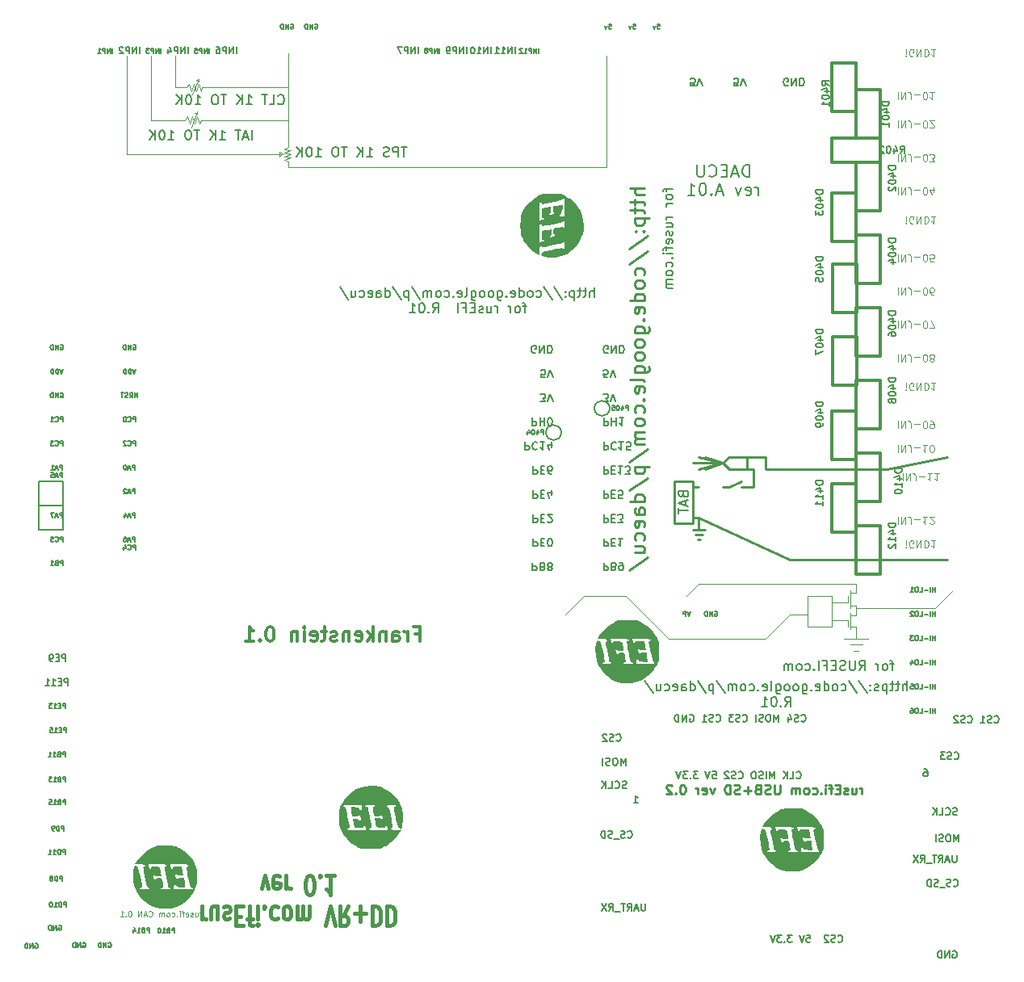
<source format=gbo>
G04 (created by PCBNEW (2013-07-07 BZR 4022)-stable) date 12/02/2014 21:37:52*
%MOIN*%
G04 Gerber Fmt 3.4, Leading zero omitted, Abs format*
%FSLAX34Y34*%
G01*
G70*
G90*
G04 APERTURE LIST*
%ADD10C,0.00590551*%
%ADD11C,0.011811*%
%ADD12C,0.005*%
%ADD13C,0.015*%
%ADD14C,0.00393701*%
%ADD15C,0.008*%
%ADD16C,0.00984252*%
%ADD17C,0.01*%
%ADD18C,0.0045*%
%ADD19C,0.00295276*%
%ADD20C,0.0001*%
%ADD21C,0.006*%
%ADD22C,0.012*%
G04 APERTURE END LIST*
G54D10*
G54D11*
X63788Y-61804D02*
X63985Y-61804D01*
X63985Y-62114D02*
X63985Y-61523D01*
X63704Y-61523D01*
X63479Y-62114D02*
X63479Y-61720D01*
X63479Y-61832D02*
X63451Y-61776D01*
X63423Y-61748D01*
X63366Y-61720D01*
X63310Y-61720D01*
X62860Y-62114D02*
X62860Y-61804D01*
X62888Y-61748D01*
X62944Y-61720D01*
X63057Y-61720D01*
X63113Y-61748D01*
X62860Y-62085D02*
X62916Y-62114D01*
X63057Y-62114D01*
X63113Y-62085D01*
X63141Y-62029D01*
X63141Y-61973D01*
X63113Y-61917D01*
X63057Y-61889D01*
X62916Y-61889D01*
X62860Y-61860D01*
X62579Y-61720D02*
X62579Y-62114D01*
X62579Y-61776D02*
X62551Y-61748D01*
X62495Y-61720D01*
X62410Y-61720D01*
X62354Y-61748D01*
X62326Y-61804D01*
X62326Y-62114D01*
X62045Y-62114D02*
X62045Y-61523D01*
X61988Y-61889D02*
X61820Y-62114D01*
X61820Y-61720D02*
X62045Y-61945D01*
X61342Y-62085D02*
X61398Y-62114D01*
X61510Y-62114D01*
X61567Y-62085D01*
X61595Y-62029D01*
X61595Y-61804D01*
X61567Y-61748D01*
X61510Y-61720D01*
X61398Y-61720D01*
X61342Y-61748D01*
X61313Y-61804D01*
X61313Y-61860D01*
X61595Y-61917D01*
X61060Y-61720D02*
X61060Y-62114D01*
X61060Y-61776D02*
X61032Y-61748D01*
X60976Y-61720D01*
X60892Y-61720D01*
X60835Y-61748D01*
X60807Y-61804D01*
X60807Y-62114D01*
X60554Y-62085D02*
X60498Y-62114D01*
X60385Y-62114D01*
X60329Y-62085D01*
X60301Y-62029D01*
X60301Y-62001D01*
X60329Y-61945D01*
X60385Y-61917D01*
X60470Y-61917D01*
X60526Y-61889D01*
X60554Y-61832D01*
X60554Y-61804D01*
X60526Y-61748D01*
X60470Y-61720D01*
X60385Y-61720D01*
X60329Y-61748D01*
X60132Y-61720D02*
X59907Y-61720D01*
X60048Y-61523D02*
X60048Y-62029D01*
X60020Y-62085D01*
X59964Y-62114D01*
X59907Y-62114D01*
X59486Y-62085D02*
X59542Y-62114D01*
X59654Y-62114D01*
X59711Y-62085D01*
X59739Y-62029D01*
X59739Y-61804D01*
X59711Y-61748D01*
X59654Y-61720D01*
X59542Y-61720D01*
X59486Y-61748D01*
X59457Y-61804D01*
X59457Y-61860D01*
X59739Y-61917D01*
X59204Y-62114D02*
X59204Y-61720D01*
X59204Y-61523D02*
X59232Y-61551D01*
X59204Y-61579D01*
X59176Y-61551D01*
X59204Y-61523D01*
X59204Y-61579D01*
X58923Y-61720D02*
X58923Y-62114D01*
X58923Y-61776D02*
X58895Y-61748D01*
X58839Y-61720D01*
X58754Y-61720D01*
X58698Y-61748D01*
X58670Y-61804D01*
X58670Y-62114D01*
X57826Y-61523D02*
X57770Y-61523D01*
X57714Y-61551D01*
X57686Y-61579D01*
X57658Y-61635D01*
X57630Y-61748D01*
X57630Y-61889D01*
X57658Y-62001D01*
X57686Y-62057D01*
X57714Y-62085D01*
X57770Y-62114D01*
X57826Y-62114D01*
X57883Y-62085D01*
X57911Y-62057D01*
X57939Y-62001D01*
X57967Y-61889D01*
X57967Y-61748D01*
X57939Y-61635D01*
X57911Y-61579D01*
X57883Y-61551D01*
X57826Y-61523D01*
X57376Y-62057D02*
X57348Y-62085D01*
X57376Y-62114D01*
X57405Y-62085D01*
X57376Y-62057D01*
X57376Y-62114D01*
X56786Y-62114D02*
X57123Y-62114D01*
X56955Y-62114D02*
X56955Y-61523D01*
X57011Y-61607D01*
X57067Y-61664D01*
X57123Y-61692D01*
G54D12*
X49367Y-67905D02*
X49367Y-67705D01*
X49291Y-67705D01*
X49272Y-67715D01*
X49263Y-67725D01*
X49253Y-67744D01*
X49253Y-67772D01*
X49263Y-67791D01*
X49272Y-67801D01*
X49291Y-67810D01*
X49367Y-67810D01*
X49101Y-67801D02*
X49072Y-67810D01*
X49063Y-67820D01*
X49053Y-67839D01*
X49053Y-67867D01*
X49063Y-67886D01*
X49072Y-67896D01*
X49091Y-67905D01*
X49167Y-67905D01*
X49167Y-67705D01*
X49101Y-67705D01*
X49082Y-67715D01*
X49072Y-67725D01*
X49063Y-67744D01*
X49063Y-67763D01*
X49072Y-67782D01*
X49082Y-67791D01*
X49101Y-67801D01*
X49167Y-67801D01*
X48863Y-67905D02*
X48977Y-67905D01*
X48920Y-67905D02*
X48920Y-67705D01*
X48939Y-67734D01*
X48958Y-67753D01*
X48977Y-67763D01*
X48796Y-67705D02*
X48672Y-67705D01*
X48739Y-67782D01*
X48710Y-67782D01*
X48691Y-67791D01*
X48682Y-67801D01*
X48672Y-67820D01*
X48672Y-67867D01*
X48682Y-67886D01*
X48691Y-67896D01*
X48710Y-67905D01*
X48767Y-67905D01*
X48786Y-67896D01*
X48796Y-67886D01*
X49367Y-68855D02*
X49367Y-68655D01*
X49291Y-68655D01*
X49272Y-68665D01*
X49263Y-68675D01*
X49253Y-68694D01*
X49253Y-68722D01*
X49263Y-68741D01*
X49272Y-68751D01*
X49291Y-68760D01*
X49367Y-68760D01*
X49101Y-68751D02*
X49072Y-68760D01*
X49063Y-68770D01*
X49053Y-68789D01*
X49053Y-68817D01*
X49063Y-68836D01*
X49072Y-68846D01*
X49091Y-68855D01*
X49167Y-68855D01*
X49167Y-68655D01*
X49101Y-68655D01*
X49082Y-68665D01*
X49072Y-68675D01*
X49063Y-68694D01*
X49063Y-68713D01*
X49072Y-68732D01*
X49082Y-68741D01*
X49101Y-68751D01*
X49167Y-68751D01*
X48863Y-68855D02*
X48977Y-68855D01*
X48920Y-68855D02*
X48920Y-68655D01*
X48939Y-68684D01*
X48958Y-68703D01*
X48977Y-68713D01*
X48682Y-68655D02*
X48777Y-68655D01*
X48786Y-68751D01*
X48777Y-68741D01*
X48758Y-68732D01*
X48710Y-68732D01*
X48691Y-68741D01*
X48682Y-68751D01*
X48672Y-68770D01*
X48672Y-68817D01*
X48682Y-68836D01*
X48691Y-68846D01*
X48710Y-68855D01*
X48758Y-68855D01*
X48777Y-68846D01*
X48786Y-68836D01*
X49297Y-69930D02*
X49297Y-69730D01*
X49221Y-69730D01*
X49202Y-69740D01*
X49192Y-69750D01*
X49183Y-69769D01*
X49183Y-69797D01*
X49192Y-69816D01*
X49202Y-69826D01*
X49221Y-69835D01*
X49297Y-69835D01*
X49097Y-69930D02*
X49097Y-69730D01*
X49050Y-69730D01*
X49021Y-69740D01*
X49002Y-69759D01*
X48992Y-69778D01*
X48983Y-69816D01*
X48983Y-69845D01*
X48992Y-69883D01*
X49002Y-69902D01*
X49021Y-69921D01*
X49050Y-69930D01*
X49097Y-69930D01*
X48888Y-69930D02*
X48850Y-69930D01*
X48830Y-69921D01*
X48821Y-69911D01*
X48802Y-69883D01*
X48792Y-69845D01*
X48792Y-69769D01*
X48802Y-69750D01*
X48811Y-69740D01*
X48830Y-69730D01*
X48869Y-69730D01*
X48888Y-69740D01*
X48897Y-69750D01*
X48907Y-69769D01*
X48907Y-69816D01*
X48897Y-69835D01*
X48888Y-69845D01*
X48869Y-69854D01*
X48830Y-69854D01*
X48811Y-69845D01*
X48802Y-69835D01*
X48792Y-69816D01*
X49342Y-70905D02*
X49342Y-70705D01*
X49266Y-70705D01*
X49247Y-70715D01*
X49238Y-70725D01*
X49228Y-70744D01*
X49228Y-70772D01*
X49238Y-70791D01*
X49247Y-70801D01*
X49266Y-70810D01*
X49342Y-70810D01*
X49142Y-70905D02*
X49142Y-70705D01*
X49095Y-70705D01*
X49066Y-70715D01*
X49047Y-70734D01*
X49038Y-70753D01*
X49028Y-70791D01*
X49028Y-70820D01*
X49038Y-70858D01*
X49047Y-70877D01*
X49066Y-70896D01*
X49095Y-70905D01*
X49142Y-70905D01*
X48838Y-70905D02*
X48952Y-70905D01*
X48895Y-70905D02*
X48895Y-70705D01*
X48914Y-70734D01*
X48933Y-70753D01*
X48952Y-70763D01*
X48647Y-70905D02*
X48761Y-70905D01*
X48704Y-70905D02*
X48704Y-70705D01*
X48723Y-70734D01*
X48742Y-70753D01*
X48761Y-70763D01*
X49222Y-72005D02*
X49222Y-71805D01*
X49146Y-71805D01*
X49127Y-71815D01*
X49117Y-71825D01*
X49108Y-71844D01*
X49108Y-71872D01*
X49117Y-71891D01*
X49127Y-71901D01*
X49146Y-71910D01*
X49222Y-71910D01*
X49022Y-72005D02*
X49022Y-71805D01*
X48975Y-71805D01*
X48946Y-71815D01*
X48927Y-71834D01*
X48917Y-71853D01*
X48908Y-71891D01*
X48908Y-71920D01*
X48917Y-71958D01*
X48927Y-71977D01*
X48946Y-71996D01*
X48975Y-72005D01*
X49022Y-72005D01*
X48794Y-71891D02*
X48813Y-71882D01*
X48822Y-71872D01*
X48832Y-71853D01*
X48832Y-71844D01*
X48822Y-71825D01*
X48813Y-71815D01*
X48794Y-71805D01*
X48755Y-71805D01*
X48736Y-71815D01*
X48727Y-71825D01*
X48717Y-71844D01*
X48717Y-71853D01*
X48727Y-71872D01*
X48736Y-71882D01*
X48755Y-71891D01*
X48794Y-71891D01*
X48813Y-71901D01*
X48822Y-71910D01*
X48832Y-71929D01*
X48832Y-71967D01*
X48822Y-71986D01*
X48813Y-71996D01*
X48794Y-72005D01*
X48755Y-72005D01*
X48736Y-71996D01*
X48727Y-71986D01*
X48717Y-71967D01*
X48717Y-71929D01*
X48727Y-71910D01*
X48736Y-71901D01*
X48755Y-71891D01*
X53867Y-74155D02*
X53867Y-73955D01*
X53791Y-73955D01*
X53772Y-73965D01*
X53763Y-73975D01*
X53753Y-73994D01*
X53753Y-74022D01*
X53763Y-74041D01*
X53772Y-74051D01*
X53791Y-74060D01*
X53867Y-74060D01*
X53601Y-74051D02*
X53572Y-74060D01*
X53563Y-74070D01*
X53553Y-74089D01*
X53553Y-74117D01*
X53563Y-74136D01*
X53572Y-74146D01*
X53591Y-74155D01*
X53667Y-74155D01*
X53667Y-73955D01*
X53601Y-73955D01*
X53582Y-73965D01*
X53572Y-73975D01*
X53563Y-73994D01*
X53563Y-74013D01*
X53572Y-74032D01*
X53582Y-74041D01*
X53601Y-74051D01*
X53667Y-74051D01*
X53363Y-74155D02*
X53477Y-74155D01*
X53420Y-74155D02*
X53420Y-73955D01*
X53439Y-73984D01*
X53458Y-74003D01*
X53477Y-74013D01*
X53239Y-73955D02*
X53220Y-73955D01*
X53201Y-73965D01*
X53191Y-73975D01*
X53182Y-73994D01*
X53172Y-74032D01*
X53172Y-74079D01*
X53182Y-74117D01*
X53191Y-74136D01*
X53201Y-74146D01*
X53220Y-74155D01*
X53239Y-74155D01*
X53258Y-74146D01*
X53267Y-74136D01*
X53277Y-74117D01*
X53286Y-74079D01*
X53286Y-74032D01*
X53277Y-73994D01*
X53267Y-73975D01*
X53258Y-73965D01*
X53239Y-73955D01*
X52817Y-74130D02*
X52817Y-73930D01*
X52741Y-73930D01*
X52722Y-73940D01*
X52713Y-73950D01*
X52703Y-73969D01*
X52703Y-73997D01*
X52713Y-74016D01*
X52722Y-74026D01*
X52741Y-74035D01*
X52817Y-74035D01*
X52551Y-74026D02*
X52522Y-74035D01*
X52513Y-74045D01*
X52503Y-74064D01*
X52503Y-74092D01*
X52513Y-74111D01*
X52522Y-74121D01*
X52541Y-74130D01*
X52617Y-74130D01*
X52617Y-73930D01*
X52551Y-73930D01*
X52532Y-73940D01*
X52522Y-73950D01*
X52513Y-73969D01*
X52513Y-73988D01*
X52522Y-74007D01*
X52532Y-74016D01*
X52551Y-74026D01*
X52617Y-74026D01*
X52313Y-74130D02*
X52427Y-74130D01*
X52370Y-74130D02*
X52370Y-73930D01*
X52389Y-73959D01*
X52408Y-73978D01*
X52427Y-73988D01*
X52141Y-73997D02*
X52141Y-74130D01*
X52189Y-73921D02*
X52236Y-74064D01*
X52113Y-74064D01*
X51127Y-74565D02*
X51146Y-74555D01*
X51175Y-74555D01*
X51203Y-74565D01*
X51222Y-74584D01*
X51232Y-74603D01*
X51241Y-74641D01*
X51241Y-74670D01*
X51232Y-74708D01*
X51222Y-74727D01*
X51203Y-74746D01*
X51175Y-74755D01*
X51155Y-74755D01*
X51127Y-74746D01*
X51117Y-74736D01*
X51117Y-74670D01*
X51155Y-74670D01*
X51032Y-74755D02*
X51032Y-74555D01*
X50917Y-74755D01*
X50917Y-74555D01*
X50822Y-74755D02*
X50822Y-74555D01*
X50775Y-74555D01*
X50746Y-74565D01*
X50727Y-74584D01*
X50717Y-74603D01*
X50708Y-74641D01*
X50708Y-74670D01*
X50717Y-74708D01*
X50727Y-74727D01*
X50746Y-74746D01*
X50775Y-74755D01*
X50822Y-74755D01*
X50077Y-74565D02*
X50096Y-74555D01*
X50125Y-74555D01*
X50153Y-74565D01*
X50172Y-74584D01*
X50182Y-74603D01*
X50191Y-74641D01*
X50191Y-74670D01*
X50182Y-74708D01*
X50172Y-74727D01*
X50153Y-74746D01*
X50125Y-74755D01*
X50105Y-74755D01*
X50077Y-74746D01*
X50067Y-74736D01*
X50067Y-74670D01*
X50105Y-74670D01*
X49982Y-74755D02*
X49982Y-74555D01*
X49867Y-74755D01*
X49867Y-74555D01*
X49772Y-74755D02*
X49772Y-74555D01*
X49725Y-74555D01*
X49696Y-74565D01*
X49677Y-74584D01*
X49667Y-74603D01*
X49658Y-74641D01*
X49658Y-74670D01*
X49667Y-74708D01*
X49677Y-74727D01*
X49696Y-74746D01*
X49725Y-74755D01*
X49772Y-74755D01*
X49392Y-73080D02*
X49392Y-72880D01*
X49316Y-72880D01*
X49297Y-72890D01*
X49288Y-72900D01*
X49278Y-72919D01*
X49278Y-72947D01*
X49288Y-72966D01*
X49297Y-72976D01*
X49316Y-72985D01*
X49392Y-72985D01*
X49192Y-73080D02*
X49192Y-72880D01*
X49145Y-72880D01*
X49116Y-72890D01*
X49097Y-72909D01*
X49088Y-72928D01*
X49078Y-72966D01*
X49078Y-72995D01*
X49088Y-73033D01*
X49097Y-73052D01*
X49116Y-73071D01*
X49145Y-73080D01*
X49192Y-73080D01*
X48888Y-73080D02*
X49002Y-73080D01*
X48945Y-73080D02*
X48945Y-72880D01*
X48964Y-72909D01*
X48983Y-72928D01*
X49002Y-72938D01*
X48764Y-72880D02*
X48745Y-72880D01*
X48726Y-72890D01*
X48716Y-72900D01*
X48707Y-72919D01*
X48697Y-72957D01*
X48697Y-73004D01*
X48707Y-73042D01*
X48716Y-73061D01*
X48726Y-73071D01*
X48745Y-73080D01*
X48764Y-73080D01*
X48783Y-73071D01*
X48792Y-73061D01*
X48802Y-73042D01*
X48811Y-73004D01*
X48811Y-72957D01*
X48802Y-72919D01*
X48792Y-72900D01*
X48783Y-72890D01*
X48764Y-72880D01*
X49077Y-73840D02*
X49096Y-73830D01*
X49125Y-73830D01*
X49153Y-73840D01*
X49172Y-73859D01*
X49182Y-73878D01*
X49191Y-73916D01*
X49191Y-73945D01*
X49182Y-73983D01*
X49172Y-74002D01*
X49153Y-74021D01*
X49125Y-74030D01*
X49105Y-74030D01*
X49077Y-74021D01*
X49067Y-74011D01*
X49067Y-73945D01*
X49105Y-73945D01*
X48982Y-74030D02*
X48982Y-73830D01*
X48867Y-74030D01*
X48867Y-73830D01*
X48772Y-74030D02*
X48772Y-73830D01*
X48725Y-73830D01*
X48696Y-73840D01*
X48677Y-73859D01*
X48667Y-73878D01*
X48658Y-73916D01*
X48658Y-73945D01*
X48667Y-73983D01*
X48677Y-74002D01*
X48696Y-74021D01*
X48725Y-74030D01*
X48772Y-74030D01*
X48102Y-74590D02*
X48121Y-74580D01*
X48150Y-74580D01*
X48178Y-74590D01*
X48197Y-74609D01*
X48207Y-74628D01*
X48216Y-74666D01*
X48216Y-74695D01*
X48207Y-74733D01*
X48197Y-74752D01*
X48178Y-74771D01*
X48150Y-74780D01*
X48130Y-74780D01*
X48102Y-74771D01*
X48092Y-74761D01*
X48092Y-74695D01*
X48130Y-74695D01*
X48007Y-74780D02*
X48007Y-74580D01*
X47892Y-74780D01*
X47892Y-74580D01*
X47797Y-74780D02*
X47797Y-74580D01*
X47750Y-74580D01*
X47721Y-74590D01*
X47702Y-74609D01*
X47692Y-74628D01*
X47683Y-74666D01*
X47683Y-74695D01*
X47692Y-74733D01*
X47702Y-74752D01*
X47721Y-74771D01*
X47750Y-74780D01*
X47797Y-74780D01*
X49342Y-66880D02*
X49342Y-66680D01*
X49266Y-66680D01*
X49247Y-66690D01*
X49238Y-66700D01*
X49228Y-66719D01*
X49228Y-66747D01*
X49238Y-66766D01*
X49247Y-66776D01*
X49266Y-66785D01*
X49342Y-66785D01*
X49076Y-66776D02*
X49047Y-66785D01*
X49038Y-66795D01*
X49028Y-66814D01*
X49028Y-66842D01*
X49038Y-66861D01*
X49047Y-66871D01*
X49066Y-66880D01*
X49142Y-66880D01*
X49142Y-66680D01*
X49076Y-66680D01*
X49057Y-66690D01*
X49047Y-66700D01*
X49038Y-66719D01*
X49038Y-66738D01*
X49047Y-66757D01*
X49057Y-66766D01*
X49076Y-66776D01*
X49142Y-66776D01*
X48838Y-66880D02*
X48952Y-66880D01*
X48895Y-66880D02*
X48895Y-66680D01*
X48914Y-66709D01*
X48933Y-66728D01*
X48952Y-66738D01*
X48647Y-66880D02*
X48761Y-66880D01*
X48704Y-66880D02*
X48704Y-66680D01*
X48723Y-66709D01*
X48742Y-66728D01*
X48761Y-66738D01*
X49383Y-65880D02*
X49383Y-65680D01*
X49307Y-65680D01*
X49288Y-65690D01*
X49278Y-65700D01*
X49269Y-65719D01*
X49269Y-65747D01*
X49278Y-65766D01*
X49288Y-65776D01*
X49307Y-65785D01*
X49383Y-65785D01*
X49183Y-65776D02*
X49116Y-65776D01*
X49088Y-65880D02*
X49183Y-65880D01*
X49183Y-65680D01*
X49088Y-65680D01*
X48897Y-65880D02*
X49011Y-65880D01*
X48954Y-65880D02*
X48954Y-65680D01*
X48973Y-65709D01*
X48992Y-65728D01*
X49011Y-65738D01*
X48716Y-65680D02*
X48811Y-65680D01*
X48821Y-65776D01*
X48811Y-65766D01*
X48792Y-65757D01*
X48745Y-65757D01*
X48726Y-65766D01*
X48716Y-65776D01*
X48707Y-65795D01*
X48707Y-65842D01*
X48716Y-65861D01*
X48726Y-65871D01*
X48745Y-65880D01*
X48792Y-65880D01*
X48811Y-65871D01*
X48821Y-65861D01*
X49358Y-64880D02*
X49358Y-64680D01*
X49282Y-64680D01*
X49263Y-64690D01*
X49253Y-64700D01*
X49244Y-64719D01*
X49244Y-64747D01*
X49253Y-64766D01*
X49263Y-64776D01*
X49282Y-64785D01*
X49358Y-64785D01*
X49158Y-64776D02*
X49091Y-64776D01*
X49063Y-64880D02*
X49158Y-64880D01*
X49158Y-64680D01*
X49063Y-64680D01*
X48872Y-64880D02*
X48986Y-64880D01*
X48929Y-64880D02*
X48929Y-64680D01*
X48948Y-64709D01*
X48967Y-64728D01*
X48986Y-64738D01*
X48805Y-64680D02*
X48682Y-64680D01*
X48748Y-64757D01*
X48720Y-64757D01*
X48701Y-64766D01*
X48691Y-64776D01*
X48682Y-64795D01*
X48682Y-64842D01*
X48691Y-64861D01*
X48701Y-64871D01*
X48720Y-64880D01*
X48777Y-64880D01*
X48796Y-64871D01*
X48805Y-64861D01*
X49459Y-63936D02*
X49459Y-63660D01*
X49354Y-63660D01*
X49328Y-63674D01*
X49314Y-63687D01*
X49301Y-63713D01*
X49301Y-63752D01*
X49314Y-63779D01*
X49328Y-63792D01*
X49354Y-63805D01*
X49459Y-63805D01*
X49183Y-63792D02*
X49091Y-63792D01*
X49052Y-63936D02*
X49183Y-63936D01*
X49183Y-63660D01*
X49052Y-63660D01*
X48790Y-63936D02*
X48947Y-63936D01*
X48868Y-63936D02*
X48868Y-63660D01*
X48895Y-63700D01*
X48921Y-63726D01*
X48947Y-63739D01*
X48527Y-63936D02*
X48685Y-63936D01*
X48606Y-63936D02*
X48606Y-63660D01*
X48632Y-63700D01*
X48658Y-63726D01*
X48685Y-63739D01*
X49353Y-62936D02*
X49353Y-62660D01*
X49248Y-62660D01*
X49221Y-62674D01*
X49208Y-62687D01*
X49195Y-62713D01*
X49195Y-62752D01*
X49208Y-62779D01*
X49221Y-62792D01*
X49248Y-62805D01*
X49353Y-62805D01*
X49077Y-62792D02*
X48985Y-62792D01*
X48946Y-62936D02*
X49077Y-62936D01*
X49077Y-62660D01*
X48946Y-62660D01*
X48815Y-62936D02*
X48762Y-62936D01*
X48736Y-62923D01*
X48723Y-62910D01*
X48696Y-62870D01*
X48683Y-62818D01*
X48683Y-62713D01*
X48696Y-62687D01*
X48710Y-62674D01*
X48736Y-62660D01*
X48788Y-62660D01*
X48815Y-62674D01*
X48828Y-62687D01*
X48841Y-62713D01*
X48841Y-62779D01*
X48828Y-62805D01*
X48815Y-62818D01*
X48788Y-62831D01*
X48736Y-62831D01*
X48710Y-62818D01*
X48696Y-62805D01*
X48683Y-62779D01*
G54D13*
X54995Y-73054D02*
X54995Y-73587D01*
X54995Y-73435D02*
X55023Y-73511D01*
X55052Y-73549D01*
X55109Y-73587D01*
X55166Y-73587D01*
X55623Y-73587D02*
X55623Y-73054D01*
X55366Y-73587D02*
X55366Y-73168D01*
X55395Y-73092D01*
X55452Y-73054D01*
X55538Y-73054D01*
X55595Y-73092D01*
X55623Y-73130D01*
X55880Y-73092D02*
X55938Y-73054D01*
X56052Y-73054D01*
X56109Y-73092D01*
X56138Y-73168D01*
X56138Y-73207D01*
X56109Y-73283D01*
X56052Y-73321D01*
X55966Y-73321D01*
X55909Y-73359D01*
X55880Y-73435D01*
X55880Y-73473D01*
X55909Y-73549D01*
X55966Y-73587D01*
X56052Y-73587D01*
X56109Y-73549D01*
X56395Y-73473D02*
X56595Y-73473D01*
X56680Y-73054D02*
X56395Y-73054D01*
X56395Y-73854D01*
X56680Y-73854D01*
X56852Y-73587D02*
X57080Y-73587D01*
X56938Y-73054D02*
X56938Y-73740D01*
X56966Y-73816D01*
X57023Y-73854D01*
X57080Y-73854D01*
X57280Y-73054D02*
X57280Y-73587D01*
X57280Y-73854D02*
X57252Y-73816D01*
X57280Y-73778D01*
X57309Y-73816D01*
X57280Y-73854D01*
X57280Y-73778D01*
X57566Y-73130D02*
X57595Y-73092D01*
X57566Y-73054D01*
X57538Y-73092D01*
X57566Y-73130D01*
X57566Y-73054D01*
X58109Y-73092D02*
X58052Y-73054D01*
X57938Y-73054D01*
X57880Y-73092D01*
X57852Y-73130D01*
X57823Y-73207D01*
X57823Y-73435D01*
X57852Y-73511D01*
X57880Y-73549D01*
X57938Y-73587D01*
X58052Y-73587D01*
X58109Y-73549D01*
X58452Y-73054D02*
X58395Y-73092D01*
X58366Y-73130D01*
X58338Y-73207D01*
X58338Y-73435D01*
X58366Y-73511D01*
X58395Y-73549D01*
X58452Y-73587D01*
X58538Y-73587D01*
X58595Y-73549D01*
X58623Y-73511D01*
X58652Y-73435D01*
X58652Y-73207D01*
X58623Y-73130D01*
X58595Y-73092D01*
X58538Y-73054D01*
X58452Y-73054D01*
X58909Y-73054D02*
X58909Y-73587D01*
X58909Y-73511D02*
X58938Y-73549D01*
X58995Y-73587D01*
X59080Y-73587D01*
X59138Y-73549D01*
X59166Y-73473D01*
X59166Y-73054D01*
X59166Y-73473D02*
X59195Y-73549D01*
X59252Y-73587D01*
X59338Y-73587D01*
X59395Y-73549D01*
X59423Y-73473D01*
X59423Y-73054D01*
X60080Y-73854D02*
X60280Y-73054D01*
X60480Y-73854D01*
X61023Y-73054D02*
X60823Y-73435D01*
X60680Y-73054D02*
X60680Y-73854D01*
X60909Y-73854D01*
X60966Y-73816D01*
X60995Y-73778D01*
X61023Y-73702D01*
X61023Y-73587D01*
X60995Y-73511D01*
X60966Y-73473D01*
X60909Y-73435D01*
X60680Y-73435D01*
X61280Y-73359D02*
X61738Y-73359D01*
X61509Y-73054D02*
X61509Y-73664D01*
X62023Y-73054D02*
X62023Y-73854D01*
X62166Y-73854D01*
X62252Y-73816D01*
X62309Y-73740D01*
X62338Y-73664D01*
X62366Y-73511D01*
X62366Y-73397D01*
X62338Y-73245D01*
X62309Y-73168D01*
X62252Y-73092D01*
X62166Y-73054D01*
X62023Y-73054D01*
X62623Y-73054D02*
X62623Y-73854D01*
X62766Y-73854D01*
X62852Y-73816D01*
X62909Y-73740D01*
X62938Y-73664D01*
X62966Y-73511D01*
X62966Y-73397D01*
X62938Y-73245D01*
X62909Y-73168D01*
X62852Y-73092D01*
X62766Y-73054D01*
X62623Y-73054D01*
X57438Y-72317D02*
X57580Y-71784D01*
X57723Y-72317D01*
X58180Y-71822D02*
X58123Y-71784D01*
X58009Y-71784D01*
X57952Y-71822D01*
X57923Y-71898D01*
X57923Y-72203D01*
X57952Y-72279D01*
X58009Y-72317D01*
X58123Y-72317D01*
X58180Y-72279D01*
X58209Y-72203D01*
X58209Y-72127D01*
X57923Y-72051D01*
X58466Y-71784D02*
X58466Y-72317D01*
X58466Y-72165D02*
X58495Y-72241D01*
X58523Y-72279D01*
X58580Y-72317D01*
X58638Y-72317D01*
X59409Y-72584D02*
X59466Y-72584D01*
X59523Y-72546D01*
X59552Y-72508D01*
X59580Y-72432D01*
X59609Y-72279D01*
X59609Y-72089D01*
X59580Y-71937D01*
X59552Y-71860D01*
X59523Y-71822D01*
X59466Y-71784D01*
X59409Y-71784D01*
X59352Y-71822D01*
X59323Y-71860D01*
X59295Y-71937D01*
X59266Y-72089D01*
X59266Y-72279D01*
X59295Y-72432D01*
X59323Y-72508D01*
X59352Y-72546D01*
X59409Y-72584D01*
X59866Y-71860D02*
X59895Y-71822D01*
X59866Y-71784D01*
X59838Y-71822D01*
X59866Y-71860D01*
X59866Y-71784D01*
X60466Y-71784D02*
X60123Y-71784D01*
X60295Y-71784D02*
X60295Y-72584D01*
X60238Y-72470D01*
X60180Y-72394D01*
X60123Y-72356D01*
G54D14*
X51900Y-42000D02*
X51900Y-37950D01*
X58300Y-42000D02*
X51900Y-42000D01*
X58200Y-42100D02*
X58300Y-42000D01*
X58200Y-41900D02*
X58200Y-42100D01*
X58350Y-42000D02*
X58200Y-41900D01*
X71700Y-42550D02*
X71700Y-37950D01*
X58550Y-42550D02*
X71700Y-42550D01*
X58550Y-42300D02*
X58550Y-42550D01*
X58400Y-42250D02*
X58550Y-42300D01*
X58650Y-42150D02*
X58400Y-42250D01*
X58400Y-42100D02*
X58650Y-42150D01*
X58650Y-42000D02*
X58400Y-42100D01*
X58400Y-41950D02*
X58650Y-42000D01*
X58650Y-41850D02*
X58400Y-41950D01*
X58400Y-41800D02*
X58650Y-41850D01*
X58550Y-41700D02*
X58400Y-41800D01*
X58550Y-40600D02*
X58550Y-41700D01*
X58550Y-40600D02*
X58500Y-40600D01*
X52900Y-40600D02*
X53900Y-40600D01*
X52900Y-37950D02*
X52900Y-40600D01*
X58550Y-39250D02*
X58550Y-40600D01*
X53850Y-40600D02*
X54300Y-40600D01*
X54300Y-40600D02*
X54400Y-40450D01*
X54400Y-40450D02*
X54500Y-40750D01*
X54500Y-40750D02*
X54600Y-40450D01*
X54600Y-40450D02*
X54700Y-40750D01*
X54700Y-40750D02*
X54800Y-40450D01*
X54800Y-40450D02*
X54900Y-40750D01*
X54900Y-40750D02*
X54950Y-40600D01*
X54950Y-40600D02*
X58500Y-40600D01*
X54550Y-40900D02*
X54800Y-40250D01*
X54700Y-40300D02*
X54800Y-40350D01*
X54800Y-40350D02*
X54800Y-40250D01*
X54850Y-39000D02*
X54850Y-38900D01*
X54750Y-38950D02*
X54850Y-39000D01*
X54850Y-38900D02*
X54750Y-38950D01*
X54600Y-39550D02*
X54850Y-38900D01*
X58550Y-39250D02*
X58550Y-37850D01*
X55000Y-39250D02*
X58550Y-39250D01*
X54950Y-39400D02*
X55000Y-39250D01*
X54850Y-39100D02*
X54950Y-39400D01*
X54750Y-39400D02*
X54850Y-39100D01*
X54650Y-39100D02*
X54750Y-39400D01*
X54550Y-39400D02*
X54650Y-39100D01*
X54450Y-39100D02*
X54550Y-39400D01*
X54350Y-39250D02*
X54450Y-39100D01*
X53900Y-39250D02*
X54350Y-39250D01*
X53900Y-37950D02*
X53900Y-39250D01*
G54D15*
X71169Y-47911D02*
X71169Y-47511D01*
X70997Y-47911D02*
X70997Y-47702D01*
X71016Y-47664D01*
X71054Y-47645D01*
X71111Y-47645D01*
X71149Y-47664D01*
X71169Y-47683D01*
X70864Y-47645D02*
X70711Y-47645D01*
X70807Y-47511D02*
X70807Y-47854D01*
X70788Y-47892D01*
X70749Y-47911D01*
X70711Y-47911D01*
X70635Y-47645D02*
X70483Y-47645D01*
X70578Y-47511D02*
X70578Y-47854D01*
X70559Y-47892D01*
X70521Y-47911D01*
X70483Y-47911D01*
X70350Y-47645D02*
X70350Y-48045D01*
X70350Y-47664D02*
X70311Y-47645D01*
X70235Y-47645D01*
X70197Y-47664D01*
X70178Y-47683D01*
X70159Y-47721D01*
X70159Y-47835D01*
X70178Y-47873D01*
X70197Y-47892D01*
X70235Y-47911D01*
X70311Y-47911D01*
X70350Y-47892D01*
X69988Y-47873D02*
X69969Y-47892D01*
X69988Y-47911D01*
X70007Y-47892D01*
X69988Y-47873D01*
X69988Y-47911D01*
X69988Y-47664D02*
X69969Y-47683D01*
X69988Y-47702D01*
X70007Y-47683D01*
X69988Y-47664D01*
X69988Y-47702D01*
X69511Y-47492D02*
X69854Y-48007D01*
X69092Y-47492D02*
X69435Y-48007D01*
X68788Y-47892D02*
X68826Y-47911D01*
X68902Y-47911D01*
X68940Y-47892D01*
X68959Y-47873D01*
X68978Y-47835D01*
X68978Y-47721D01*
X68959Y-47683D01*
X68940Y-47664D01*
X68902Y-47645D01*
X68826Y-47645D01*
X68788Y-47664D01*
X68559Y-47911D02*
X68597Y-47892D01*
X68616Y-47873D01*
X68635Y-47835D01*
X68635Y-47721D01*
X68616Y-47683D01*
X68597Y-47664D01*
X68559Y-47645D01*
X68502Y-47645D01*
X68464Y-47664D01*
X68445Y-47683D01*
X68426Y-47721D01*
X68426Y-47835D01*
X68445Y-47873D01*
X68464Y-47892D01*
X68502Y-47911D01*
X68559Y-47911D01*
X68083Y-47911D02*
X68083Y-47511D01*
X68083Y-47892D02*
X68121Y-47911D01*
X68197Y-47911D01*
X68235Y-47892D01*
X68254Y-47873D01*
X68273Y-47835D01*
X68273Y-47721D01*
X68254Y-47683D01*
X68235Y-47664D01*
X68197Y-47645D01*
X68121Y-47645D01*
X68083Y-47664D01*
X67740Y-47892D02*
X67778Y-47911D01*
X67854Y-47911D01*
X67892Y-47892D01*
X67911Y-47854D01*
X67911Y-47702D01*
X67892Y-47664D01*
X67854Y-47645D01*
X67778Y-47645D01*
X67740Y-47664D01*
X67721Y-47702D01*
X67721Y-47740D01*
X67911Y-47778D01*
X67550Y-47873D02*
X67530Y-47892D01*
X67550Y-47911D01*
X67569Y-47892D01*
X67550Y-47873D01*
X67550Y-47911D01*
X67188Y-47645D02*
X67188Y-47969D01*
X67207Y-48007D01*
X67226Y-48026D01*
X67264Y-48045D01*
X67321Y-48045D01*
X67359Y-48026D01*
X67188Y-47892D02*
X67226Y-47911D01*
X67302Y-47911D01*
X67340Y-47892D01*
X67359Y-47873D01*
X67378Y-47835D01*
X67378Y-47721D01*
X67359Y-47683D01*
X67340Y-47664D01*
X67302Y-47645D01*
X67226Y-47645D01*
X67188Y-47664D01*
X66940Y-47911D02*
X66978Y-47892D01*
X66997Y-47873D01*
X67016Y-47835D01*
X67016Y-47721D01*
X66997Y-47683D01*
X66978Y-47664D01*
X66940Y-47645D01*
X66883Y-47645D01*
X66845Y-47664D01*
X66826Y-47683D01*
X66807Y-47721D01*
X66807Y-47835D01*
X66826Y-47873D01*
X66845Y-47892D01*
X66883Y-47911D01*
X66940Y-47911D01*
X66578Y-47911D02*
X66616Y-47892D01*
X66635Y-47873D01*
X66654Y-47835D01*
X66654Y-47721D01*
X66635Y-47683D01*
X66616Y-47664D01*
X66578Y-47645D01*
X66521Y-47645D01*
X66483Y-47664D01*
X66464Y-47683D01*
X66445Y-47721D01*
X66445Y-47835D01*
X66464Y-47873D01*
X66483Y-47892D01*
X66521Y-47911D01*
X66578Y-47911D01*
X66102Y-47645D02*
X66102Y-47969D01*
X66121Y-48007D01*
X66140Y-48026D01*
X66178Y-48045D01*
X66235Y-48045D01*
X66273Y-48026D01*
X66102Y-47892D02*
X66140Y-47911D01*
X66216Y-47911D01*
X66254Y-47892D01*
X66273Y-47873D01*
X66292Y-47835D01*
X66292Y-47721D01*
X66273Y-47683D01*
X66254Y-47664D01*
X66216Y-47645D01*
X66140Y-47645D01*
X66102Y-47664D01*
X65854Y-47911D02*
X65892Y-47892D01*
X65911Y-47854D01*
X65911Y-47511D01*
X65550Y-47892D02*
X65588Y-47911D01*
X65664Y-47911D01*
X65702Y-47892D01*
X65721Y-47854D01*
X65721Y-47702D01*
X65702Y-47664D01*
X65664Y-47645D01*
X65588Y-47645D01*
X65550Y-47664D01*
X65530Y-47702D01*
X65530Y-47740D01*
X65721Y-47778D01*
X65359Y-47873D02*
X65340Y-47892D01*
X65359Y-47911D01*
X65378Y-47892D01*
X65359Y-47873D01*
X65359Y-47911D01*
X64997Y-47892D02*
X65035Y-47911D01*
X65111Y-47911D01*
X65150Y-47892D01*
X65169Y-47873D01*
X65188Y-47835D01*
X65188Y-47721D01*
X65169Y-47683D01*
X65150Y-47664D01*
X65111Y-47645D01*
X65035Y-47645D01*
X64997Y-47664D01*
X64769Y-47911D02*
X64807Y-47892D01*
X64826Y-47873D01*
X64845Y-47835D01*
X64845Y-47721D01*
X64826Y-47683D01*
X64807Y-47664D01*
X64769Y-47645D01*
X64711Y-47645D01*
X64673Y-47664D01*
X64654Y-47683D01*
X64635Y-47721D01*
X64635Y-47835D01*
X64654Y-47873D01*
X64673Y-47892D01*
X64711Y-47911D01*
X64769Y-47911D01*
X64464Y-47911D02*
X64464Y-47645D01*
X64464Y-47683D02*
X64445Y-47664D01*
X64407Y-47645D01*
X64350Y-47645D01*
X64311Y-47664D01*
X64292Y-47702D01*
X64292Y-47911D01*
X64292Y-47702D02*
X64273Y-47664D01*
X64235Y-47645D01*
X64178Y-47645D01*
X64140Y-47664D01*
X64121Y-47702D01*
X64121Y-47911D01*
X63645Y-47492D02*
X63988Y-48007D01*
X63511Y-47645D02*
X63511Y-48045D01*
X63511Y-47664D02*
X63473Y-47645D01*
X63397Y-47645D01*
X63359Y-47664D01*
X63340Y-47683D01*
X63321Y-47721D01*
X63321Y-47835D01*
X63340Y-47873D01*
X63359Y-47892D01*
X63397Y-47911D01*
X63473Y-47911D01*
X63511Y-47892D01*
X62864Y-47492D02*
X63207Y-48007D01*
X62559Y-47911D02*
X62559Y-47511D01*
X62559Y-47892D02*
X62597Y-47911D01*
X62673Y-47911D01*
X62711Y-47892D01*
X62730Y-47873D01*
X62750Y-47835D01*
X62750Y-47721D01*
X62730Y-47683D01*
X62711Y-47664D01*
X62673Y-47645D01*
X62597Y-47645D01*
X62559Y-47664D01*
X62197Y-47911D02*
X62197Y-47702D01*
X62216Y-47664D01*
X62254Y-47645D01*
X62330Y-47645D01*
X62369Y-47664D01*
X62197Y-47892D02*
X62235Y-47911D01*
X62330Y-47911D01*
X62369Y-47892D01*
X62388Y-47854D01*
X62388Y-47816D01*
X62369Y-47778D01*
X62330Y-47759D01*
X62235Y-47759D01*
X62197Y-47740D01*
X61854Y-47892D02*
X61892Y-47911D01*
X61969Y-47911D01*
X62007Y-47892D01*
X62026Y-47854D01*
X62026Y-47702D01*
X62007Y-47664D01*
X61969Y-47645D01*
X61892Y-47645D01*
X61854Y-47664D01*
X61835Y-47702D01*
X61835Y-47740D01*
X62026Y-47778D01*
X61492Y-47892D02*
X61530Y-47911D01*
X61607Y-47911D01*
X61645Y-47892D01*
X61664Y-47873D01*
X61683Y-47835D01*
X61683Y-47721D01*
X61664Y-47683D01*
X61645Y-47664D01*
X61607Y-47645D01*
X61530Y-47645D01*
X61492Y-47664D01*
X61150Y-47645D02*
X61150Y-47911D01*
X61321Y-47645D02*
X61321Y-47854D01*
X61302Y-47892D01*
X61264Y-47911D01*
X61207Y-47911D01*
X61169Y-47892D01*
X61150Y-47873D01*
X60673Y-47492D02*
X61016Y-48007D01*
X68378Y-48285D02*
X68226Y-48285D01*
X68321Y-48551D02*
X68321Y-48209D01*
X68302Y-48170D01*
X68264Y-48151D01*
X68226Y-48151D01*
X68035Y-48551D02*
X68073Y-48532D01*
X68092Y-48513D01*
X68111Y-48475D01*
X68111Y-48361D01*
X68092Y-48323D01*
X68073Y-48304D01*
X68035Y-48285D01*
X67978Y-48285D01*
X67940Y-48304D01*
X67921Y-48323D01*
X67902Y-48361D01*
X67902Y-48475D01*
X67921Y-48513D01*
X67940Y-48532D01*
X67978Y-48551D01*
X68035Y-48551D01*
X67730Y-48551D02*
X67730Y-48285D01*
X67730Y-48361D02*
X67711Y-48323D01*
X67692Y-48304D01*
X67654Y-48285D01*
X67616Y-48285D01*
X67178Y-48551D02*
X67178Y-48285D01*
X67178Y-48361D02*
X67159Y-48323D01*
X67140Y-48304D01*
X67102Y-48285D01*
X67064Y-48285D01*
X66759Y-48285D02*
X66759Y-48551D01*
X66930Y-48285D02*
X66930Y-48494D01*
X66911Y-48532D01*
X66873Y-48551D01*
X66816Y-48551D01*
X66778Y-48532D01*
X66759Y-48513D01*
X66588Y-48532D02*
X66550Y-48551D01*
X66473Y-48551D01*
X66435Y-48532D01*
X66416Y-48494D01*
X66416Y-48475D01*
X66435Y-48437D01*
X66473Y-48418D01*
X66530Y-48418D01*
X66569Y-48399D01*
X66588Y-48361D01*
X66588Y-48342D01*
X66569Y-48304D01*
X66530Y-48285D01*
X66473Y-48285D01*
X66435Y-48304D01*
X66245Y-48342D02*
X66111Y-48342D01*
X66054Y-48551D02*
X66245Y-48551D01*
X66245Y-48151D01*
X66054Y-48151D01*
X65750Y-48342D02*
X65883Y-48342D01*
X65883Y-48551D02*
X65883Y-48151D01*
X65692Y-48151D01*
X65540Y-48551D02*
X65540Y-48151D01*
X64511Y-48551D02*
X64645Y-48361D01*
X64740Y-48551D02*
X64740Y-48151D01*
X64588Y-48151D01*
X64550Y-48170D01*
X64530Y-48190D01*
X64511Y-48228D01*
X64511Y-48285D01*
X64530Y-48323D01*
X64550Y-48342D01*
X64588Y-48361D01*
X64740Y-48361D01*
X64340Y-48513D02*
X64321Y-48532D01*
X64340Y-48551D01*
X64359Y-48532D01*
X64340Y-48513D01*
X64340Y-48551D01*
X64073Y-48151D02*
X64035Y-48151D01*
X63997Y-48170D01*
X63978Y-48190D01*
X63959Y-48228D01*
X63940Y-48304D01*
X63940Y-48399D01*
X63959Y-48475D01*
X63978Y-48513D01*
X63997Y-48532D01*
X64035Y-48551D01*
X64073Y-48551D01*
X64111Y-48532D01*
X64130Y-48513D01*
X64150Y-48475D01*
X64169Y-48399D01*
X64169Y-48304D01*
X64150Y-48228D01*
X64130Y-48190D01*
X64111Y-48170D01*
X64073Y-48151D01*
X63559Y-48551D02*
X63788Y-48551D01*
X63673Y-48551D02*
X63673Y-48151D01*
X63711Y-48209D01*
X63750Y-48247D01*
X63788Y-48266D01*
X63445Y-41711D02*
X63216Y-41711D01*
X63330Y-42111D02*
X63330Y-41711D01*
X63083Y-42111D02*
X63083Y-41711D01*
X62930Y-41711D01*
X62892Y-41730D01*
X62873Y-41750D01*
X62854Y-41788D01*
X62854Y-41845D01*
X62873Y-41883D01*
X62892Y-41902D01*
X62930Y-41921D01*
X63083Y-41921D01*
X62702Y-42092D02*
X62645Y-42111D01*
X62550Y-42111D01*
X62511Y-42092D01*
X62492Y-42073D01*
X62473Y-42035D01*
X62473Y-41997D01*
X62492Y-41959D01*
X62511Y-41940D01*
X62550Y-41921D01*
X62626Y-41902D01*
X62664Y-41883D01*
X62683Y-41864D01*
X62702Y-41826D01*
X62702Y-41788D01*
X62683Y-41750D01*
X62664Y-41730D01*
X62626Y-41711D01*
X62530Y-41711D01*
X62473Y-41730D01*
X61788Y-42111D02*
X62016Y-42111D01*
X61902Y-42111D02*
X61902Y-41711D01*
X61940Y-41769D01*
X61978Y-41807D01*
X62016Y-41826D01*
X61616Y-42111D02*
X61616Y-41711D01*
X61388Y-42111D02*
X61559Y-41883D01*
X61388Y-41711D02*
X61616Y-41940D01*
X60969Y-41711D02*
X60740Y-41711D01*
X60854Y-42111D02*
X60854Y-41711D01*
X60530Y-41711D02*
X60454Y-41711D01*
X60416Y-41730D01*
X60378Y-41769D01*
X60359Y-41845D01*
X60359Y-41978D01*
X60378Y-42054D01*
X60416Y-42092D01*
X60454Y-42111D01*
X60530Y-42111D01*
X60569Y-42092D01*
X60607Y-42054D01*
X60626Y-41978D01*
X60626Y-41845D01*
X60607Y-41769D01*
X60569Y-41730D01*
X60530Y-41711D01*
X59673Y-42111D02*
X59902Y-42111D01*
X59788Y-42111D02*
X59788Y-41711D01*
X59826Y-41769D01*
X59864Y-41807D01*
X59902Y-41826D01*
X59426Y-41711D02*
X59388Y-41711D01*
X59350Y-41730D01*
X59330Y-41750D01*
X59311Y-41788D01*
X59292Y-41864D01*
X59292Y-41959D01*
X59311Y-42035D01*
X59330Y-42073D01*
X59350Y-42092D01*
X59388Y-42111D01*
X59426Y-42111D01*
X59464Y-42092D01*
X59483Y-42073D01*
X59502Y-42035D01*
X59521Y-41959D01*
X59521Y-41864D01*
X59502Y-41788D01*
X59483Y-41750D01*
X59464Y-41730D01*
X59426Y-41711D01*
X59121Y-42111D02*
X59121Y-41711D01*
X58892Y-42111D02*
X59064Y-41883D01*
X58892Y-41711D02*
X59121Y-41940D01*
X57064Y-41411D02*
X57064Y-41011D01*
X56892Y-41297D02*
X56702Y-41297D01*
X56930Y-41411D02*
X56797Y-41011D01*
X56664Y-41411D01*
X56588Y-41011D02*
X56359Y-41011D01*
X56473Y-41411D02*
X56473Y-41011D01*
X55711Y-41411D02*
X55940Y-41411D01*
X55826Y-41411D02*
X55826Y-41011D01*
X55864Y-41069D01*
X55902Y-41107D01*
X55940Y-41126D01*
X55540Y-41411D02*
X55540Y-41011D01*
X55311Y-41411D02*
X55483Y-41183D01*
X55311Y-41011D02*
X55540Y-41240D01*
X54892Y-41011D02*
X54664Y-41011D01*
X54778Y-41411D02*
X54778Y-41011D01*
X54454Y-41011D02*
X54378Y-41011D01*
X54340Y-41030D01*
X54302Y-41069D01*
X54283Y-41145D01*
X54283Y-41278D01*
X54302Y-41354D01*
X54340Y-41392D01*
X54378Y-41411D01*
X54454Y-41411D01*
X54492Y-41392D01*
X54530Y-41354D01*
X54550Y-41278D01*
X54550Y-41145D01*
X54530Y-41069D01*
X54492Y-41030D01*
X54454Y-41011D01*
X53597Y-41411D02*
X53826Y-41411D01*
X53711Y-41411D02*
X53711Y-41011D01*
X53750Y-41069D01*
X53788Y-41107D01*
X53826Y-41126D01*
X53350Y-41011D02*
X53311Y-41011D01*
X53273Y-41030D01*
X53254Y-41050D01*
X53235Y-41088D01*
X53216Y-41164D01*
X53216Y-41259D01*
X53235Y-41335D01*
X53254Y-41373D01*
X53273Y-41392D01*
X53311Y-41411D01*
X53350Y-41411D01*
X53388Y-41392D01*
X53407Y-41373D01*
X53426Y-41335D01*
X53445Y-41259D01*
X53445Y-41164D01*
X53426Y-41088D01*
X53407Y-41050D01*
X53388Y-41030D01*
X53350Y-41011D01*
X53045Y-41411D02*
X53045Y-41011D01*
X52816Y-41411D02*
X52988Y-41183D01*
X52816Y-41011D02*
X53045Y-41240D01*
X58130Y-39923D02*
X58149Y-39942D01*
X58207Y-39961D01*
X58245Y-39961D01*
X58302Y-39942D01*
X58340Y-39904D01*
X58359Y-39866D01*
X58378Y-39790D01*
X58378Y-39733D01*
X58359Y-39657D01*
X58340Y-39619D01*
X58302Y-39580D01*
X58245Y-39561D01*
X58207Y-39561D01*
X58149Y-39580D01*
X58130Y-39600D01*
X57769Y-39961D02*
X57959Y-39961D01*
X57959Y-39561D01*
X57692Y-39561D02*
X57464Y-39561D01*
X57578Y-39961D02*
X57578Y-39561D01*
X56816Y-39961D02*
X57045Y-39961D01*
X56930Y-39961D02*
X56930Y-39561D01*
X56969Y-39619D01*
X57007Y-39657D01*
X57045Y-39676D01*
X56645Y-39961D02*
X56645Y-39561D01*
X56416Y-39961D02*
X56588Y-39733D01*
X56416Y-39561D02*
X56645Y-39790D01*
X55997Y-39561D02*
X55769Y-39561D01*
X55883Y-39961D02*
X55883Y-39561D01*
X55559Y-39561D02*
X55483Y-39561D01*
X55445Y-39580D01*
X55407Y-39619D01*
X55388Y-39695D01*
X55388Y-39828D01*
X55407Y-39904D01*
X55445Y-39942D01*
X55483Y-39961D01*
X55559Y-39961D01*
X55597Y-39942D01*
X55635Y-39904D01*
X55654Y-39828D01*
X55654Y-39695D01*
X55635Y-39619D01*
X55597Y-39580D01*
X55559Y-39561D01*
X54702Y-39961D02*
X54930Y-39961D01*
X54816Y-39961D02*
X54816Y-39561D01*
X54854Y-39619D01*
X54892Y-39657D01*
X54930Y-39676D01*
X54454Y-39561D02*
X54416Y-39561D01*
X54378Y-39580D01*
X54359Y-39600D01*
X54340Y-39638D01*
X54321Y-39714D01*
X54321Y-39809D01*
X54340Y-39885D01*
X54359Y-39923D01*
X54378Y-39942D01*
X54416Y-39961D01*
X54454Y-39961D01*
X54492Y-39942D01*
X54511Y-39923D01*
X54530Y-39885D01*
X54550Y-39809D01*
X54550Y-39714D01*
X54530Y-39638D01*
X54511Y-39600D01*
X54492Y-39580D01*
X54454Y-39561D01*
X54150Y-39961D02*
X54150Y-39561D01*
X53921Y-39961D02*
X54092Y-39733D01*
X53921Y-39561D02*
X54150Y-39790D01*
G54D12*
X59652Y-36640D02*
X59671Y-36630D01*
X59700Y-36630D01*
X59728Y-36640D01*
X59747Y-36659D01*
X59757Y-36678D01*
X59766Y-36716D01*
X59766Y-36745D01*
X59757Y-36783D01*
X59747Y-36802D01*
X59728Y-36821D01*
X59700Y-36830D01*
X59680Y-36830D01*
X59652Y-36821D01*
X59642Y-36811D01*
X59642Y-36745D01*
X59680Y-36745D01*
X59557Y-36830D02*
X59557Y-36630D01*
X59442Y-36830D01*
X59442Y-36630D01*
X59347Y-36830D02*
X59347Y-36630D01*
X59300Y-36630D01*
X59271Y-36640D01*
X59252Y-36659D01*
X59242Y-36678D01*
X59233Y-36716D01*
X59233Y-36745D01*
X59242Y-36783D01*
X59252Y-36802D01*
X59271Y-36821D01*
X59300Y-36830D01*
X59347Y-36830D01*
X58652Y-36640D02*
X58671Y-36630D01*
X58700Y-36630D01*
X58728Y-36640D01*
X58747Y-36659D01*
X58757Y-36678D01*
X58766Y-36716D01*
X58766Y-36745D01*
X58757Y-36783D01*
X58747Y-36802D01*
X58728Y-36821D01*
X58700Y-36830D01*
X58680Y-36830D01*
X58652Y-36821D01*
X58642Y-36811D01*
X58642Y-36745D01*
X58680Y-36745D01*
X58557Y-36830D02*
X58557Y-36630D01*
X58442Y-36830D01*
X58442Y-36630D01*
X58347Y-36830D02*
X58347Y-36630D01*
X58300Y-36630D01*
X58271Y-36640D01*
X58252Y-36659D01*
X58242Y-36678D01*
X58233Y-36716D01*
X58233Y-36745D01*
X58242Y-36783D01*
X58252Y-36802D01*
X58271Y-36821D01*
X58300Y-36830D01*
X58347Y-36830D01*
X63913Y-37861D02*
X63913Y-37585D01*
X63782Y-37861D02*
X63782Y-37585D01*
X63624Y-37861D01*
X63624Y-37585D01*
X63493Y-37861D02*
X63493Y-37585D01*
X63388Y-37585D01*
X63362Y-37599D01*
X63349Y-37612D01*
X63335Y-37638D01*
X63335Y-37677D01*
X63349Y-37704D01*
X63362Y-37717D01*
X63388Y-37730D01*
X63493Y-37730D01*
X63244Y-37585D02*
X63060Y-37585D01*
X63178Y-37861D01*
X64800Y-37830D02*
X64800Y-37630D01*
X64704Y-37830D02*
X64704Y-37630D01*
X64590Y-37830D01*
X64590Y-37630D01*
X64495Y-37830D02*
X64495Y-37630D01*
X64419Y-37630D01*
X64400Y-37640D01*
X64390Y-37650D01*
X64380Y-37669D01*
X64380Y-37697D01*
X64390Y-37716D01*
X64400Y-37726D01*
X64419Y-37735D01*
X64495Y-37735D01*
X64266Y-37716D02*
X64285Y-37707D01*
X64295Y-37697D01*
X64304Y-37678D01*
X64304Y-37669D01*
X64295Y-37650D01*
X64285Y-37640D01*
X64266Y-37630D01*
X64228Y-37630D01*
X64209Y-37640D01*
X64200Y-37650D01*
X64190Y-37669D01*
X64190Y-37678D01*
X64200Y-37697D01*
X64209Y-37707D01*
X64228Y-37716D01*
X64266Y-37716D01*
X64285Y-37726D01*
X64295Y-37735D01*
X64304Y-37754D01*
X64304Y-37792D01*
X64295Y-37811D01*
X64285Y-37821D01*
X64266Y-37830D01*
X64228Y-37830D01*
X64209Y-37821D01*
X64200Y-37811D01*
X64190Y-37792D01*
X64190Y-37754D01*
X64200Y-37735D01*
X64209Y-37726D01*
X64228Y-37716D01*
X65913Y-37861D02*
X65913Y-37585D01*
X65782Y-37861D02*
X65782Y-37585D01*
X65624Y-37861D01*
X65624Y-37585D01*
X65493Y-37861D02*
X65493Y-37585D01*
X65388Y-37585D01*
X65362Y-37599D01*
X65349Y-37612D01*
X65335Y-37638D01*
X65335Y-37677D01*
X65349Y-37704D01*
X65362Y-37717D01*
X65388Y-37730D01*
X65493Y-37730D01*
X65204Y-37861D02*
X65152Y-37861D01*
X65125Y-37848D01*
X65112Y-37835D01*
X65086Y-37795D01*
X65073Y-37743D01*
X65073Y-37638D01*
X65086Y-37612D01*
X65099Y-37599D01*
X65125Y-37585D01*
X65178Y-37585D01*
X65204Y-37599D01*
X65217Y-37612D01*
X65230Y-37638D01*
X65230Y-37704D01*
X65217Y-37730D01*
X65204Y-37743D01*
X65178Y-37756D01*
X65125Y-37756D01*
X65099Y-37743D01*
X65086Y-37730D01*
X65073Y-37704D01*
X66906Y-37861D02*
X66906Y-37585D01*
X66775Y-37861D02*
X66775Y-37585D01*
X66618Y-37861D01*
X66618Y-37585D01*
X66342Y-37861D02*
X66500Y-37861D01*
X66421Y-37861D02*
X66421Y-37585D01*
X66447Y-37625D01*
X66473Y-37651D01*
X66500Y-37664D01*
X66171Y-37585D02*
X66145Y-37585D01*
X66119Y-37599D01*
X66106Y-37612D01*
X66093Y-37638D01*
X66080Y-37690D01*
X66080Y-37756D01*
X66093Y-37809D01*
X66106Y-37835D01*
X66119Y-37848D01*
X66145Y-37861D01*
X66171Y-37861D01*
X66198Y-37848D01*
X66211Y-37835D01*
X66224Y-37809D01*
X66237Y-37756D01*
X66237Y-37690D01*
X66224Y-37638D01*
X66211Y-37612D01*
X66198Y-37599D01*
X66171Y-37585D01*
X67906Y-37861D02*
X67906Y-37585D01*
X67775Y-37861D02*
X67775Y-37585D01*
X67618Y-37861D01*
X67618Y-37585D01*
X67342Y-37861D02*
X67500Y-37861D01*
X67421Y-37861D02*
X67421Y-37585D01*
X67447Y-37625D01*
X67473Y-37651D01*
X67500Y-37664D01*
X67080Y-37861D02*
X67237Y-37861D01*
X67158Y-37861D02*
X67158Y-37585D01*
X67185Y-37625D01*
X67211Y-37651D01*
X67237Y-37664D01*
X68895Y-37830D02*
X68895Y-37630D01*
X68800Y-37830D02*
X68800Y-37630D01*
X68685Y-37830D01*
X68685Y-37630D01*
X68590Y-37830D02*
X68590Y-37630D01*
X68514Y-37630D01*
X68495Y-37640D01*
X68485Y-37650D01*
X68476Y-37669D01*
X68476Y-37697D01*
X68485Y-37716D01*
X68495Y-37726D01*
X68514Y-37735D01*
X68590Y-37735D01*
X68285Y-37830D02*
X68400Y-37830D01*
X68342Y-37830D02*
X68342Y-37630D01*
X68361Y-37659D01*
X68380Y-37678D01*
X68400Y-37688D01*
X68209Y-37650D02*
X68200Y-37640D01*
X68180Y-37630D01*
X68133Y-37630D01*
X68114Y-37640D01*
X68104Y-37650D01*
X68095Y-37669D01*
X68095Y-37688D01*
X68104Y-37716D01*
X68219Y-37830D01*
X68095Y-37830D01*
X56413Y-37861D02*
X56413Y-37585D01*
X56282Y-37861D02*
X56282Y-37585D01*
X56124Y-37861D01*
X56124Y-37585D01*
X55993Y-37861D02*
X55993Y-37585D01*
X55888Y-37585D01*
X55862Y-37599D01*
X55849Y-37612D01*
X55835Y-37638D01*
X55835Y-37677D01*
X55849Y-37704D01*
X55862Y-37717D01*
X55888Y-37730D01*
X55993Y-37730D01*
X55599Y-37585D02*
X55652Y-37585D01*
X55678Y-37599D01*
X55691Y-37612D01*
X55717Y-37651D01*
X55730Y-37704D01*
X55730Y-37809D01*
X55717Y-37835D01*
X55704Y-37848D01*
X55678Y-37861D01*
X55625Y-37861D01*
X55599Y-37848D01*
X55586Y-37835D01*
X55573Y-37809D01*
X55573Y-37743D01*
X55586Y-37717D01*
X55599Y-37704D01*
X55625Y-37690D01*
X55678Y-37690D01*
X55704Y-37704D01*
X55717Y-37717D01*
X55730Y-37743D01*
X52413Y-37861D02*
X52413Y-37585D01*
X52282Y-37861D02*
X52282Y-37585D01*
X52124Y-37861D01*
X52124Y-37585D01*
X51993Y-37861D02*
X51993Y-37585D01*
X51888Y-37585D01*
X51862Y-37599D01*
X51849Y-37612D01*
X51835Y-37638D01*
X51835Y-37677D01*
X51849Y-37704D01*
X51862Y-37717D01*
X51888Y-37730D01*
X51993Y-37730D01*
X51730Y-37612D02*
X51717Y-37599D01*
X51691Y-37585D01*
X51625Y-37585D01*
X51599Y-37599D01*
X51586Y-37612D01*
X51573Y-37638D01*
X51573Y-37664D01*
X51586Y-37704D01*
X51744Y-37861D01*
X51573Y-37861D01*
X51300Y-37830D02*
X51300Y-37630D01*
X51204Y-37830D02*
X51204Y-37630D01*
X51090Y-37830D01*
X51090Y-37630D01*
X50995Y-37830D02*
X50995Y-37630D01*
X50919Y-37630D01*
X50900Y-37640D01*
X50890Y-37650D01*
X50880Y-37669D01*
X50880Y-37697D01*
X50890Y-37716D01*
X50900Y-37726D01*
X50919Y-37735D01*
X50995Y-37735D01*
X50690Y-37830D02*
X50804Y-37830D01*
X50747Y-37830D02*
X50747Y-37630D01*
X50766Y-37659D01*
X50785Y-37678D01*
X50804Y-37688D01*
X53300Y-37830D02*
X53300Y-37630D01*
X53204Y-37830D02*
X53204Y-37630D01*
X53090Y-37830D01*
X53090Y-37630D01*
X52995Y-37830D02*
X52995Y-37630D01*
X52919Y-37630D01*
X52900Y-37640D01*
X52890Y-37650D01*
X52880Y-37669D01*
X52880Y-37697D01*
X52890Y-37716D01*
X52900Y-37726D01*
X52919Y-37735D01*
X52995Y-37735D01*
X52814Y-37630D02*
X52690Y-37630D01*
X52757Y-37707D01*
X52728Y-37707D01*
X52709Y-37716D01*
X52700Y-37726D01*
X52690Y-37745D01*
X52690Y-37792D01*
X52700Y-37811D01*
X52709Y-37821D01*
X52728Y-37830D01*
X52785Y-37830D01*
X52804Y-37821D01*
X52814Y-37811D01*
X54413Y-37861D02*
X54413Y-37585D01*
X54282Y-37861D02*
X54282Y-37585D01*
X54124Y-37861D01*
X54124Y-37585D01*
X53993Y-37861D02*
X53993Y-37585D01*
X53888Y-37585D01*
X53862Y-37599D01*
X53849Y-37612D01*
X53835Y-37638D01*
X53835Y-37677D01*
X53849Y-37704D01*
X53862Y-37717D01*
X53888Y-37730D01*
X53993Y-37730D01*
X53599Y-37677D02*
X53599Y-37861D01*
X53665Y-37572D02*
X53730Y-37769D01*
X53560Y-37769D01*
X55300Y-37830D02*
X55300Y-37630D01*
X55204Y-37830D02*
X55204Y-37630D01*
X55090Y-37830D01*
X55090Y-37630D01*
X54995Y-37830D02*
X54995Y-37630D01*
X54919Y-37630D01*
X54900Y-37640D01*
X54890Y-37650D01*
X54880Y-37669D01*
X54880Y-37697D01*
X54890Y-37716D01*
X54900Y-37726D01*
X54919Y-37735D01*
X54995Y-37735D01*
X54700Y-37630D02*
X54795Y-37630D01*
X54804Y-37726D01*
X54795Y-37716D01*
X54776Y-37707D01*
X54728Y-37707D01*
X54709Y-37716D01*
X54700Y-37726D01*
X54690Y-37745D01*
X54690Y-37792D01*
X54700Y-37811D01*
X54709Y-37821D01*
X54728Y-37830D01*
X54776Y-37830D01*
X54795Y-37821D01*
X54804Y-37811D01*
X73778Y-36630D02*
X73873Y-36630D01*
X73883Y-36726D01*
X73873Y-36716D01*
X73854Y-36707D01*
X73807Y-36707D01*
X73788Y-36716D01*
X73778Y-36726D01*
X73769Y-36745D01*
X73769Y-36792D01*
X73778Y-36811D01*
X73788Y-36821D01*
X73807Y-36830D01*
X73854Y-36830D01*
X73873Y-36821D01*
X73883Y-36811D01*
X73702Y-36697D02*
X73654Y-36830D01*
X73607Y-36697D01*
X72778Y-36630D02*
X72873Y-36630D01*
X72883Y-36726D01*
X72873Y-36716D01*
X72854Y-36707D01*
X72807Y-36707D01*
X72788Y-36716D01*
X72778Y-36726D01*
X72769Y-36745D01*
X72769Y-36792D01*
X72778Y-36811D01*
X72788Y-36821D01*
X72807Y-36830D01*
X72854Y-36830D01*
X72873Y-36821D01*
X72883Y-36811D01*
X72702Y-36697D02*
X72654Y-36830D01*
X72607Y-36697D01*
X71778Y-36630D02*
X71873Y-36630D01*
X71883Y-36726D01*
X71873Y-36716D01*
X71854Y-36707D01*
X71807Y-36707D01*
X71788Y-36716D01*
X71778Y-36726D01*
X71769Y-36745D01*
X71769Y-36792D01*
X71778Y-36811D01*
X71788Y-36821D01*
X71807Y-36830D01*
X71854Y-36830D01*
X71873Y-36821D01*
X71883Y-36811D01*
X71702Y-36697D02*
X71654Y-36830D01*
X71607Y-36697D01*
X49152Y-49890D02*
X49171Y-49880D01*
X49200Y-49880D01*
X49228Y-49890D01*
X49247Y-49909D01*
X49257Y-49928D01*
X49266Y-49966D01*
X49266Y-49995D01*
X49257Y-50033D01*
X49247Y-50052D01*
X49228Y-50071D01*
X49200Y-50080D01*
X49180Y-50080D01*
X49152Y-50071D01*
X49142Y-50061D01*
X49142Y-49995D01*
X49180Y-49995D01*
X49057Y-50080D02*
X49057Y-49880D01*
X48942Y-50080D01*
X48942Y-49880D01*
X48847Y-50080D02*
X48847Y-49880D01*
X48800Y-49880D01*
X48771Y-49890D01*
X48752Y-49909D01*
X48742Y-49928D01*
X48733Y-49966D01*
X48733Y-49995D01*
X48742Y-50033D01*
X48752Y-50052D01*
X48771Y-50071D01*
X48800Y-50080D01*
X48847Y-50080D01*
X49266Y-50870D02*
X49200Y-51070D01*
X49133Y-50870D01*
X49066Y-51070D02*
X49066Y-50870D01*
X49019Y-50870D01*
X48990Y-50880D01*
X48971Y-50899D01*
X48961Y-50918D01*
X48952Y-50956D01*
X48952Y-50985D01*
X48961Y-51023D01*
X48971Y-51042D01*
X48990Y-51061D01*
X49019Y-51070D01*
X49066Y-51070D01*
X48866Y-51070D02*
X48866Y-50870D01*
X48819Y-50870D01*
X48790Y-50880D01*
X48771Y-50899D01*
X48761Y-50918D01*
X48752Y-50956D01*
X48752Y-50985D01*
X48761Y-51023D01*
X48771Y-51042D01*
X48790Y-51061D01*
X48819Y-51070D01*
X48866Y-51070D01*
X49152Y-51870D02*
X49171Y-51860D01*
X49200Y-51860D01*
X49228Y-51870D01*
X49247Y-51889D01*
X49257Y-51908D01*
X49266Y-51946D01*
X49266Y-51975D01*
X49257Y-52013D01*
X49247Y-52032D01*
X49228Y-52051D01*
X49200Y-52060D01*
X49180Y-52060D01*
X49152Y-52051D01*
X49142Y-52041D01*
X49142Y-51975D01*
X49180Y-51975D01*
X49057Y-52060D02*
X49057Y-51860D01*
X48942Y-52060D01*
X48942Y-51860D01*
X48847Y-52060D02*
X48847Y-51860D01*
X48800Y-51860D01*
X48771Y-51870D01*
X48752Y-51889D01*
X48742Y-51908D01*
X48733Y-51946D01*
X48733Y-51975D01*
X48742Y-52013D01*
X48752Y-52032D01*
X48771Y-52051D01*
X48800Y-52060D01*
X48847Y-52060D01*
X49247Y-53050D02*
X49247Y-52850D01*
X49171Y-52850D01*
X49152Y-52860D01*
X49142Y-52870D01*
X49133Y-52889D01*
X49133Y-52917D01*
X49142Y-52936D01*
X49152Y-52946D01*
X49171Y-52955D01*
X49247Y-52955D01*
X48933Y-53031D02*
X48942Y-53041D01*
X48971Y-53050D01*
X48990Y-53050D01*
X49019Y-53041D01*
X49038Y-53022D01*
X49047Y-53003D01*
X49057Y-52965D01*
X49057Y-52936D01*
X49047Y-52898D01*
X49038Y-52879D01*
X49019Y-52860D01*
X48990Y-52850D01*
X48971Y-52850D01*
X48942Y-52860D01*
X48933Y-52870D01*
X48742Y-53050D02*
X48857Y-53050D01*
X48800Y-53050D02*
X48800Y-52850D01*
X48819Y-52879D01*
X48838Y-52898D01*
X48857Y-52908D01*
X49247Y-54040D02*
X49247Y-53840D01*
X49171Y-53840D01*
X49152Y-53850D01*
X49142Y-53860D01*
X49133Y-53879D01*
X49133Y-53907D01*
X49142Y-53926D01*
X49152Y-53936D01*
X49171Y-53945D01*
X49247Y-53945D01*
X48933Y-54021D02*
X48942Y-54031D01*
X48971Y-54040D01*
X48990Y-54040D01*
X49019Y-54031D01*
X49038Y-54012D01*
X49047Y-53993D01*
X49057Y-53955D01*
X49057Y-53926D01*
X49047Y-53888D01*
X49038Y-53869D01*
X49019Y-53850D01*
X48990Y-53840D01*
X48971Y-53840D01*
X48942Y-53850D01*
X48933Y-53860D01*
X48866Y-53840D02*
X48742Y-53840D01*
X48809Y-53917D01*
X48780Y-53917D01*
X48761Y-53926D01*
X48752Y-53936D01*
X48742Y-53955D01*
X48742Y-54002D01*
X48752Y-54021D01*
X48761Y-54031D01*
X48780Y-54040D01*
X48838Y-54040D01*
X48857Y-54031D01*
X48866Y-54021D01*
X49233Y-55030D02*
X49233Y-54830D01*
X49157Y-54830D01*
X49138Y-54840D01*
X49128Y-54850D01*
X49119Y-54869D01*
X49119Y-54897D01*
X49128Y-54916D01*
X49138Y-54926D01*
X49157Y-54935D01*
X49233Y-54935D01*
X49042Y-54973D02*
X48947Y-54973D01*
X49061Y-55030D02*
X48995Y-54830D01*
X48928Y-55030D01*
X48757Y-55030D02*
X48871Y-55030D01*
X48814Y-55030D02*
X48814Y-54830D01*
X48833Y-54859D01*
X48852Y-54878D01*
X48871Y-54888D01*
X49233Y-55360D02*
X49233Y-55160D01*
X49157Y-55160D01*
X49138Y-55170D01*
X49128Y-55180D01*
X49119Y-55199D01*
X49119Y-55227D01*
X49128Y-55246D01*
X49138Y-55256D01*
X49157Y-55265D01*
X49233Y-55265D01*
X49042Y-55303D02*
X48947Y-55303D01*
X49061Y-55360D02*
X48995Y-55160D01*
X48928Y-55360D01*
X48766Y-55160D02*
X48861Y-55160D01*
X48871Y-55256D01*
X48861Y-55246D01*
X48842Y-55237D01*
X48795Y-55237D01*
X48776Y-55246D01*
X48766Y-55256D01*
X48757Y-55275D01*
X48757Y-55322D01*
X48766Y-55341D01*
X48776Y-55351D01*
X48795Y-55360D01*
X48842Y-55360D01*
X48861Y-55351D01*
X48871Y-55341D01*
X49233Y-57010D02*
X49233Y-56810D01*
X49157Y-56810D01*
X49138Y-56820D01*
X49128Y-56830D01*
X49119Y-56849D01*
X49119Y-56877D01*
X49128Y-56896D01*
X49138Y-56906D01*
X49157Y-56915D01*
X49233Y-56915D01*
X49042Y-56953D02*
X48947Y-56953D01*
X49061Y-57010D02*
X48995Y-56810D01*
X48928Y-57010D01*
X48880Y-56810D02*
X48747Y-56810D01*
X48833Y-57010D01*
X49247Y-58000D02*
X49247Y-57800D01*
X49171Y-57800D01*
X49152Y-57810D01*
X49142Y-57820D01*
X49133Y-57839D01*
X49133Y-57867D01*
X49142Y-57886D01*
X49152Y-57896D01*
X49171Y-57905D01*
X49247Y-57905D01*
X48933Y-57981D02*
X48942Y-57991D01*
X48971Y-58000D01*
X48990Y-58000D01*
X49019Y-57991D01*
X49038Y-57972D01*
X49047Y-57953D01*
X49057Y-57915D01*
X49057Y-57886D01*
X49047Y-57848D01*
X49038Y-57829D01*
X49019Y-57810D01*
X48990Y-57800D01*
X48971Y-57800D01*
X48942Y-57810D01*
X48933Y-57820D01*
X48752Y-57800D02*
X48847Y-57800D01*
X48857Y-57896D01*
X48847Y-57886D01*
X48828Y-57877D01*
X48780Y-57877D01*
X48761Y-57886D01*
X48752Y-57896D01*
X48742Y-57915D01*
X48742Y-57962D01*
X48752Y-57981D01*
X48761Y-57991D01*
X48780Y-58000D01*
X48828Y-58000D01*
X48847Y-57991D01*
X48857Y-57981D01*
X49247Y-58990D02*
X49247Y-58790D01*
X49171Y-58790D01*
X49152Y-58800D01*
X49142Y-58810D01*
X49133Y-58829D01*
X49133Y-58857D01*
X49142Y-58876D01*
X49152Y-58886D01*
X49171Y-58895D01*
X49247Y-58895D01*
X48980Y-58886D02*
X48952Y-58895D01*
X48942Y-58905D01*
X48933Y-58924D01*
X48933Y-58952D01*
X48942Y-58971D01*
X48952Y-58981D01*
X48971Y-58990D01*
X49047Y-58990D01*
X49047Y-58790D01*
X48980Y-58790D01*
X48961Y-58800D01*
X48952Y-58810D01*
X48942Y-58829D01*
X48942Y-58848D01*
X48952Y-58867D01*
X48961Y-58876D01*
X48980Y-58886D01*
X49047Y-58886D01*
X48742Y-58990D02*
X48857Y-58990D01*
X48800Y-58990D02*
X48800Y-58790D01*
X48819Y-58819D01*
X48838Y-58838D01*
X48857Y-58848D01*
X52152Y-49890D02*
X52171Y-49880D01*
X52200Y-49880D01*
X52228Y-49890D01*
X52247Y-49909D01*
X52257Y-49928D01*
X52266Y-49966D01*
X52266Y-49995D01*
X52257Y-50033D01*
X52247Y-50052D01*
X52228Y-50071D01*
X52200Y-50080D01*
X52180Y-50080D01*
X52152Y-50071D01*
X52142Y-50061D01*
X52142Y-49995D01*
X52180Y-49995D01*
X52057Y-50080D02*
X52057Y-49880D01*
X51942Y-50080D01*
X51942Y-49880D01*
X51847Y-50080D02*
X51847Y-49880D01*
X51800Y-49880D01*
X51771Y-49890D01*
X51752Y-49909D01*
X51742Y-49928D01*
X51733Y-49966D01*
X51733Y-49995D01*
X51742Y-50033D01*
X51752Y-50052D01*
X51771Y-50071D01*
X51800Y-50080D01*
X51847Y-50080D01*
X52266Y-50870D02*
X52200Y-51070D01*
X52133Y-50870D01*
X52066Y-51070D02*
X52066Y-50870D01*
X52019Y-50870D01*
X51990Y-50880D01*
X51971Y-50899D01*
X51961Y-50918D01*
X51952Y-50956D01*
X51952Y-50985D01*
X51961Y-51023D01*
X51971Y-51042D01*
X51990Y-51061D01*
X52019Y-51070D01*
X52066Y-51070D01*
X51866Y-51070D02*
X51866Y-50870D01*
X51819Y-50870D01*
X51790Y-50880D01*
X51771Y-50899D01*
X51761Y-50918D01*
X51752Y-50956D01*
X51752Y-50985D01*
X51761Y-51023D01*
X51771Y-51042D01*
X51790Y-51061D01*
X51819Y-51070D01*
X51866Y-51070D01*
X52328Y-52060D02*
X52328Y-51860D01*
X52214Y-52060D01*
X52214Y-51860D01*
X52004Y-52060D02*
X52071Y-51965D01*
X52119Y-52060D02*
X52119Y-51860D01*
X52042Y-51860D01*
X52023Y-51870D01*
X52014Y-51880D01*
X52004Y-51899D01*
X52004Y-51927D01*
X52014Y-51946D01*
X52023Y-51956D01*
X52042Y-51965D01*
X52119Y-51965D01*
X51928Y-52051D02*
X51900Y-52060D01*
X51852Y-52060D01*
X51833Y-52051D01*
X51823Y-52041D01*
X51814Y-52022D01*
X51814Y-52003D01*
X51823Y-51984D01*
X51833Y-51975D01*
X51852Y-51965D01*
X51890Y-51956D01*
X51909Y-51946D01*
X51919Y-51937D01*
X51928Y-51918D01*
X51928Y-51899D01*
X51919Y-51880D01*
X51909Y-51870D01*
X51890Y-51860D01*
X51842Y-51860D01*
X51814Y-51870D01*
X51757Y-51860D02*
X51642Y-51860D01*
X51700Y-52060D02*
X51700Y-51860D01*
X52247Y-53050D02*
X52247Y-52850D01*
X52171Y-52850D01*
X52152Y-52860D01*
X52142Y-52870D01*
X52133Y-52889D01*
X52133Y-52917D01*
X52142Y-52936D01*
X52152Y-52946D01*
X52171Y-52955D01*
X52247Y-52955D01*
X51933Y-53031D02*
X51942Y-53041D01*
X51971Y-53050D01*
X51990Y-53050D01*
X52019Y-53041D01*
X52038Y-53022D01*
X52047Y-53003D01*
X52057Y-52965D01*
X52057Y-52936D01*
X52047Y-52898D01*
X52038Y-52879D01*
X52019Y-52860D01*
X51990Y-52850D01*
X51971Y-52850D01*
X51942Y-52860D01*
X51933Y-52870D01*
X51809Y-52850D02*
X51790Y-52850D01*
X51771Y-52860D01*
X51761Y-52870D01*
X51752Y-52889D01*
X51742Y-52927D01*
X51742Y-52974D01*
X51752Y-53012D01*
X51761Y-53031D01*
X51771Y-53041D01*
X51790Y-53050D01*
X51809Y-53050D01*
X51828Y-53041D01*
X51838Y-53031D01*
X51847Y-53012D01*
X51857Y-52974D01*
X51857Y-52927D01*
X51847Y-52889D01*
X51838Y-52870D01*
X51828Y-52860D01*
X51809Y-52850D01*
X52247Y-54040D02*
X52247Y-53840D01*
X52171Y-53840D01*
X52152Y-53850D01*
X52142Y-53860D01*
X52133Y-53879D01*
X52133Y-53907D01*
X52142Y-53926D01*
X52152Y-53936D01*
X52171Y-53945D01*
X52247Y-53945D01*
X51933Y-54021D02*
X51942Y-54031D01*
X51971Y-54040D01*
X51990Y-54040D01*
X52019Y-54031D01*
X52038Y-54012D01*
X52047Y-53993D01*
X52057Y-53955D01*
X52057Y-53926D01*
X52047Y-53888D01*
X52038Y-53869D01*
X52019Y-53850D01*
X51990Y-53840D01*
X51971Y-53840D01*
X51942Y-53850D01*
X51933Y-53860D01*
X51857Y-53860D02*
X51847Y-53850D01*
X51828Y-53840D01*
X51780Y-53840D01*
X51761Y-53850D01*
X51752Y-53860D01*
X51742Y-53879D01*
X51742Y-53898D01*
X51752Y-53926D01*
X51866Y-54040D01*
X51742Y-54040D01*
X52233Y-55030D02*
X52233Y-54830D01*
X52157Y-54830D01*
X52138Y-54840D01*
X52128Y-54850D01*
X52119Y-54869D01*
X52119Y-54897D01*
X52128Y-54916D01*
X52138Y-54926D01*
X52157Y-54935D01*
X52233Y-54935D01*
X52042Y-54973D02*
X51947Y-54973D01*
X52061Y-55030D02*
X51995Y-54830D01*
X51928Y-55030D01*
X51823Y-54830D02*
X51804Y-54830D01*
X51785Y-54840D01*
X51776Y-54850D01*
X51766Y-54869D01*
X51757Y-54907D01*
X51757Y-54954D01*
X51766Y-54992D01*
X51776Y-55011D01*
X51785Y-55021D01*
X51804Y-55030D01*
X51823Y-55030D01*
X51842Y-55021D01*
X51852Y-55011D01*
X51861Y-54992D01*
X51871Y-54954D01*
X51871Y-54907D01*
X51861Y-54869D01*
X51852Y-54850D01*
X51842Y-54840D01*
X51823Y-54830D01*
X52233Y-56020D02*
X52233Y-55820D01*
X52157Y-55820D01*
X52138Y-55830D01*
X52128Y-55840D01*
X52119Y-55859D01*
X52119Y-55887D01*
X52128Y-55906D01*
X52138Y-55916D01*
X52157Y-55925D01*
X52233Y-55925D01*
X52042Y-55963D02*
X51947Y-55963D01*
X52061Y-56020D02*
X51995Y-55820D01*
X51928Y-56020D01*
X51871Y-55840D02*
X51861Y-55830D01*
X51842Y-55820D01*
X51795Y-55820D01*
X51776Y-55830D01*
X51766Y-55840D01*
X51757Y-55859D01*
X51757Y-55878D01*
X51766Y-55906D01*
X51880Y-56020D01*
X51757Y-56020D01*
X52233Y-57010D02*
X52233Y-56810D01*
X52157Y-56810D01*
X52138Y-56820D01*
X52128Y-56830D01*
X52119Y-56849D01*
X52119Y-56877D01*
X52128Y-56896D01*
X52138Y-56906D01*
X52157Y-56915D01*
X52233Y-56915D01*
X52042Y-56953D02*
X51947Y-56953D01*
X52061Y-57010D02*
X51995Y-56810D01*
X51928Y-57010D01*
X51776Y-56877D02*
X51776Y-57010D01*
X51823Y-56801D02*
X51871Y-56944D01*
X51747Y-56944D01*
X52233Y-58000D02*
X52233Y-57800D01*
X52157Y-57800D01*
X52138Y-57810D01*
X52128Y-57820D01*
X52119Y-57839D01*
X52119Y-57867D01*
X52128Y-57886D01*
X52138Y-57896D01*
X52157Y-57905D01*
X52233Y-57905D01*
X52042Y-57943D02*
X51947Y-57943D01*
X52061Y-58000D02*
X51995Y-57800D01*
X51928Y-58000D01*
X51776Y-57800D02*
X51814Y-57800D01*
X51833Y-57810D01*
X51842Y-57820D01*
X51861Y-57848D01*
X51871Y-57886D01*
X51871Y-57962D01*
X51861Y-57981D01*
X51852Y-57991D01*
X51833Y-58000D01*
X51795Y-58000D01*
X51776Y-57991D01*
X51766Y-57981D01*
X51757Y-57962D01*
X51757Y-57915D01*
X51766Y-57896D01*
X51776Y-57886D01*
X51795Y-57877D01*
X51833Y-57877D01*
X51852Y-57886D01*
X51861Y-57896D01*
X51871Y-57915D01*
X52247Y-58330D02*
X52247Y-58130D01*
X52171Y-58130D01*
X52152Y-58140D01*
X52142Y-58150D01*
X52133Y-58169D01*
X52133Y-58197D01*
X52142Y-58216D01*
X52152Y-58226D01*
X52171Y-58235D01*
X52247Y-58235D01*
X51933Y-58311D02*
X51942Y-58321D01*
X51971Y-58330D01*
X51990Y-58330D01*
X52019Y-58321D01*
X52038Y-58302D01*
X52047Y-58283D01*
X52057Y-58245D01*
X52057Y-58216D01*
X52047Y-58178D01*
X52038Y-58159D01*
X52019Y-58140D01*
X51990Y-58130D01*
X51971Y-58130D01*
X51942Y-58140D01*
X51933Y-58150D01*
X51761Y-58197D02*
X51761Y-58330D01*
X51809Y-58121D02*
X51857Y-58264D01*
X51733Y-58264D01*
X84792Y-67389D02*
X84850Y-67389D01*
X84878Y-67403D01*
X84892Y-67418D01*
X84921Y-67460D01*
X84935Y-67518D01*
X84935Y-67632D01*
X84921Y-67660D01*
X84907Y-67675D01*
X84878Y-67689D01*
X84821Y-67689D01*
X84792Y-67675D01*
X84778Y-67660D01*
X84764Y-67632D01*
X84764Y-67560D01*
X84778Y-67532D01*
X84792Y-67518D01*
X84821Y-67503D01*
X84878Y-67503D01*
X84907Y-67518D01*
X84921Y-67532D01*
X84935Y-67560D01*
X72814Y-68789D02*
X72985Y-68789D01*
X72900Y-68789D02*
X72900Y-68489D01*
X72928Y-68532D01*
X72957Y-68560D01*
X72985Y-68575D01*
X79521Y-67760D02*
X79535Y-67775D01*
X79578Y-67789D01*
X79607Y-67789D01*
X79649Y-67775D01*
X79678Y-67746D01*
X79692Y-67718D01*
X79707Y-67660D01*
X79707Y-67618D01*
X79692Y-67560D01*
X79678Y-67532D01*
X79649Y-67503D01*
X79607Y-67489D01*
X79578Y-67489D01*
X79535Y-67503D01*
X79521Y-67518D01*
X79249Y-67789D02*
X79392Y-67789D01*
X79392Y-67489D01*
X79149Y-67789D02*
X79149Y-67489D01*
X78978Y-67789D02*
X79107Y-67618D01*
X78978Y-67489D02*
X79149Y-67660D01*
X78621Y-67789D02*
X78621Y-67489D01*
X78521Y-67703D01*
X78421Y-67489D01*
X78421Y-67789D01*
X78278Y-67789D02*
X78278Y-67489D01*
X78149Y-67775D02*
X78107Y-67789D01*
X78035Y-67789D01*
X78007Y-67775D01*
X77992Y-67760D01*
X77978Y-67732D01*
X77978Y-67703D01*
X77992Y-67675D01*
X78007Y-67660D01*
X78035Y-67646D01*
X78092Y-67632D01*
X78121Y-67618D01*
X78135Y-67603D01*
X78149Y-67575D01*
X78149Y-67546D01*
X78135Y-67518D01*
X78121Y-67503D01*
X78092Y-67489D01*
X78021Y-67489D01*
X77978Y-67503D01*
X77792Y-67489D02*
X77735Y-67489D01*
X77707Y-67503D01*
X77678Y-67532D01*
X77664Y-67589D01*
X77664Y-67689D01*
X77678Y-67746D01*
X77707Y-67775D01*
X77735Y-67789D01*
X77792Y-67789D01*
X77821Y-67775D01*
X77849Y-67746D01*
X77864Y-67689D01*
X77864Y-67589D01*
X77849Y-67532D01*
X77821Y-67503D01*
X77792Y-67489D01*
X77135Y-67760D02*
X77150Y-67775D01*
X77192Y-67789D01*
X77221Y-67789D01*
X77264Y-67775D01*
X77292Y-67746D01*
X77307Y-67718D01*
X77321Y-67660D01*
X77321Y-67618D01*
X77307Y-67560D01*
X77292Y-67532D01*
X77264Y-67503D01*
X77221Y-67489D01*
X77192Y-67489D01*
X77150Y-67503D01*
X77135Y-67518D01*
X77021Y-67775D02*
X76978Y-67789D01*
X76907Y-67789D01*
X76878Y-67775D01*
X76864Y-67760D01*
X76850Y-67732D01*
X76850Y-67703D01*
X76864Y-67675D01*
X76878Y-67660D01*
X76907Y-67646D01*
X76964Y-67632D01*
X76992Y-67618D01*
X77007Y-67603D01*
X77021Y-67575D01*
X77021Y-67546D01*
X77007Y-67518D01*
X76992Y-67503D01*
X76964Y-67489D01*
X76892Y-67489D01*
X76850Y-67503D01*
X76735Y-67518D02*
X76721Y-67503D01*
X76692Y-67489D01*
X76621Y-67489D01*
X76592Y-67503D01*
X76578Y-67518D01*
X76564Y-67546D01*
X76564Y-67575D01*
X76578Y-67618D01*
X76750Y-67789D01*
X76564Y-67789D01*
X76064Y-67489D02*
X76207Y-67489D01*
X76221Y-67632D01*
X76207Y-67618D01*
X76178Y-67603D01*
X76107Y-67603D01*
X76078Y-67618D01*
X76064Y-67632D01*
X76050Y-67660D01*
X76050Y-67732D01*
X76064Y-67760D01*
X76078Y-67775D01*
X76107Y-67789D01*
X76178Y-67789D01*
X76207Y-67775D01*
X76221Y-67760D01*
X75964Y-67489D02*
X75864Y-67789D01*
X75764Y-67489D01*
X75464Y-67489D02*
X75278Y-67489D01*
X75378Y-67603D01*
X75335Y-67603D01*
X75307Y-67618D01*
X75292Y-67632D01*
X75278Y-67660D01*
X75278Y-67732D01*
X75292Y-67760D01*
X75307Y-67775D01*
X75335Y-67789D01*
X75421Y-67789D01*
X75450Y-67775D01*
X75464Y-67760D01*
X75150Y-67760D02*
X75135Y-67775D01*
X75150Y-67789D01*
X75164Y-67775D01*
X75150Y-67760D01*
X75150Y-67789D01*
X75035Y-67489D02*
X74850Y-67489D01*
X74950Y-67603D01*
X74907Y-67603D01*
X74878Y-67618D01*
X74864Y-67632D01*
X74850Y-67660D01*
X74850Y-67732D01*
X74864Y-67760D01*
X74878Y-67775D01*
X74907Y-67789D01*
X74992Y-67789D01*
X75021Y-67775D01*
X75035Y-67760D01*
X74764Y-67489D02*
X74664Y-67789D01*
X74564Y-67489D01*
X79721Y-65410D02*
X79735Y-65425D01*
X79778Y-65439D01*
X79807Y-65439D01*
X79849Y-65425D01*
X79878Y-65396D01*
X79892Y-65368D01*
X79907Y-65310D01*
X79907Y-65268D01*
X79892Y-65210D01*
X79878Y-65182D01*
X79849Y-65153D01*
X79807Y-65139D01*
X79778Y-65139D01*
X79735Y-65153D01*
X79721Y-65168D01*
X79607Y-65425D02*
X79564Y-65439D01*
X79492Y-65439D01*
X79464Y-65425D01*
X79449Y-65410D01*
X79435Y-65382D01*
X79435Y-65353D01*
X79449Y-65325D01*
X79464Y-65310D01*
X79492Y-65296D01*
X79549Y-65282D01*
X79578Y-65268D01*
X79592Y-65253D01*
X79607Y-65225D01*
X79607Y-65196D01*
X79592Y-65168D01*
X79578Y-65153D01*
X79549Y-65139D01*
X79478Y-65139D01*
X79435Y-65153D01*
X79178Y-65239D02*
X79178Y-65439D01*
X79249Y-65125D02*
X79321Y-65339D01*
X79135Y-65339D01*
X78792Y-65439D02*
X78792Y-65139D01*
X78692Y-65353D01*
X78592Y-65139D01*
X78592Y-65439D01*
X78392Y-65139D02*
X78335Y-65139D01*
X78307Y-65153D01*
X78278Y-65182D01*
X78264Y-65239D01*
X78264Y-65339D01*
X78278Y-65396D01*
X78307Y-65425D01*
X78335Y-65439D01*
X78392Y-65439D01*
X78421Y-65425D01*
X78449Y-65396D01*
X78464Y-65339D01*
X78464Y-65239D01*
X78449Y-65182D01*
X78421Y-65153D01*
X78392Y-65139D01*
X78149Y-65425D02*
X78107Y-65439D01*
X78035Y-65439D01*
X78007Y-65425D01*
X77992Y-65410D01*
X77978Y-65382D01*
X77978Y-65353D01*
X77992Y-65325D01*
X78007Y-65310D01*
X78035Y-65296D01*
X78092Y-65282D01*
X78121Y-65268D01*
X78135Y-65253D01*
X78149Y-65225D01*
X78149Y-65196D01*
X78135Y-65168D01*
X78121Y-65153D01*
X78092Y-65139D01*
X78021Y-65139D01*
X77978Y-65153D01*
X77849Y-65439D02*
X77849Y-65139D01*
X77307Y-65410D02*
X77321Y-65425D01*
X77364Y-65439D01*
X77392Y-65439D01*
X77435Y-65425D01*
X77464Y-65396D01*
X77478Y-65368D01*
X77492Y-65310D01*
X77492Y-65268D01*
X77478Y-65210D01*
X77464Y-65182D01*
X77435Y-65153D01*
X77392Y-65139D01*
X77364Y-65139D01*
X77321Y-65153D01*
X77307Y-65168D01*
X77192Y-65425D02*
X77150Y-65439D01*
X77078Y-65439D01*
X77050Y-65425D01*
X77035Y-65410D01*
X77021Y-65382D01*
X77021Y-65353D01*
X77035Y-65325D01*
X77050Y-65310D01*
X77078Y-65296D01*
X77135Y-65282D01*
X77164Y-65268D01*
X77178Y-65253D01*
X77192Y-65225D01*
X77192Y-65196D01*
X77178Y-65168D01*
X77164Y-65153D01*
X77135Y-65139D01*
X77064Y-65139D01*
X77021Y-65153D01*
X76921Y-65139D02*
X76735Y-65139D01*
X76835Y-65253D01*
X76792Y-65253D01*
X76764Y-65268D01*
X76750Y-65282D01*
X76735Y-65310D01*
X76735Y-65382D01*
X76750Y-65410D01*
X76764Y-65425D01*
X76792Y-65439D01*
X76878Y-65439D01*
X76907Y-65425D01*
X76921Y-65410D01*
X76207Y-65410D02*
X76221Y-65425D01*
X76264Y-65439D01*
X76292Y-65439D01*
X76335Y-65425D01*
X76364Y-65396D01*
X76378Y-65368D01*
X76392Y-65310D01*
X76392Y-65268D01*
X76378Y-65210D01*
X76364Y-65182D01*
X76335Y-65153D01*
X76292Y-65139D01*
X76264Y-65139D01*
X76221Y-65153D01*
X76207Y-65168D01*
X76092Y-65425D02*
X76050Y-65439D01*
X75978Y-65439D01*
X75950Y-65425D01*
X75935Y-65410D01*
X75921Y-65382D01*
X75921Y-65353D01*
X75935Y-65325D01*
X75950Y-65310D01*
X75978Y-65296D01*
X76035Y-65282D01*
X76064Y-65268D01*
X76078Y-65253D01*
X76092Y-65225D01*
X76092Y-65196D01*
X76078Y-65168D01*
X76064Y-65153D01*
X76035Y-65139D01*
X75964Y-65139D01*
X75921Y-65153D01*
X75635Y-65439D02*
X75807Y-65439D01*
X75721Y-65439D02*
X75721Y-65139D01*
X75750Y-65182D01*
X75778Y-65210D01*
X75807Y-65225D01*
X75121Y-65153D02*
X75150Y-65139D01*
X75192Y-65139D01*
X75235Y-65153D01*
X75264Y-65182D01*
X75278Y-65210D01*
X75292Y-65268D01*
X75292Y-65310D01*
X75278Y-65368D01*
X75264Y-65396D01*
X75235Y-65425D01*
X75192Y-65439D01*
X75164Y-65439D01*
X75121Y-65425D01*
X75107Y-65410D01*
X75107Y-65310D01*
X75164Y-65310D01*
X74978Y-65439D02*
X74978Y-65139D01*
X74807Y-65439D01*
X74807Y-65139D01*
X74664Y-65439D02*
X74664Y-65139D01*
X74592Y-65139D01*
X74550Y-65153D01*
X74521Y-65182D01*
X74507Y-65210D01*
X74492Y-65268D01*
X74492Y-65310D01*
X74507Y-65368D01*
X74521Y-65396D01*
X74550Y-65425D01*
X74592Y-65439D01*
X74664Y-65439D01*
X81242Y-74510D02*
X81257Y-74525D01*
X81299Y-74539D01*
X81328Y-74539D01*
X81371Y-74525D01*
X81399Y-74496D01*
X81414Y-74468D01*
X81428Y-74410D01*
X81428Y-74368D01*
X81414Y-74310D01*
X81399Y-74282D01*
X81371Y-74253D01*
X81328Y-74239D01*
X81299Y-74239D01*
X81257Y-74253D01*
X81242Y-74268D01*
X81128Y-74525D02*
X81085Y-74539D01*
X81014Y-74539D01*
X80985Y-74525D01*
X80971Y-74510D01*
X80957Y-74482D01*
X80957Y-74453D01*
X80971Y-74425D01*
X80985Y-74410D01*
X81014Y-74396D01*
X81071Y-74382D01*
X81099Y-74368D01*
X81114Y-74353D01*
X81128Y-74325D01*
X81128Y-74296D01*
X81114Y-74268D01*
X81099Y-74253D01*
X81071Y-74239D01*
X80999Y-74239D01*
X80957Y-74253D01*
X80842Y-74268D02*
X80828Y-74253D01*
X80799Y-74239D01*
X80728Y-74239D01*
X80699Y-74253D01*
X80685Y-74268D01*
X80671Y-74296D01*
X80671Y-74325D01*
X80685Y-74368D01*
X80857Y-74539D01*
X80671Y-74539D01*
X79942Y-74239D02*
X80085Y-74239D01*
X80100Y-74382D01*
X80085Y-74368D01*
X80057Y-74353D01*
X79985Y-74353D01*
X79957Y-74368D01*
X79942Y-74382D01*
X79928Y-74410D01*
X79928Y-74482D01*
X79942Y-74510D01*
X79957Y-74525D01*
X79985Y-74539D01*
X80057Y-74539D01*
X80085Y-74525D01*
X80100Y-74510D01*
X79842Y-74239D02*
X79742Y-74539D01*
X79642Y-74239D01*
X79342Y-74239D02*
X79157Y-74239D01*
X79257Y-74353D01*
X79214Y-74353D01*
X79185Y-74368D01*
X79171Y-74382D01*
X79157Y-74410D01*
X79157Y-74482D01*
X79171Y-74510D01*
X79185Y-74525D01*
X79214Y-74539D01*
X79300Y-74539D01*
X79328Y-74525D01*
X79342Y-74510D01*
X79028Y-74510D02*
X79014Y-74525D01*
X79028Y-74539D01*
X79042Y-74525D01*
X79028Y-74510D01*
X79028Y-74539D01*
X78914Y-74239D02*
X78728Y-74239D01*
X78828Y-74353D01*
X78785Y-74353D01*
X78757Y-74368D01*
X78742Y-74382D01*
X78728Y-74410D01*
X78728Y-74482D01*
X78742Y-74510D01*
X78757Y-74525D01*
X78785Y-74539D01*
X78871Y-74539D01*
X78900Y-74525D01*
X78914Y-74510D01*
X78642Y-74239D02*
X78542Y-74539D01*
X78442Y-74239D01*
X72471Y-67239D02*
X72471Y-66939D01*
X72371Y-67153D01*
X72271Y-66939D01*
X72271Y-67239D01*
X72071Y-66939D02*
X72014Y-66939D01*
X71985Y-66953D01*
X71957Y-66982D01*
X71942Y-67039D01*
X71942Y-67139D01*
X71957Y-67196D01*
X71985Y-67225D01*
X72014Y-67239D01*
X72071Y-67239D01*
X72100Y-67225D01*
X72128Y-67196D01*
X72142Y-67139D01*
X72142Y-67039D01*
X72128Y-66982D01*
X72100Y-66953D01*
X72071Y-66939D01*
X71828Y-67225D02*
X71785Y-67239D01*
X71714Y-67239D01*
X71685Y-67225D01*
X71671Y-67210D01*
X71657Y-67182D01*
X71657Y-67153D01*
X71671Y-67125D01*
X71685Y-67110D01*
X71714Y-67096D01*
X71771Y-67082D01*
X71800Y-67068D01*
X71814Y-67053D01*
X71828Y-67025D01*
X71828Y-66996D01*
X71814Y-66968D01*
X71800Y-66953D01*
X71771Y-66939D01*
X71700Y-66939D01*
X71657Y-66953D01*
X71528Y-67239D02*
X71528Y-66939D01*
X73285Y-72939D02*
X73285Y-73182D01*
X73271Y-73210D01*
X73257Y-73225D01*
X73228Y-73239D01*
X73171Y-73239D01*
X73142Y-73225D01*
X73128Y-73210D01*
X73114Y-73182D01*
X73114Y-72939D01*
X72985Y-73153D02*
X72842Y-73153D01*
X73014Y-73239D02*
X72914Y-72939D01*
X72814Y-73239D01*
X72542Y-73239D02*
X72642Y-73096D01*
X72714Y-73239D02*
X72714Y-72939D01*
X72599Y-72939D01*
X72571Y-72953D01*
X72557Y-72968D01*
X72542Y-72996D01*
X72542Y-73039D01*
X72557Y-73068D01*
X72571Y-73082D01*
X72599Y-73096D01*
X72714Y-73096D01*
X72457Y-72939D02*
X72285Y-72939D01*
X72371Y-73239D02*
X72371Y-72939D01*
X72257Y-73268D02*
X72028Y-73268D01*
X71785Y-73239D02*
X71885Y-73096D01*
X71957Y-73239D02*
X71957Y-72939D01*
X71842Y-72939D01*
X71814Y-72953D01*
X71800Y-72968D01*
X71785Y-72996D01*
X71785Y-73039D01*
X71800Y-73068D01*
X71814Y-73082D01*
X71842Y-73096D01*
X71957Y-73096D01*
X71685Y-72939D02*
X71485Y-73239D01*
X71485Y-72939D02*
X71685Y-73239D01*
X72557Y-70210D02*
X72571Y-70225D01*
X72614Y-70239D01*
X72642Y-70239D01*
X72685Y-70225D01*
X72714Y-70196D01*
X72728Y-70168D01*
X72742Y-70110D01*
X72742Y-70068D01*
X72728Y-70010D01*
X72714Y-69982D01*
X72685Y-69953D01*
X72642Y-69939D01*
X72614Y-69939D01*
X72571Y-69953D01*
X72557Y-69968D01*
X72442Y-70225D02*
X72399Y-70239D01*
X72328Y-70239D01*
X72299Y-70225D01*
X72285Y-70210D01*
X72271Y-70182D01*
X72271Y-70153D01*
X72285Y-70125D01*
X72299Y-70110D01*
X72328Y-70096D01*
X72385Y-70082D01*
X72414Y-70068D01*
X72428Y-70053D01*
X72442Y-70025D01*
X72442Y-69996D01*
X72428Y-69968D01*
X72414Y-69953D01*
X72385Y-69939D01*
X72314Y-69939D01*
X72271Y-69953D01*
X72214Y-70268D02*
X71985Y-70268D01*
X71928Y-70225D02*
X71885Y-70239D01*
X71814Y-70239D01*
X71785Y-70225D01*
X71771Y-70210D01*
X71757Y-70182D01*
X71757Y-70153D01*
X71771Y-70125D01*
X71785Y-70110D01*
X71814Y-70096D01*
X71871Y-70082D01*
X71900Y-70068D01*
X71914Y-70053D01*
X71928Y-70025D01*
X71928Y-69996D01*
X71914Y-69968D01*
X71900Y-69953D01*
X71871Y-69939D01*
X71800Y-69939D01*
X71757Y-69953D01*
X71628Y-70239D02*
X71628Y-69939D01*
X71557Y-69939D01*
X71514Y-69953D01*
X71485Y-69982D01*
X71471Y-70010D01*
X71457Y-70068D01*
X71457Y-70110D01*
X71471Y-70168D01*
X71485Y-70196D01*
X71514Y-70225D01*
X71557Y-70239D01*
X71628Y-70239D01*
X72507Y-68175D02*
X72464Y-68189D01*
X72392Y-68189D01*
X72364Y-68175D01*
X72349Y-68160D01*
X72335Y-68132D01*
X72335Y-68103D01*
X72349Y-68075D01*
X72364Y-68060D01*
X72392Y-68046D01*
X72449Y-68032D01*
X72478Y-68018D01*
X72492Y-68003D01*
X72507Y-67975D01*
X72507Y-67946D01*
X72492Y-67918D01*
X72478Y-67903D01*
X72449Y-67889D01*
X72378Y-67889D01*
X72335Y-67903D01*
X72035Y-68160D02*
X72050Y-68175D01*
X72092Y-68189D01*
X72121Y-68189D01*
X72164Y-68175D01*
X72192Y-68146D01*
X72207Y-68118D01*
X72221Y-68060D01*
X72221Y-68018D01*
X72207Y-67960D01*
X72192Y-67932D01*
X72164Y-67903D01*
X72121Y-67889D01*
X72092Y-67889D01*
X72050Y-67903D01*
X72035Y-67918D01*
X71764Y-68189D02*
X71907Y-68189D01*
X71907Y-67889D01*
X71664Y-68189D02*
X71664Y-67889D01*
X71492Y-68189D02*
X71621Y-68018D01*
X71492Y-67889D02*
X71664Y-68060D01*
X85978Y-74903D02*
X86007Y-74889D01*
X86050Y-74889D01*
X86092Y-74903D01*
X86121Y-74932D01*
X86135Y-74960D01*
X86150Y-75018D01*
X86150Y-75060D01*
X86135Y-75118D01*
X86121Y-75146D01*
X86092Y-75175D01*
X86050Y-75189D01*
X86021Y-75189D01*
X85978Y-75175D01*
X85964Y-75160D01*
X85964Y-75060D01*
X86021Y-75060D01*
X85835Y-75189D02*
X85835Y-74889D01*
X85664Y-75189D01*
X85664Y-74889D01*
X85521Y-75189D02*
X85521Y-74889D01*
X85450Y-74889D01*
X85407Y-74903D01*
X85378Y-74932D01*
X85364Y-74960D01*
X85350Y-75018D01*
X85350Y-75060D01*
X85364Y-75118D01*
X85378Y-75146D01*
X85407Y-75175D01*
X85450Y-75189D01*
X85521Y-75189D01*
X86007Y-72210D02*
X86021Y-72225D01*
X86064Y-72239D01*
X86092Y-72239D01*
X86135Y-72225D01*
X86164Y-72196D01*
X86178Y-72168D01*
X86192Y-72110D01*
X86192Y-72068D01*
X86178Y-72010D01*
X86164Y-71982D01*
X86135Y-71953D01*
X86092Y-71939D01*
X86064Y-71939D01*
X86021Y-71953D01*
X86007Y-71968D01*
X85892Y-72225D02*
X85849Y-72239D01*
X85778Y-72239D01*
X85749Y-72225D01*
X85735Y-72210D01*
X85721Y-72182D01*
X85721Y-72153D01*
X85735Y-72125D01*
X85749Y-72110D01*
X85778Y-72096D01*
X85835Y-72082D01*
X85864Y-72068D01*
X85878Y-72053D01*
X85892Y-72025D01*
X85892Y-71996D01*
X85878Y-71968D01*
X85864Y-71953D01*
X85835Y-71939D01*
X85764Y-71939D01*
X85721Y-71953D01*
X85664Y-72268D02*
X85435Y-72268D01*
X85378Y-72225D02*
X85335Y-72239D01*
X85264Y-72239D01*
X85235Y-72225D01*
X85221Y-72210D01*
X85207Y-72182D01*
X85207Y-72153D01*
X85221Y-72125D01*
X85235Y-72110D01*
X85264Y-72096D01*
X85321Y-72082D01*
X85350Y-72068D01*
X85364Y-72053D01*
X85378Y-72025D01*
X85378Y-71996D01*
X85364Y-71968D01*
X85350Y-71953D01*
X85321Y-71939D01*
X85250Y-71939D01*
X85207Y-71953D01*
X85078Y-72239D02*
X85078Y-71939D01*
X85007Y-71939D01*
X84964Y-71953D01*
X84935Y-71982D01*
X84921Y-72010D01*
X84907Y-72068D01*
X84907Y-72110D01*
X84921Y-72168D01*
X84935Y-72196D01*
X84964Y-72225D01*
X85007Y-72239D01*
X85078Y-72239D01*
X86135Y-70939D02*
X86135Y-71182D01*
X86121Y-71210D01*
X86107Y-71225D01*
X86078Y-71239D01*
X86021Y-71239D01*
X85992Y-71225D01*
X85978Y-71210D01*
X85964Y-71182D01*
X85964Y-70939D01*
X85835Y-71153D02*
X85692Y-71153D01*
X85864Y-71239D02*
X85764Y-70939D01*
X85664Y-71239D01*
X85392Y-71239D02*
X85492Y-71096D01*
X85564Y-71239D02*
X85564Y-70939D01*
X85449Y-70939D01*
X85421Y-70953D01*
X85407Y-70968D01*
X85392Y-70996D01*
X85392Y-71039D01*
X85407Y-71068D01*
X85421Y-71082D01*
X85449Y-71096D01*
X85564Y-71096D01*
X85307Y-70939D02*
X85135Y-70939D01*
X85221Y-71239D02*
X85221Y-70939D01*
X85107Y-71268D02*
X84878Y-71268D01*
X84635Y-71239D02*
X84735Y-71096D01*
X84807Y-71239D02*
X84807Y-70939D01*
X84692Y-70939D01*
X84664Y-70953D01*
X84650Y-70968D01*
X84635Y-70996D01*
X84635Y-71039D01*
X84650Y-71068D01*
X84664Y-71082D01*
X84692Y-71096D01*
X84807Y-71096D01*
X84535Y-70939D02*
X84335Y-71239D01*
X84335Y-70939D02*
X84535Y-71239D01*
X72092Y-66210D02*
X72107Y-66225D01*
X72150Y-66239D01*
X72178Y-66239D01*
X72221Y-66225D01*
X72250Y-66196D01*
X72264Y-66168D01*
X72278Y-66110D01*
X72278Y-66068D01*
X72264Y-66010D01*
X72250Y-65982D01*
X72221Y-65953D01*
X72178Y-65939D01*
X72150Y-65939D01*
X72107Y-65953D01*
X72092Y-65968D01*
X71978Y-66225D02*
X71935Y-66239D01*
X71864Y-66239D01*
X71835Y-66225D01*
X71821Y-66210D01*
X71807Y-66182D01*
X71807Y-66153D01*
X71821Y-66125D01*
X71835Y-66110D01*
X71864Y-66096D01*
X71921Y-66082D01*
X71950Y-66068D01*
X71964Y-66053D01*
X71978Y-66025D01*
X71978Y-65996D01*
X71964Y-65968D01*
X71950Y-65953D01*
X71921Y-65939D01*
X71850Y-65939D01*
X71807Y-65953D01*
X71692Y-65968D02*
X71678Y-65953D01*
X71650Y-65939D01*
X71578Y-65939D01*
X71550Y-65953D01*
X71535Y-65968D01*
X71521Y-65996D01*
X71521Y-66025D01*
X71535Y-66068D01*
X71707Y-66239D01*
X71521Y-66239D01*
X86221Y-70389D02*
X86221Y-70089D01*
X86121Y-70303D01*
X86021Y-70089D01*
X86021Y-70389D01*
X85821Y-70089D02*
X85764Y-70089D01*
X85735Y-70103D01*
X85707Y-70132D01*
X85692Y-70189D01*
X85692Y-70289D01*
X85707Y-70346D01*
X85735Y-70375D01*
X85764Y-70389D01*
X85821Y-70389D01*
X85850Y-70375D01*
X85878Y-70346D01*
X85892Y-70289D01*
X85892Y-70189D01*
X85878Y-70132D01*
X85850Y-70103D01*
X85821Y-70089D01*
X85578Y-70375D02*
X85535Y-70389D01*
X85464Y-70389D01*
X85435Y-70375D01*
X85421Y-70360D01*
X85407Y-70332D01*
X85407Y-70303D01*
X85421Y-70275D01*
X85435Y-70260D01*
X85464Y-70246D01*
X85521Y-70232D01*
X85550Y-70218D01*
X85564Y-70203D01*
X85578Y-70175D01*
X85578Y-70146D01*
X85564Y-70118D01*
X85550Y-70103D01*
X85521Y-70089D01*
X85450Y-70089D01*
X85407Y-70103D01*
X85278Y-70389D02*
X85278Y-70089D01*
X86157Y-69275D02*
X86114Y-69289D01*
X86042Y-69289D01*
X86014Y-69275D01*
X85999Y-69260D01*
X85985Y-69232D01*
X85985Y-69203D01*
X85999Y-69175D01*
X86014Y-69160D01*
X86042Y-69146D01*
X86099Y-69132D01*
X86128Y-69118D01*
X86142Y-69103D01*
X86157Y-69075D01*
X86157Y-69046D01*
X86142Y-69018D01*
X86128Y-69003D01*
X86099Y-68989D01*
X86028Y-68989D01*
X85985Y-69003D01*
X85685Y-69260D02*
X85700Y-69275D01*
X85742Y-69289D01*
X85771Y-69289D01*
X85814Y-69275D01*
X85842Y-69246D01*
X85857Y-69218D01*
X85871Y-69160D01*
X85871Y-69118D01*
X85857Y-69060D01*
X85842Y-69032D01*
X85814Y-69003D01*
X85771Y-68989D01*
X85742Y-68989D01*
X85700Y-69003D01*
X85685Y-69018D01*
X85414Y-69289D02*
X85557Y-69289D01*
X85557Y-68989D01*
X85314Y-69289D02*
X85314Y-68989D01*
X85142Y-69289D02*
X85271Y-69118D01*
X85142Y-68989D02*
X85314Y-69160D01*
X86042Y-66960D02*
X86057Y-66975D01*
X86100Y-66989D01*
X86128Y-66989D01*
X86171Y-66975D01*
X86200Y-66946D01*
X86214Y-66918D01*
X86228Y-66860D01*
X86228Y-66818D01*
X86214Y-66760D01*
X86200Y-66732D01*
X86171Y-66703D01*
X86128Y-66689D01*
X86100Y-66689D01*
X86057Y-66703D01*
X86042Y-66718D01*
X85928Y-66975D02*
X85885Y-66989D01*
X85814Y-66989D01*
X85785Y-66975D01*
X85771Y-66960D01*
X85757Y-66932D01*
X85757Y-66903D01*
X85771Y-66875D01*
X85785Y-66860D01*
X85814Y-66846D01*
X85871Y-66832D01*
X85900Y-66818D01*
X85914Y-66803D01*
X85928Y-66775D01*
X85928Y-66746D01*
X85914Y-66718D01*
X85900Y-66703D01*
X85871Y-66689D01*
X85800Y-66689D01*
X85757Y-66703D01*
X85657Y-66689D02*
X85471Y-66689D01*
X85571Y-66803D01*
X85528Y-66803D01*
X85500Y-66818D01*
X85485Y-66832D01*
X85471Y-66860D01*
X85471Y-66932D01*
X85485Y-66960D01*
X85500Y-66975D01*
X85528Y-66989D01*
X85614Y-66989D01*
X85642Y-66975D01*
X85657Y-66960D01*
X87692Y-65460D02*
X87707Y-65475D01*
X87749Y-65489D01*
X87778Y-65489D01*
X87821Y-65475D01*
X87849Y-65446D01*
X87864Y-65418D01*
X87878Y-65360D01*
X87878Y-65318D01*
X87864Y-65260D01*
X87849Y-65232D01*
X87821Y-65203D01*
X87778Y-65189D01*
X87749Y-65189D01*
X87707Y-65203D01*
X87692Y-65218D01*
X87578Y-65475D02*
X87535Y-65489D01*
X87464Y-65489D01*
X87435Y-65475D01*
X87421Y-65460D01*
X87407Y-65432D01*
X87407Y-65403D01*
X87421Y-65375D01*
X87435Y-65360D01*
X87464Y-65346D01*
X87521Y-65332D01*
X87549Y-65318D01*
X87564Y-65303D01*
X87578Y-65275D01*
X87578Y-65246D01*
X87564Y-65218D01*
X87549Y-65203D01*
X87521Y-65189D01*
X87449Y-65189D01*
X87407Y-65203D01*
X87121Y-65489D02*
X87292Y-65489D01*
X87207Y-65489D02*
X87207Y-65189D01*
X87235Y-65232D01*
X87264Y-65260D01*
X87292Y-65275D01*
X86592Y-65460D02*
X86607Y-65475D01*
X86650Y-65489D01*
X86678Y-65489D01*
X86721Y-65475D01*
X86750Y-65446D01*
X86764Y-65418D01*
X86778Y-65360D01*
X86778Y-65318D01*
X86764Y-65260D01*
X86750Y-65232D01*
X86721Y-65203D01*
X86678Y-65189D01*
X86650Y-65189D01*
X86607Y-65203D01*
X86592Y-65218D01*
X86478Y-65475D02*
X86435Y-65489D01*
X86364Y-65489D01*
X86335Y-65475D01*
X86321Y-65460D01*
X86307Y-65432D01*
X86307Y-65403D01*
X86321Y-65375D01*
X86335Y-65360D01*
X86364Y-65346D01*
X86421Y-65332D01*
X86450Y-65318D01*
X86464Y-65303D01*
X86478Y-65275D01*
X86478Y-65246D01*
X86464Y-65218D01*
X86450Y-65203D01*
X86421Y-65189D01*
X86350Y-65189D01*
X86307Y-65203D01*
X86192Y-65218D02*
X86178Y-65203D01*
X86150Y-65189D01*
X86078Y-65189D01*
X86050Y-65203D01*
X86035Y-65218D01*
X86021Y-65246D01*
X86021Y-65275D01*
X86035Y-65318D01*
X86207Y-65489D01*
X86021Y-65489D01*
G54D16*
X82230Y-68427D02*
X82230Y-68164D01*
X82230Y-68239D02*
X82211Y-68202D01*
X82193Y-68183D01*
X82155Y-68164D01*
X82118Y-68164D01*
X81818Y-68164D02*
X81818Y-68427D01*
X81987Y-68164D02*
X81987Y-68371D01*
X81968Y-68408D01*
X81930Y-68427D01*
X81874Y-68427D01*
X81837Y-68408D01*
X81818Y-68389D01*
X81649Y-68408D02*
X81612Y-68427D01*
X81537Y-68427D01*
X81499Y-68408D01*
X81480Y-68371D01*
X81480Y-68352D01*
X81499Y-68314D01*
X81537Y-68296D01*
X81593Y-68296D01*
X81630Y-68277D01*
X81649Y-68239D01*
X81649Y-68221D01*
X81630Y-68183D01*
X81593Y-68164D01*
X81537Y-68164D01*
X81499Y-68183D01*
X81312Y-68221D02*
X81180Y-68221D01*
X81124Y-68427D02*
X81312Y-68427D01*
X81312Y-68033D01*
X81124Y-68033D01*
X81012Y-68164D02*
X80862Y-68164D01*
X80955Y-68427D02*
X80955Y-68090D01*
X80937Y-68052D01*
X80899Y-68033D01*
X80862Y-68033D01*
X80730Y-68427D02*
X80730Y-68164D01*
X80730Y-68033D02*
X80749Y-68052D01*
X80730Y-68071D01*
X80712Y-68052D01*
X80730Y-68033D01*
X80730Y-68071D01*
X80543Y-68389D02*
X80524Y-68408D01*
X80543Y-68427D01*
X80562Y-68408D01*
X80543Y-68389D01*
X80543Y-68427D01*
X80187Y-68408D02*
X80224Y-68427D01*
X80299Y-68427D01*
X80337Y-68408D01*
X80355Y-68389D01*
X80374Y-68352D01*
X80374Y-68239D01*
X80355Y-68202D01*
X80337Y-68183D01*
X80299Y-68164D01*
X80224Y-68164D01*
X80187Y-68183D01*
X79962Y-68427D02*
X79999Y-68408D01*
X80018Y-68389D01*
X80037Y-68352D01*
X80037Y-68239D01*
X80018Y-68202D01*
X79999Y-68183D01*
X79962Y-68164D01*
X79906Y-68164D01*
X79868Y-68183D01*
X79849Y-68202D01*
X79831Y-68239D01*
X79831Y-68352D01*
X79849Y-68389D01*
X79868Y-68408D01*
X79906Y-68427D01*
X79962Y-68427D01*
X79662Y-68427D02*
X79662Y-68164D01*
X79662Y-68202D02*
X79643Y-68183D01*
X79606Y-68164D01*
X79549Y-68164D01*
X79512Y-68183D01*
X79493Y-68221D01*
X79493Y-68427D01*
X79493Y-68221D02*
X79474Y-68183D01*
X79437Y-68164D01*
X79381Y-68164D01*
X79343Y-68183D01*
X79324Y-68221D01*
X79324Y-68427D01*
X78837Y-68033D02*
X78837Y-68352D01*
X78818Y-68389D01*
X78799Y-68408D01*
X78762Y-68427D01*
X78687Y-68427D01*
X78649Y-68408D01*
X78631Y-68389D01*
X78612Y-68352D01*
X78612Y-68033D01*
X78443Y-68408D02*
X78387Y-68427D01*
X78293Y-68427D01*
X78256Y-68408D01*
X78237Y-68389D01*
X78218Y-68352D01*
X78218Y-68314D01*
X78237Y-68277D01*
X78256Y-68258D01*
X78293Y-68239D01*
X78368Y-68221D01*
X78406Y-68202D01*
X78424Y-68183D01*
X78443Y-68146D01*
X78443Y-68108D01*
X78424Y-68071D01*
X78406Y-68052D01*
X78368Y-68033D01*
X78274Y-68033D01*
X78218Y-68052D01*
X77918Y-68221D02*
X77862Y-68239D01*
X77843Y-68258D01*
X77825Y-68296D01*
X77825Y-68352D01*
X77843Y-68389D01*
X77862Y-68408D01*
X77900Y-68427D01*
X78050Y-68427D01*
X78050Y-68033D01*
X77918Y-68033D01*
X77881Y-68052D01*
X77862Y-68071D01*
X77843Y-68108D01*
X77843Y-68146D01*
X77862Y-68183D01*
X77881Y-68202D01*
X77918Y-68221D01*
X78050Y-68221D01*
X77656Y-68277D02*
X77356Y-68277D01*
X77506Y-68427D02*
X77506Y-68127D01*
X77187Y-68408D02*
X77131Y-68427D01*
X77037Y-68427D01*
X77000Y-68408D01*
X76981Y-68389D01*
X76962Y-68352D01*
X76962Y-68314D01*
X76981Y-68277D01*
X77000Y-68258D01*
X77037Y-68239D01*
X77112Y-68221D01*
X77150Y-68202D01*
X77168Y-68183D01*
X77187Y-68146D01*
X77187Y-68108D01*
X77168Y-68071D01*
X77150Y-68052D01*
X77112Y-68033D01*
X77018Y-68033D01*
X76962Y-68052D01*
X76793Y-68427D02*
X76793Y-68033D01*
X76700Y-68033D01*
X76643Y-68052D01*
X76606Y-68090D01*
X76587Y-68127D01*
X76568Y-68202D01*
X76568Y-68258D01*
X76587Y-68333D01*
X76606Y-68371D01*
X76643Y-68408D01*
X76700Y-68427D01*
X76793Y-68427D01*
X76137Y-68164D02*
X76044Y-68427D01*
X75950Y-68164D01*
X75650Y-68408D02*
X75687Y-68427D01*
X75762Y-68427D01*
X75800Y-68408D01*
X75819Y-68371D01*
X75819Y-68221D01*
X75800Y-68183D01*
X75762Y-68164D01*
X75687Y-68164D01*
X75650Y-68183D01*
X75631Y-68221D01*
X75631Y-68258D01*
X75819Y-68296D01*
X75462Y-68427D02*
X75462Y-68164D01*
X75462Y-68239D02*
X75444Y-68202D01*
X75425Y-68183D01*
X75387Y-68164D01*
X75350Y-68164D01*
X74844Y-68033D02*
X74806Y-68033D01*
X74769Y-68052D01*
X74750Y-68071D01*
X74731Y-68108D01*
X74712Y-68183D01*
X74712Y-68277D01*
X74731Y-68352D01*
X74750Y-68389D01*
X74769Y-68408D01*
X74806Y-68427D01*
X74844Y-68427D01*
X74881Y-68408D01*
X74900Y-68389D01*
X74919Y-68352D01*
X74937Y-68277D01*
X74937Y-68183D01*
X74919Y-68108D01*
X74900Y-68071D01*
X74881Y-68052D01*
X74844Y-68033D01*
X74544Y-68389D02*
X74525Y-68408D01*
X74544Y-68427D01*
X74562Y-68408D01*
X74544Y-68389D01*
X74544Y-68427D01*
X74375Y-68071D02*
X74356Y-68052D01*
X74319Y-68033D01*
X74225Y-68033D01*
X74188Y-68052D01*
X74169Y-68071D01*
X74150Y-68108D01*
X74150Y-68146D01*
X74169Y-68202D01*
X74394Y-68427D01*
X74150Y-68427D01*
G54D17*
X79250Y-58750D02*
X75500Y-57000D01*
X82250Y-58750D02*
X79250Y-58750D01*
X85750Y-58750D02*
X82250Y-58750D01*
X75450Y-57900D02*
X75550Y-57900D01*
X75350Y-57700D02*
X75650Y-57700D01*
X75250Y-57500D02*
X75750Y-57500D01*
X75500Y-57000D02*
X75500Y-57500D01*
X75250Y-57000D02*
X75500Y-57000D01*
X75500Y-55750D02*
X75250Y-55750D01*
X74500Y-55500D02*
X75250Y-55500D01*
X74500Y-57250D02*
X74500Y-55500D01*
X75250Y-57250D02*
X74500Y-57250D01*
X75250Y-55500D02*
X75250Y-57250D01*
X83250Y-55000D02*
X85750Y-54500D01*
X78250Y-55000D02*
X83250Y-55000D01*
X78250Y-54500D02*
X78250Y-55000D01*
X77500Y-54500D02*
X78250Y-54500D01*
X77750Y-55000D02*
X77750Y-55500D01*
X77500Y-55000D02*
X77750Y-55000D01*
X76500Y-54750D02*
X75250Y-54750D01*
X76500Y-54750D02*
X75500Y-55000D01*
X76500Y-54750D02*
X75500Y-54500D01*
X76500Y-54750D02*
X75750Y-54500D01*
X76500Y-54750D02*
X75750Y-55000D01*
X76750Y-55000D02*
X77500Y-55000D01*
X76500Y-54750D02*
X76750Y-55000D01*
X76750Y-54500D02*
X76500Y-54750D01*
X77500Y-54500D02*
X76750Y-54500D01*
X77500Y-55000D02*
X77500Y-54500D01*
X77750Y-55750D02*
X77750Y-55500D01*
X77250Y-55750D02*
X77750Y-55750D01*
X76750Y-55750D02*
X77250Y-55500D01*
X76500Y-55750D02*
X76750Y-55750D01*
X79250Y-58750D02*
X75500Y-57000D01*
X82250Y-58750D02*
X79250Y-58750D01*
X85750Y-58750D02*
X82250Y-58750D01*
X75450Y-57900D02*
X75550Y-57900D01*
X75350Y-57700D02*
X75650Y-57700D01*
X75250Y-57500D02*
X75750Y-57500D01*
X75500Y-57000D02*
X75500Y-57500D01*
X75250Y-57000D02*
X75500Y-57000D01*
X75500Y-55750D02*
X75250Y-55750D01*
X74500Y-55500D02*
X75250Y-55500D01*
X74500Y-57250D02*
X74500Y-55500D01*
X75250Y-57250D02*
X74500Y-57250D01*
X75250Y-55500D02*
X75250Y-57250D01*
X83250Y-55000D02*
X85750Y-54500D01*
X78250Y-55000D02*
X83250Y-55000D01*
X78250Y-54500D02*
X78250Y-55000D01*
X77500Y-54500D02*
X78250Y-54500D01*
X77750Y-55000D02*
X77750Y-55500D01*
X77500Y-55000D02*
X77750Y-55000D01*
X76500Y-54750D02*
X75250Y-54750D01*
X76500Y-54750D02*
X75500Y-55000D01*
X76500Y-54750D02*
X75500Y-54500D01*
X76500Y-54750D02*
X75750Y-54500D01*
X76500Y-54750D02*
X75750Y-55000D01*
X76750Y-55000D02*
X77500Y-55000D01*
X76500Y-54750D02*
X76750Y-55000D01*
X76750Y-54500D02*
X76500Y-54750D01*
X77500Y-54500D02*
X76750Y-54500D01*
X77500Y-55000D02*
X77500Y-54500D01*
X77750Y-55750D02*
X77750Y-55500D01*
X77250Y-55750D02*
X77750Y-55750D01*
X76750Y-55750D02*
X77250Y-55500D01*
X76500Y-55750D02*
X76750Y-55750D01*
G54D12*
X74852Y-56054D02*
X74871Y-56111D01*
X74890Y-56130D01*
X74928Y-56150D01*
X74985Y-56150D01*
X75023Y-56130D01*
X75042Y-56111D01*
X75061Y-56073D01*
X75061Y-55921D01*
X74661Y-55921D01*
X74661Y-56054D01*
X74680Y-56092D01*
X74700Y-56111D01*
X74738Y-56130D01*
X74776Y-56130D01*
X74814Y-56111D01*
X74833Y-56092D01*
X74852Y-56054D01*
X74852Y-55921D01*
X74947Y-56302D02*
X74947Y-56492D01*
X75061Y-56264D02*
X74661Y-56397D01*
X75061Y-56530D01*
X74661Y-56607D02*
X74661Y-56835D01*
X75061Y-56721D02*
X74661Y-56721D01*
G54D18*
X83705Y-50272D02*
X83705Y-50572D01*
X83848Y-50272D02*
X83848Y-50572D01*
X84020Y-50272D01*
X84020Y-50572D01*
X84248Y-50572D02*
X84248Y-50357D01*
X84234Y-50315D01*
X84205Y-50286D01*
X84163Y-50272D01*
X84134Y-50272D01*
X84391Y-50386D02*
X84620Y-50386D01*
X84820Y-50572D02*
X84848Y-50572D01*
X84877Y-50557D01*
X84891Y-50543D01*
X84905Y-50515D01*
X84920Y-50457D01*
X84920Y-50386D01*
X84905Y-50329D01*
X84891Y-50300D01*
X84877Y-50286D01*
X84848Y-50272D01*
X84820Y-50272D01*
X84791Y-50286D01*
X84777Y-50300D01*
X84763Y-50329D01*
X84748Y-50386D01*
X84748Y-50457D01*
X84763Y-50515D01*
X84777Y-50543D01*
X84791Y-50557D01*
X84820Y-50572D01*
X85091Y-50443D02*
X85063Y-50457D01*
X85048Y-50472D01*
X85034Y-50500D01*
X85034Y-50515D01*
X85048Y-50543D01*
X85063Y-50557D01*
X85091Y-50572D01*
X85148Y-50572D01*
X85177Y-50557D01*
X85191Y-50543D01*
X85205Y-50515D01*
X85205Y-50500D01*
X85191Y-50472D01*
X85177Y-50457D01*
X85148Y-50443D01*
X85091Y-50443D01*
X85063Y-50429D01*
X85048Y-50415D01*
X85034Y-50386D01*
X85034Y-50329D01*
X85048Y-50300D01*
X85063Y-50286D01*
X85091Y-50272D01*
X85148Y-50272D01*
X85177Y-50286D01*
X85191Y-50300D01*
X85205Y-50329D01*
X85205Y-50386D01*
X85191Y-50415D01*
X85177Y-50429D01*
X85148Y-50443D01*
X84045Y-37673D02*
X84045Y-37873D01*
X84045Y-37973D02*
X84031Y-37959D01*
X84045Y-37945D01*
X84059Y-37959D01*
X84045Y-37973D01*
X84045Y-37945D01*
X84345Y-37959D02*
X84317Y-37973D01*
X84274Y-37973D01*
X84231Y-37959D01*
X84202Y-37930D01*
X84188Y-37902D01*
X84174Y-37845D01*
X84174Y-37802D01*
X84188Y-37745D01*
X84202Y-37716D01*
X84231Y-37688D01*
X84274Y-37673D01*
X84302Y-37673D01*
X84345Y-37688D01*
X84359Y-37702D01*
X84359Y-37802D01*
X84302Y-37802D01*
X84488Y-37673D02*
X84488Y-37973D01*
X84659Y-37673D01*
X84659Y-37973D01*
X84802Y-37673D02*
X84802Y-37973D01*
X84874Y-37973D01*
X84917Y-37959D01*
X84945Y-37930D01*
X84959Y-37902D01*
X84974Y-37845D01*
X84974Y-37802D01*
X84959Y-37745D01*
X84945Y-37716D01*
X84917Y-37688D01*
X84874Y-37673D01*
X84802Y-37673D01*
X85259Y-37673D02*
X85088Y-37673D01*
X85174Y-37673D02*
X85174Y-37973D01*
X85145Y-37930D01*
X85117Y-37902D01*
X85088Y-37888D01*
X83705Y-39445D02*
X83705Y-39745D01*
X83848Y-39445D02*
X83848Y-39745D01*
X84020Y-39445D01*
X84020Y-39745D01*
X84248Y-39745D02*
X84248Y-39531D01*
X84234Y-39488D01*
X84205Y-39459D01*
X84163Y-39445D01*
X84134Y-39445D01*
X84391Y-39559D02*
X84620Y-39559D01*
X84820Y-39745D02*
X84848Y-39745D01*
X84877Y-39731D01*
X84891Y-39716D01*
X84905Y-39688D01*
X84920Y-39631D01*
X84920Y-39559D01*
X84905Y-39502D01*
X84891Y-39474D01*
X84877Y-39459D01*
X84848Y-39445D01*
X84820Y-39445D01*
X84791Y-39459D01*
X84777Y-39474D01*
X84763Y-39502D01*
X84748Y-39559D01*
X84748Y-39631D01*
X84763Y-39688D01*
X84777Y-39716D01*
X84791Y-39731D01*
X84820Y-39745D01*
X85205Y-39445D02*
X85034Y-39445D01*
X85120Y-39445D02*
X85120Y-39745D01*
X85091Y-39702D01*
X85063Y-39674D01*
X85034Y-39659D01*
X83705Y-40626D02*
X83705Y-40926D01*
X83848Y-40626D02*
X83848Y-40926D01*
X84020Y-40626D01*
X84020Y-40926D01*
X84248Y-40926D02*
X84248Y-40712D01*
X84234Y-40669D01*
X84205Y-40640D01*
X84163Y-40626D01*
X84134Y-40626D01*
X84391Y-40740D02*
X84620Y-40740D01*
X84820Y-40926D02*
X84848Y-40926D01*
X84877Y-40912D01*
X84891Y-40898D01*
X84905Y-40869D01*
X84920Y-40812D01*
X84920Y-40740D01*
X84905Y-40683D01*
X84891Y-40655D01*
X84877Y-40640D01*
X84848Y-40626D01*
X84820Y-40626D01*
X84791Y-40640D01*
X84777Y-40655D01*
X84763Y-40683D01*
X84748Y-40740D01*
X84748Y-40812D01*
X84763Y-40869D01*
X84777Y-40898D01*
X84791Y-40912D01*
X84820Y-40926D01*
X85034Y-40898D02*
X85048Y-40912D01*
X85077Y-40926D01*
X85148Y-40926D01*
X85177Y-40912D01*
X85191Y-40898D01*
X85205Y-40869D01*
X85205Y-40840D01*
X85191Y-40798D01*
X85020Y-40626D01*
X85205Y-40626D01*
X83705Y-42004D02*
X83705Y-42304D01*
X83848Y-42004D02*
X83848Y-42304D01*
X84020Y-42004D01*
X84020Y-42304D01*
X84248Y-42304D02*
X84248Y-42090D01*
X84234Y-42047D01*
X84205Y-42018D01*
X84163Y-42004D01*
X84134Y-42004D01*
X84391Y-42118D02*
X84620Y-42118D01*
X84820Y-42304D02*
X84848Y-42304D01*
X84877Y-42290D01*
X84891Y-42275D01*
X84905Y-42247D01*
X84920Y-42190D01*
X84920Y-42118D01*
X84905Y-42061D01*
X84891Y-42033D01*
X84877Y-42018D01*
X84848Y-42004D01*
X84820Y-42004D01*
X84791Y-42018D01*
X84777Y-42033D01*
X84763Y-42061D01*
X84748Y-42118D01*
X84748Y-42190D01*
X84763Y-42247D01*
X84777Y-42275D01*
X84791Y-42290D01*
X84820Y-42304D01*
X85020Y-42304D02*
X85205Y-42304D01*
X85105Y-42190D01*
X85148Y-42190D01*
X85177Y-42175D01*
X85191Y-42161D01*
X85205Y-42133D01*
X85205Y-42061D01*
X85191Y-42033D01*
X85177Y-42018D01*
X85148Y-42004D01*
X85063Y-42004D01*
X85034Y-42018D01*
X85020Y-42033D01*
X84045Y-44563D02*
X84045Y-44763D01*
X84045Y-44863D02*
X84031Y-44849D01*
X84045Y-44835D01*
X84059Y-44849D01*
X84045Y-44863D01*
X84045Y-44835D01*
X84345Y-44849D02*
X84317Y-44863D01*
X84274Y-44863D01*
X84231Y-44849D01*
X84202Y-44820D01*
X84188Y-44792D01*
X84174Y-44735D01*
X84174Y-44692D01*
X84188Y-44635D01*
X84202Y-44606D01*
X84231Y-44577D01*
X84274Y-44563D01*
X84302Y-44563D01*
X84345Y-44577D01*
X84359Y-44592D01*
X84359Y-44692D01*
X84302Y-44692D01*
X84488Y-44563D02*
X84488Y-44863D01*
X84659Y-44563D01*
X84659Y-44863D01*
X84802Y-44563D02*
X84802Y-44863D01*
X84874Y-44863D01*
X84917Y-44849D01*
X84945Y-44820D01*
X84959Y-44792D01*
X84974Y-44735D01*
X84974Y-44692D01*
X84959Y-44635D01*
X84945Y-44606D01*
X84917Y-44577D01*
X84874Y-44563D01*
X84802Y-44563D01*
X85259Y-44563D02*
X85088Y-44563D01*
X85174Y-44563D02*
X85174Y-44863D01*
X85145Y-44820D01*
X85117Y-44792D01*
X85088Y-44777D01*
X83705Y-43382D02*
X83705Y-43682D01*
X83848Y-43382D02*
X83848Y-43682D01*
X84020Y-43382D01*
X84020Y-43682D01*
X84248Y-43682D02*
X84248Y-43468D01*
X84234Y-43425D01*
X84205Y-43396D01*
X84163Y-43382D01*
X84134Y-43382D01*
X84391Y-43496D02*
X84620Y-43496D01*
X84820Y-43682D02*
X84848Y-43682D01*
X84877Y-43668D01*
X84891Y-43653D01*
X84905Y-43625D01*
X84920Y-43568D01*
X84920Y-43496D01*
X84905Y-43439D01*
X84891Y-43411D01*
X84877Y-43396D01*
X84848Y-43382D01*
X84820Y-43382D01*
X84791Y-43396D01*
X84777Y-43411D01*
X84763Y-43439D01*
X84748Y-43496D01*
X84748Y-43568D01*
X84763Y-43625D01*
X84777Y-43653D01*
X84791Y-43668D01*
X84820Y-43682D01*
X85177Y-43582D02*
X85177Y-43382D01*
X85105Y-43696D02*
X85034Y-43482D01*
X85220Y-43482D01*
X83705Y-46138D02*
X83705Y-46438D01*
X83848Y-46138D02*
X83848Y-46438D01*
X84020Y-46138D01*
X84020Y-46438D01*
X84248Y-46438D02*
X84248Y-46224D01*
X84234Y-46181D01*
X84205Y-46152D01*
X84163Y-46138D01*
X84134Y-46138D01*
X84391Y-46252D02*
X84620Y-46252D01*
X84820Y-46438D02*
X84848Y-46438D01*
X84877Y-46424D01*
X84891Y-46409D01*
X84905Y-46381D01*
X84920Y-46324D01*
X84920Y-46252D01*
X84905Y-46195D01*
X84891Y-46166D01*
X84877Y-46152D01*
X84848Y-46138D01*
X84820Y-46138D01*
X84791Y-46152D01*
X84777Y-46166D01*
X84763Y-46195D01*
X84748Y-46252D01*
X84748Y-46324D01*
X84763Y-46381D01*
X84777Y-46409D01*
X84791Y-46424D01*
X84820Y-46438D01*
X85191Y-46438D02*
X85048Y-46438D01*
X85034Y-46295D01*
X85048Y-46309D01*
X85077Y-46324D01*
X85148Y-46324D01*
X85177Y-46309D01*
X85191Y-46295D01*
X85205Y-46266D01*
X85205Y-46195D01*
X85191Y-46166D01*
X85177Y-46152D01*
X85148Y-46138D01*
X85077Y-46138D01*
X85048Y-46152D01*
X85034Y-46166D01*
X83705Y-47516D02*
X83705Y-47816D01*
X83848Y-47516D02*
X83848Y-47816D01*
X84020Y-47516D01*
X84020Y-47816D01*
X84248Y-47816D02*
X84248Y-47602D01*
X84234Y-47559D01*
X84205Y-47530D01*
X84163Y-47516D01*
X84134Y-47516D01*
X84391Y-47630D02*
X84620Y-47630D01*
X84820Y-47816D02*
X84848Y-47816D01*
X84877Y-47802D01*
X84891Y-47787D01*
X84905Y-47759D01*
X84920Y-47702D01*
X84920Y-47630D01*
X84905Y-47573D01*
X84891Y-47544D01*
X84877Y-47530D01*
X84848Y-47516D01*
X84820Y-47516D01*
X84791Y-47530D01*
X84777Y-47544D01*
X84763Y-47573D01*
X84748Y-47630D01*
X84748Y-47702D01*
X84763Y-47759D01*
X84777Y-47787D01*
X84791Y-47802D01*
X84820Y-47816D01*
X85177Y-47816D02*
X85120Y-47816D01*
X85091Y-47802D01*
X85077Y-47787D01*
X85048Y-47744D01*
X85034Y-47687D01*
X85034Y-47573D01*
X85048Y-47544D01*
X85063Y-47530D01*
X85091Y-47516D01*
X85148Y-47516D01*
X85177Y-47530D01*
X85191Y-47544D01*
X85205Y-47573D01*
X85205Y-47644D01*
X85191Y-47673D01*
X85177Y-47687D01*
X85148Y-47702D01*
X85091Y-47702D01*
X85063Y-47687D01*
X85048Y-47673D01*
X85034Y-47644D01*
X83705Y-48894D02*
X83705Y-49194D01*
X83848Y-48894D02*
X83848Y-49194D01*
X84020Y-48894D01*
X84020Y-49194D01*
X84248Y-49194D02*
X84248Y-48980D01*
X84234Y-48937D01*
X84205Y-48908D01*
X84163Y-48894D01*
X84134Y-48894D01*
X84391Y-49008D02*
X84620Y-49008D01*
X84820Y-49194D02*
X84848Y-49194D01*
X84877Y-49180D01*
X84891Y-49165D01*
X84905Y-49137D01*
X84920Y-49080D01*
X84920Y-49008D01*
X84905Y-48951D01*
X84891Y-48922D01*
X84877Y-48908D01*
X84848Y-48894D01*
X84820Y-48894D01*
X84791Y-48908D01*
X84777Y-48922D01*
X84763Y-48951D01*
X84748Y-49008D01*
X84748Y-49080D01*
X84763Y-49137D01*
X84777Y-49165D01*
X84791Y-49180D01*
X84820Y-49194D01*
X85020Y-49194D02*
X85220Y-49194D01*
X85091Y-48894D01*
X84045Y-51453D02*
X84045Y-51653D01*
X84045Y-51753D02*
X84031Y-51739D01*
X84045Y-51724D01*
X84059Y-51739D01*
X84045Y-51753D01*
X84045Y-51724D01*
X84345Y-51739D02*
X84317Y-51753D01*
X84274Y-51753D01*
X84231Y-51739D01*
X84202Y-51710D01*
X84188Y-51681D01*
X84174Y-51624D01*
X84174Y-51581D01*
X84188Y-51524D01*
X84202Y-51496D01*
X84231Y-51467D01*
X84274Y-51453D01*
X84302Y-51453D01*
X84345Y-51467D01*
X84359Y-51481D01*
X84359Y-51581D01*
X84302Y-51581D01*
X84488Y-51453D02*
X84488Y-51753D01*
X84659Y-51453D01*
X84659Y-51753D01*
X84802Y-51453D02*
X84802Y-51753D01*
X84874Y-51753D01*
X84917Y-51739D01*
X84945Y-51710D01*
X84959Y-51681D01*
X84974Y-51624D01*
X84974Y-51581D01*
X84959Y-51524D01*
X84945Y-51496D01*
X84917Y-51467D01*
X84874Y-51453D01*
X84802Y-51453D01*
X85259Y-51453D02*
X85088Y-51453D01*
X85174Y-51453D02*
X85174Y-51753D01*
X85145Y-51710D01*
X85117Y-51681D01*
X85088Y-51667D01*
X83705Y-54012D02*
X83705Y-54312D01*
X83848Y-54012D02*
X83848Y-54312D01*
X84020Y-54012D01*
X84020Y-54312D01*
X84248Y-54312D02*
X84248Y-54098D01*
X84234Y-54055D01*
X84205Y-54026D01*
X84163Y-54012D01*
X84134Y-54012D01*
X84391Y-54126D02*
X84620Y-54126D01*
X84920Y-54012D02*
X84748Y-54012D01*
X84834Y-54012D02*
X84834Y-54312D01*
X84805Y-54269D01*
X84777Y-54241D01*
X84748Y-54226D01*
X85105Y-54312D02*
X85134Y-54312D01*
X85163Y-54298D01*
X85177Y-54283D01*
X85191Y-54255D01*
X85205Y-54198D01*
X85205Y-54126D01*
X85191Y-54069D01*
X85177Y-54041D01*
X85163Y-54026D01*
X85134Y-54012D01*
X85105Y-54012D01*
X85077Y-54026D01*
X85063Y-54041D01*
X85048Y-54069D01*
X85034Y-54126D01*
X85034Y-54198D01*
X85048Y-54255D01*
X85063Y-54283D01*
X85077Y-54298D01*
X85105Y-54312D01*
X83705Y-53028D02*
X83705Y-53328D01*
X83848Y-53028D02*
X83848Y-53328D01*
X84020Y-53028D01*
X84020Y-53328D01*
X84248Y-53328D02*
X84248Y-53113D01*
X84234Y-53071D01*
X84205Y-53042D01*
X84163Y-53028D01*
X84134Y-53028D01*
X84391Y-53142D02*
X84620Y-53142D01*
X84820Y-53328D02*
X84848Y-53328D01*
X84877Y-53313D01*
X84891Y-53299D01*
X84905Y-53271D01*
X84920Y-53213D01*
X84920Y-53142D01*
X84905Y-53085D01*
X84891Y-53056D01*
X84877Y-53042D01*
X84848Y-53028D01*
X84820Y-53028D01*
X84791Y-53042D01*
X84777Y-53056D01*
X84763Y-53085D01*
X84748Y-53142D01*
X84748Y-53213D01*
X84763Y-53271D01*
X84777Y-53299D01*
X84791Y-53313D01*
X84820Y-53328D01*
X85063Y-53028D02*
X85120Y-53028D01*
X85148Y-53042D01*
X85163Y-53056D01*
X85191Y-53099D01*
X85205Y-53156D01*
X85205Y-53271D01*
X85191Y-53299D01*
X85177Y-53313D01*
X85148Y-53328D01*
X85091Y-53328D01*
X85063Y-53313D01*
X85048Y-53299D01*
X85034Y-53271D01*
X85034Y-53199D01*
X85048Y-53171D01*
X85063Y-53156D01*
X85091Y-53142D01*
X85148Y-53142D01*
X85177Y-53156D01*
X85191Y-53171D01*
X85205Y-53199D01*
X83705Y-56965D02*
X83705Y-57265D01*
X83848Y-56965D02*
X83848Y-57265D01*
X84020Y-56965D01*
X84020Y-57265D01*
X84248Y-57265D02*
X84248Y-57050D01*
X84234Y-57008D01*
X84205Y-56979D01*
X84163Y-56965D01*
X84134Y-56965D01*
X84391Y-57079D02*
X84620Y-57079D01*
X84920Y-56965D02*
X84748Y-56965D01*
X84834Y-56965D02*
X84834Y-57265D01*
X84805Y-57222D01*
X84777Y-57193D01*
X84748Y-57179D01*
X85034Y-57236D02*
X85048Y-57250D01*
X85077Y-57265D01*
X85148Y-57265D01*
X85177Y-57250D01*
X85191Y-57236D01*
X85205Y-57208D01*
X85205Y-57179D01*
X85191Y-57136D01*
X85020Y-56965D01*
X85205Y-56965D01*
X83902Y-55193D02*
X83902Y-55493D01*
X84045Y-55193D02*
X84045Y-55493D01*
X84217Y-55193D01*
X84217Y-55493D01*
X84445Y-55493D02*
X84445Y-55279D01*
X84431Y-55236D01*
X84402Y-55207D01*
X84359Y-55193D01*
X84331Y-55193D01*
X84588Y-55307D02*
X84817Y-55307D01*
X85117Y-55193D02*
X84945Y-55193D01*
X85031Y-55193D02*
X85031Y-55493D01*
X85002Y-55450D01*
X84974Y-55422D01*
X84945Y-55407D01*
X85402Y-55193D02*
X85231Y-55193D01*
X85317Y-55193D02*
X85317Y-55493D01*
X85288Y-55450D01*
X85259Y-55422D01*
X85231Y-55407D01*
X84045Y-57949D02*
X84045Y-58149D01*
X84045Y-58249D02*
X84031Y-58235D01*
X84045Y-58220D01*
X84059Y-58235D01*
X84045Y-58249D01*
X84045Y-58220D01*
X84345Y-58235D02*
X84317Y-58249D01*
X84274Y-58249D01*
X84231Y-58235D01*
X84202Y-58206D01*
X84188Y-58178D01*
X84174Y-58120D01*
X84174Y-58078D01*
X84188Y-58020D01*
X84202Y-57992D01*
X84231Y-57963D01*
X84274Y-57949D01*
X84302Y-57949D01*
X84345Y-57963D01*
X84359Y-57978D01*
X84359Y-58078D01*
X84302Y-58078D01*
X84488Y-57949D02*
X84488Y-58249D01*
X84659Y-57949D01*
X84659Y-58249D01*
X84802Y-57949D02*
X84802Y-58249D01*
X84874Y-58249D01*
X84917Y-58235D01*
X84945Y-58206D01*
X84959Y-58178D01*
X84974Y-58120D01*
X84974Y-58078D01*
X84959Y-58020D01*
X84945Y-57992D01*
X84917Y-57963D01*
X84874Y-57949D01*
X84802Y-57949D01*
X85259Y-57949D02*
X85088Y-57949D01*
X85174Y-57949D02*
X85174Y-58249D01*
X85145Y-58206D01*
X85117Y-58178D01*
X85088Y-58163D01*
G54D17*
X73242Y-43421D02*
X72642Y-43421D01*
X73242Y-43678D02*
X72928Y-43678D01*
X72871Y-43650D01*
X72842Y-43592D01*
X72842Y-43507D01*
X72871Y-43450D01*
X72900Y-43421D01*
X72842Y-43878D02*
X72842Y-44107D01*
X72642Y-43964D02*
X73157Y-43964D01*
X73214Y-43992D01*
X73242Y-44050D01*
X73242Y-44107D01*
X72842Y-44221D02*
X72842Y-44450D01*
X72642Y-44307D02*
X73157Y-44307D01*
X73214Y-44335D01*
X73242Y-44392D01*
X73242Y-44450D01*
X72842Y-44650D02*
X73442Y-44650D01*
X72871Y-44650D02*
X72842Y-44707D01*
X72842Y-44821D01*
X72871Y-44878D01*
X72900Y-44907D01*
X72957Y-44935D01*
X73128Y-44935D01*
X73185Y-44907D01*
X73214Y-44878D01*
X73242Y-44821D01*
X73242Y-44707D01*
X73214Y-44650D01*
X73185Y-45192D02*
X73214Y-45221D01*
X73242Y-45192D01*
X73214Y-45164D01*
X73185Y-45192D01*
X73242Y-45192D01*
X72871Y-45192D02*
X72900Y-45221D01*
X72928Y-45192D01*
X72900Y-45164D01*
X72871Y-45192D01*
X72928Y-45192D01*
X72614Y-45907D02*
X73385Y-45392D01*
X72614Y-46535D02*
X73385Y-46021D01*
X73214Y-46992D02*
X73242Y-46935D01*
X73242Y-46821D01*
X73214Y-46764D01*
X73185Y-46735D01*
X73128Y-46707D01*
X72957Y-46707D01*
X72900Y-46735D01*
X72871Y-46764D01*
X72842Y-46821D01*
X72842Y-46935D01*
X72871Y-46992D01*
X73242Y-47335D02*
X73214Y-47278D01*
X73185Y-47250D01*
X73128Y-47221D01*
X72957Y-47221D01*
X72900Y-47250D01*
X72871Y-47278D01*
X72842Y-47335D01*
X72842Y-47421D01*
X72871Y-47478D01*
X72900Y-47507D01*
X72957Y-47535D01*
X73128Y-47535D01*
X73185Y-47507D01*
X73214Y-47478D01*
X73242Y-47421D01*
X73242Y-47335D01*
X73242Y-48050D02*
X72642Y-48050D01*
X73214Y-48050D02*
X73242Y-47992D01*
X73242Y-47878D01*
X73214Y-47821D01*
X73185Y-47792D01*
X73128Y-47764D01*
X72957Y-47764D01*
X72900Y-47792D01*
X72871Y-47821D01*
X72842Y-47878D01*
X72842Y-47992D01*
X72871Y-48050D01*
X73214Y-48564D02*
X73242Y-48507D01*
X73242Y-48392D01*
X73214Y-48335D01*
X73157Y-48307D01*
X72928Y-48307D01*
X72871Y-48335D01*
X72842Y-48392D01*
X72842Y-48507D01*
X72871Y-48564D01*
X72928Y-48592D01*
X72985Y-48592D01*
X73042Y-48307D01*
X73185Y-48850D02*
X73214Y-48878D01*
X73242Y-48850D01*
X73214Y-48821D01*
X73185Y-48850D01*
X73242Y-48850D01*
X72842Y-49392D02*
X73328Y-49392D01*
X73385Y-49364D01*
X73414Y-49335D01*
X73442Y-49278D01*
X73442Y-49192D01*
X73414Y-49135D01*
X73214Y-49392D02*
X73242Y-49335D01*
X73242Y-49221D01*
X73214Y-49164D01*
X73185Y-49135D01*
X73128Y-49107D01*
X72957Y-49107D01*
X72900Y-49135D01*
X72871Y-49164D01*
X72842Y-49221D01*
X72842Y-49335D01*
X72871Y-49392D01*
X73242Y-49764D02*
X73214Y-49707D01*
X73185Y-49678D01*
X73128Y-49650D01*
X72957Y-49650D01*
X72900Y-49678D01*
X72871Y-49707D01*
X72842Y-49764D01*
X72842Y-49850D01*
X72871Y-49907D01*
X72900Y-49935D01*
X72957Y-49964D01*
X73128Y-49964D01*
X73185Y-49935D01*
X73214Y-49907D01*
X73242Y-49850D01*
X73242Y-49764D01*
X73242Y-50307D02*
X73214Y-50250D01*
X73185Y-50221D01*
X73128Y-50192D01*
X72957Y-50192D01*
X72900Y-50221D01*
X72871Y-50250D01*
X72842Y-50307D01*
X72842Y-50392D01*
X72871Y-50450D01*
X72900Y-50478D01*
X72957Y-50507D01*
X73128Y-50507D01*
X73185Y-50478D01*
X73214Y-50450D01*
X73242Y-50392D01*
X73242Y-50307D01*
X72842Y-51021D02*
X73328Y-51021D01*
X73385Y-50992D01*
X73414Y-50964D01*
X73442Y-50907D01*
X73442Y-50821D01*
X73414Y-50764D01*
X73214Y-51021D02*
X73242Y-50964D01*
X73242Y-50849D01*
X73214Y-50792D01*
X73185Y-50764D01*
X73128Y-50735D01*
X72957Y-50735D01*
X72900Y-50764D01*
X72871Y-50792D01*
X72842Y-50849D01*
X72842Y-50964D01*
X72871Y-51021D01*
X73242Y-51392D02*
X73214Y-51335D01*
X73157Y-51307D01*
X72642Y-51307D01*
X73214Y-51850D02*
X73242Y-51792D01*
X73242Y-51678D01*
X73214Y-51621D01*
X73157Y-51592D01*
X72928Y-51592D01*
X72871Y-51621D01*
X72842Y-51678D01*
X72842Y-51792D01*
X72871Y-51850D01*
X72928Y-51878D01*
X72985Y-51878D01*
X73042Y-51592D01*
X73185Y-52135D02*
X73214Y-52164D01*
X73242Y-52135D01*
X73214Y-52107D01*
X73185Y-52135D01*
X73242Y-52135D01*
X73214Y-52678D02*
X73242Y-52621D01*
X73242Y-52507D01*
X73214Y-52450D01*
X73185Y-52421D01*
X73128Y-52392D01*
X72957Y-52392D01*
X72900Y-52421D01*
X72871Y-52450D01*
X72842Y-52507D01*
X72842Y-52621D01*
X72871Y-52678D01*
X73242Y-53021D02*
X73214Y-52964D01*
X73185Y-52935D01*
X73128Y-52907D01*
X72957Y-52907D01*
X72900Y-52935D01*
X72871Y-52964D01*
X72842Y-53021D01*
X72842Y-53107D01*
X72871Y-53164D01*
X72900Y-53192D01*
X72957Y-53221D01*
X73128Y-53221D01*
X73185Y-53192D01*
X73214Y-53164D01*
X73242Y-53107D01*
X73242Y-53021D01*
X73242Y-53478D02*
X72842Y-53478D01*
X72900Y-53478D02*
X72871Y-53507D01*
X72842Y-53564D01*
X72842Y-53650D01*
X72871Y-53707D01*
X72928Y-53735D01*
X73242Y-53735D01*
X72928Y-53735D02*
X72871Y-53764D01*
X72842Y-53821D01*
X72842Y-53907D01*
X72871Y-53964D01*
X72928Y-53992D01*
X73242Y-53992D01*
X72614Y-54707D02*
X73385Y-54192D01*
X72842Y-54907D02*
X73442Y-54907D01*
X72871Y-54907D02*
X72842Y-54964D01*
X72842Y-55078D01*
X72871Y-55135D01*
X72900Y-55164D01*
X72957Y-55192D01*
X73128Y-55192D01*
X73185Y-55164D01*
X73214Y-55135D01*
X73242Y-55078D01*
X73242Y-54964D01*
X73214Y-54907D01*
X72614Y-55878D02*
X73385Y-55364D01*
X73242Y-56335D02*
X72642Y-56335D01*
X73214Y-56335D02*
X73242Y-56278D01*
X73242Y-56164D01*
X73214Y-56107D01*
X73185Y-56078D01*
X73128Y-56049D01*
X72957Y-56049D01*
X72900Y-56078D01*
X72871Y-56107D01*
X72842Y-56164D01*
X72842Y-56278D01*
X72871Y-56335D01*
X73242Y-56878D02*
X72928Y-56878D01*
X72871Y-56849D01*
X72842Y-56792D01*
X72842Y-56678D01*
X72871Y-56621D01*
X73214Y-56878D02*
X73242Y-56821D01*
X73242Y-56678D01*
X73214Y-56621D01*
X73157Y-56592D01*
X73100Y-56592D01*
X73042Y-56621D01*
X73014Y-56678D01*
X73014Y-56821D01*
X72985Y-56878D01*
X73214Y-57392D02*
X73242Y-57335D01*
X73242Y-57221D01*
X73214Y-57164D01*
X73157Y-57135D01*
X72928Y-57135D01*
X72871Y-57164D01*
X72842Y-57221D01*
X72842Y-57335D01*
X72871Y-57392D01*
X72928Y-57421D01*
X72985Y-57421D01*
X73042Y-57135D01*
X73214Y-57935D02*
X73242Y-57878D01*
X73242Y-57764D01*
X73214Y-57707D01*
X73185Y-57678D01*
X73128Y-57649D01*
X72957Y-57649D01*
X72900Y-57678D01*
X72871Y-57707D01*
X72842Y-57764D01*
X72842Y-57878D01*
X72871Y-57935D01*
X72842Y-58449D02*
X73242Y-58449D01*
X72842Y-58192D02*
X73157Y-58192D01*
X73214Y-58221D01*
X73242Y-58278D01*
X73242Y-58364D01*
X73214Y-58421D01*
X73185Y-58449D01*
X72614Y-59164D02*
X73385Y-58649D01*
G54D12*
X75320Y-39190D02*
X75168Y-39190D01*
X75153Y-39038D01*
X75168Y-39053D01*
X75199Y-39068D01*
X75275Y-39068D01*
X75305Y-39053D01*
X75320Y-39038D01*
X75336Y-39007D01*
X75336Y-38931D01*
X75320Y-38900D01*
X75305Y-38885D01*
X75275Y-38870D01*
X75199Y-38870D01*
X75168Y-38885D01*
X75153Y-38900D01*
X75427Y-39190D02*
X75534Y-38870D01*
X75640Y-39190D01*
X76936Y-39190D02*
X77134Y-39190D01*
X77027Y-39068D01*
X77073Y-39068D01*
X77103Y-39053D01*
X77119Y-39038D01*
X77134Y-39007D01*
X77134Y-38931D01*
X77119Y-38900D01*
X77103Y-38885D01*
X77073Y-38870D01*
X76981Y-38870D01*
X76951Y-38885D01*
X76936Y-38900D01*
X77225Y-39190D02*
X77332Y-38870D01*
X77439Y-39190D01*
X79176Y-39175D02*
X79145Y-39190D01*
X79099Y-39190D01*
X79054Y-39175D01*
X79023Y-39144D01*
X79008Y-39114D01*
X78993Y-39053D01*
X78993Y-39007D01*
X79008Y-38946D01*
X79023Y-38916D01*
X79054Y-38885D01*
X79099Y-38870D01*
X79130Y-38870D01*
X79176Y-38885D01*
X79191Y-38900D01*
X79191Y-39007D01*
X79130Y-39007D01*
X79328Y-38870D02*
X79328Y-39190D01*
X79511Y-38870D01*
X79511Y-39190D01*
X79663Y-38870D02*
X79663Y-39190D01*
X79740Y-39190D01*
X79785Y-39175D01*
X79816Y-39144D01*
X79831Y-39114D01*
X79846Y-39053D01*
X79846Y-39007D01*
X79831Y-38946D01*
X79816Y-38916D01*
X79785Y-38885D01*
X79740Y-38870D01*
X79663Y-38870D01*
X68631Y-58870D02*
X68631Y-59190D01*
X68753Y-59190D01*
X68783Y-59175D01*
X68799Y-59160D01*
X68814Y-59129D01*
X68814Y-59083D01*
X68799Y-59053D01*
X68783Y-59038D01*
X68753Y-59022D01*
X68631Y-59022D01*
X69058Y-59038D02*
X69103Y-59022D01*
X69119Y-59007D01*
X69134Y-58977D01*
X69134Y-58931D01*
X69119Y-58900D01*
X69103Y-58885D01*
X69073Y-58870D01*
X68951Y-58870D01*
X68951Y-59190D01*
X69058Y-59190D01*
X69088Y-59175D01*
X69103Y-59160D01*
X69119Y-59129D01*
X69119Y-59099D01*
X69103Y-59068D01*
X69088Y-59053D01*
X69058Y-59038D01*
X68951Y-59038D01*
X69317Y-59053D02*
X69286Y-59068D01*
X69271Y-59083D01*
X69256Y-59114D01*
X69256Y-59129D01*
X69271Y-59160D01*
X69286Y-59175D01*
X69317Y-59190D01*
X69378Y-59190D01*
X69408Y-59175D01*
X69423Y-59160D01*
X69439Y-59129D01*
X69439Y-59114D01*
X69423Y-59083D01*
X69408Y-59068D01*
X69378Y-59053D01*
X69317Y-59053D01*
X69286Y-59038D01*
X69271Y-59022D01*
X69256Y-58992D01*
X69256Y-58931D01*
X69271Y-58900D01*
X69286Y-58885D01*
X69317Y-58870D01*
X69378Y-58870D01*
X69408Y-58885D01*
X69423Y-58900D01*
X69439Y-58931D01*
X69439Y-58992D01*
X69423Y-59022D01*
X69408Y-59038D01*
X69378Y-59053D01*
X68661Y-57874D02*
X68661Y-58194D01*
X68783Y-58194D01*
X68814Y-58179D01*
X68829Y-58164D01*
X68844Y-58133D01*
X68844Y-58087D01*
X68829Y-58057D01*
X68814Y-58042D01*
X68783Y-58026D01*
X68661Y-58026D01*
X68981Y-58042D02*
X69088Y-58042D01*
X69134Y-57874D02*
X68981Y-57874D01*
X68981Y-58194D01*
X69134Y-58194D01*
X69332Y-58194D02*
X69362Y-58194D01*
X69393Y-58179D01*
X69408Y-58164D01*
X69423Y-58133D01*
X69439Y-58072D01*
X69439Y-57996D01*
X69423Y-57935D01*
X69408Y-57904D01*
X69393Y-57889D01*
X69362Y-57874D01*
X69332Y-57874D01*
X69301Y-57889D01*
X69286Y-57904D01*
X69271Y-57935D01*
X69256Y-57996D01*
X69256Y-58072D01*
X69271Y-58133D01*
X69286Y-58164D01*
X69301Y-58179D01*
X69332Y-58194D01*
X68661Y-56878D02*
X68661Y-57198D01*
X68783Y-57198D01*
X68814Y-57183D01*
X68829Y-57168D01*
X68844Y-57137D01*
X68844Y-57091D01*
X68829Y-57061D01*
X68814Y-57046D01*
X68783Y-57030D01*
X68661Y-57030D01*
X68981Y-57046D02*
X69088Y-57046D01*
X69134Y-56878D02*
X68981Y-56878D01*
X68981Y-57198D01*
X69134Y-57198D01*
X69256Y-57168D02*
X69271Y-57183D01*
X69301Y-57198D01*
X69378Y-57198D01*
X69408Y-57183D01*
X69423Y-57168D01*
X69439Y-57137D01*
X69439Y-57107D01*
X69423Y-57061D01*
X69240Y-56878D01*
X69439Y-56878D01*
X68661Y-55882D02*
X68661Y-56202D01*
X68783Y-56202D01*
X68814Y-56187D01*
X68829Y-56172D01*
X68844Y-56141D01*
X68844Y-56095D01*
X68829Y-56065D01*
X68814Y-56050D01*
X68783Y-56034D01*
X68661Y-56034D01*
X68981Y-56050D02*
X69088Y-56050D01*
X69134Y-55882D02*
X68981Y-55882D01*
X68981Y-56202D01*
X69134Y-56202D01*
X69408Y-56095D02*
X69408Y-55882D01*
X69332Y-56217D02*
X69256Y-55989D01*
X69454Y-55989D01*
X68661Y-54886D02*
X68661Y-55206D01*
X68783Y-55206D01*
X68814Y-55191D01*
X68829Y-55176D01*
X68844Y-55145D01*
X68844Y-55099D01*
X68829Y-55069D01*
X68814Y-55054D01*
X68783Y-55038D01*
X68661Y-55038D01*
X68981Y-55054D02*
X69088Y-55054D01*
X69134Y-54886D02*
X68981Y-54886D01*
X68981Y-55206D01*
X69134Y-55206D01*
X69408Y-55206D02*
X69347Y-55206D01*
X69317Y-55191D01*
X69301Y-55176D01*
X69271Y-55130D01*
X69256Y-55069D01*
X69256Y-54947D01*
X69271Y-54916D01*
X69286Y-54901D01*
X69317Y-54886D01*
X69378Y-54886D01*
X69408Y-54901D01*
X69423Y-54916D01*
X69439Y-54947D01*
X69439Y-55023D01*
X69423Y-55054D01*
X69408Y-55069D01*
X69378Y-55084D01*
X69317Y-55084D01*
X69286Y-55069D01*
X69271Y-55054D01*
X69256Y-55023D01*
X68326Y-53890D02*
X68326Y-54210D01*
X68448Y-54210D01*
X68479Y-54195D01*
X68494Y-54180D01*
X68509Y-54149D01*
X68509Y-54103D01*
X68494Y-54073D01*
X68479Y-54058D01*
X68448Y-54042D01*
X68326Y-54042D01*
X68829Y-53920D02*
X68814Y-53905D01*
X68768Y-53890D01*
X68738Y-53890D01*
X68692Y-53905D01*
X68661Y-53936D01*
X68646Y-53966D01*
X68631Y-54027D01*
X68631Y-54073D01*
X68646Y-54134D01*
X68661Y-54164D01*
X68692Y-54195D01*
X68738Y-54210D01*
X68768Y-54210D01*
X68814Y-54195D01*
X68829Y-54180D01*
X69134Y-53890D02*
X68951Y-53890D01*
X69042Y-53890D02*
X69042Y-54210D01*
X69012Y-54164D01*
X68981Y-54134D01*
X68951Y-54119D01*
X69408Y-54103D02*
X69408Y-53890D01*
X69332Y-54225D02*
X69256Y-53997D01*
X69454Y-53997D01*
X68616Y-52894D02*
X68616Y-53214D01*
X68738Y-53214D01*
X68768Y-53199D01*
X68783Y-53184D01*
X68799Y-53153D01*
X68799Y-53107D01*
X68783Y-53077D01*
X68768Y-53062D01*
X68738Y-53046D01*
X68616Y-53046D01*
X68936Y-52894D02*
X68936Y-53214D01*
X68936Y-53062D02*
X69119Y-53062D01*
X69119Y-52894D02*
X69119Y-53214D01*
X69332Y-53214D02*
X69362Y-53214D01*
X69393Y-53199D01*
X69408Y-53184D01*
X69423Y-53153D01*
X69439Y-53092D01*
X69439Y-53016D01*
X69423Y-52955D01*
X69408Y-52924D01*
X69393Y-52909D01*
X69362Y-52894D01*
X69332Y-52894D01*
X69301Y-52909D01*
X69286Y-52924D01*
X69271Y-52955D01*
X69256Y-53016D01*
X69256Y-53092D01*
X69271Y-53153D01*
X69286Y-53184D01*
X69301Y-53199D01*
X69332Y-53214D01*
X68966Y-52218D02*
X69164Y-52218D01*
X69058Y-52096D01*
X69103Y-52096D01*
X69134Y-52081D01*
X69149Y-52066D01*
X69164Y-52035D01*
X69164Y-51959D01*
X69149Y-51928D01*
X69134Y-51913D01*
X69103Y-51898D01*
X69012Y-51898D01*
X68981Y-51913D01*
X68966Y-51928D01*
X69256Y-52218D02*
X69362Y-51898D01*
X69469Y-52218D01*
X69149Y-51222D02*
X68997Y-51222D01*
X68981Y-51070D01*
X68997Y-51085D01*
X69027Y-51100D01*
X69103Y-51100D01*
X69134Y-51085D01*
X69149Y-51070D01*
X69164Y-51039D01*
X69164Y-50963D01*
X69149Y-50932D01*
X69134Y-50917D01*
X69103Y-50902D01*
X69027Y-50902D01*
X68997Y-50917D01*
X68981Y-50932D01*
X69256Y-51222D02*
X69362Y-50902D01*
X69469Y-51222D01*
X68768Y-50211D02*
X68738Y-50226D01*
X68692Y-50226D01*
X68646Y-50211D01*
X68616Y-50180D01*
X68600Y-50150D01*
X68585Y-50089D01*
X68585Y-50043D01*
X68600Y-49982D01*
X68616Y-49952D01*
X68646Y-49921D01*
X68692Y-49906D01*
X68722Y-49906D01*
X68768Y-49921D01*
X68783Y-49936D01*
X68783Y-50043D01*
X68722Y-50043D01*
X68920Y-49906D02*
X68920Y-50226D01*
X69103Y-49906D01*
X69103Y-50226D01*
X69256Y-49906D02*
X69256Y-50226D01*
X69332Y-50226D01*
X69378Y-50211D01*
X69408Y-50180D01*
X69423Y-50150D01*
X69439Y-50089D01*
X69439Y-50043D01*
X69423Y-49982D01*
X69408Y-49952D01*
X69378Y-49921D01*
X69332Y-49906D01*
X69256Y-49906D01*
X71576Y-58870D02*
X71576Y-59190D01*
X71698Y-59190D01*
X71728Y-59175D01*
X71743Y-59160D01*
X71759Y-59129D01*
X71759Y-59083D01*
X71743Y-59053D01*
X71728Y-59038D01*
X71698Y-59022D01*
X71576Y-59022D01*
X72002Y-59038D02*
X72048Y-59022D01*
X72063Y-59007D01*
X72079Y-58977D01*
X72079Y-58931D01*
X72063Y-58900D01*
X72048Y-58885D01*
X72018Y-58870D01*
X71896Y-58870D01*
X71896Y-59190D01*
X72002Y-59190D01*
X72033Y-59175D01*
X72048Y-59160D01*
X72063Y-59129D01*
X72063Y-59099D01*
X72048Y-59068D01*
X72033Y-59053D01*
X72002Y-59038D01*
X71896Y-59038D01*
X72231Y-58870D02*
X72292Y-58870D01*
X72322Y-58885D01*
X72338Y-58900D01*
X72368Y-58946D01*
X72383Y-59007D01*
X72383Y-59129D01*
X72368Y-59160D01*
X72353Y-59175D01*
X72322Y-59190D01*
X72261Y-59190D01*
X72231Y-59175D01*
X72216Y-59160D01*
X72200Y-59129D01*
X72200Y-59053D01*
X72216Y-59022D01*
X72231Y-59007D01*
X72261Y-58992D01*
X72322Y-58992D01*
X72353Y-59007D01*
X72368Y-59022D01*
X72383Y-59053D01*
X71576Y-57874D02*
X71576Y-58194D01*
X71698Y-58194D01*
X71728Y-58179D01*
X71743Y-58164D01*
X71759Y-58133D01*
X71759Y-58087D01*
X71743Y-58057D01*
X71728Y-58042D01*
X71698Y-58026D01*
X71576Y-58026D01*
X71896Y-58042D02*
X72002Y-58042D01*
X72048Y-57874D02*
X71896Y-57874D01*
X71896Y-58194D01*
X72048Y-58194D01*
X72353Y-57874D02*
X72170Y-57874D01*
X72261Y-57874D02*
X72261Y-58194D01*
X72231Y-58148D01*
X72200Y-58118D01*
X72170Y-58103D01*
X71576Y-56878D02*
X71576Y-57198D01*
X71698Y-57198D01*
X71728Y-57183D01*
X71743Y-57168D01*
X71759Y-57137D01*
X71759Y-57091D01*
X71743Y-57061D01*
X71728Y-57046D01*
X71698Y-57030D01*
X71576Y-57030D01*
X71896Y-57046D02*
X72002Y-57046D01*
X72048Y-56878D02*
X71896Y-56878D01*
X71896Y-57198D01*
X72048Y-57198D01*
X72155Y-57198D02*
X72353Y-57198D01*
X72246Y-57076D01*
X72292Y-57076D01*
X72322Y-57061D01*
X72338Y-57046D01*
X72353Y-57015D01*
X72353Y-56939D01*
X72338Y-56908D01*
X72322Y-56893D01*
X72292Y-56878D01*
X72200Y-56878D01*
X72170Y-56893D01*
X72155Y-56908D01*
X71576Y-55882D02*
X71576Y-56202D01*
X71698Y-56202D01*
X71728Y-56187D01*
X71743Y-56172D01*
X71759Y-56141D01*
X71759Y-56095D01*
X71743Y-56065D01*
X71728Y-56050D01*
X71698Y-56034D01*
X71576Y-56034D01*
X71896Y-56050D02*
X72002Y-56050D01*
X72048Y-55882D02*
X71896Y-55882D01*
X71896Y-56202D01*
X72048Y-56202D01*
X72338Y-56202D02*
X72185Y-56202D01*
X72170Y-56050D01*
X72185Y-56065D01*
X72216Y-56080D01*
X72292Y-56080D01*
X72322Y-56065D01*
X72338Y-56050D01*
X72353Y-56019D01*
X72353Y-55943D01*
X72338Y-55912D01*
X72322Y-55897D01*
X72292Y-55882D01*
X72216Y-55882D01*
X72185Y-55897D01*
X72170Y-55912D01*
X71576Y-54886D02*
X71576Y-55206D01*
X71698Y-55206D01*
X71728Y-55191D01*
X71743Y-55176D01*
X71759Y-55145D01*
X71759Y-55099D01*
X71743Y-55069D01*
X71728Y-55054D01*
X71698Y-55038D01*
X71576Y-55038D01*
X71896Y-55054D02*
X72002Y-55054D01*
X72048Y-54886D02*
X71896Y-54886D01*
X71896Y-55206D01*
X72048Y-55206D01*
X72353Y-54886D02*
X72170Y-54886D01*
X72261Y-54886D02*
X72261Y-55206D01*
X72231Y-55160D01*
X72200Y-55130D01*
X72170Y-55115D01*
X72459Y-55206D02*
X72658Y-55206D01*
X72551Y-55084D01*
X72597Y-55084D01*
X72627Y-55069D01*
X72642Y-55054D01*
X72658Y-55023D01*
X72658Y-54947D01*
X72642Y-54916D01*
X72627Y-54901D01*
X72597Y-54886D01*
X72505Y-54886D01*
X72475Y-54901D01*
X72459Y-54916D01*
X71576Y-53890D02*
X71576Y-54210D01*
X71698Y-54210D01*
X71728Y-54195D01*
X71743Y-54180D01*
X71759Y-54149D01*
X71759Y-54103D01*
X71743Y-54073D01*
X71728Y-54058D01*
X71698Y-54042D01*
X71576Y-54042D01*
X72079Y-53920D02*
X72063Y-53905D01*
X72018Y-53890D01*
X71987Y-53890D01*
X71941Y-53905D01*
X71911Y-53936D01*
X71896Y-53966D01*
X71880Y-54027D01*
X71880Y-54073D01*
X71896Y-54134D01*
X71911Y-54164D01*
X71941Y-54195D01*
X71987Y-54210D01*
X72018Y-54210D01*
X72063Y-54195D01*
X72079Y-54180D01*
X72383Y-53890D02*
X72200Y-53890D01*
X72292Y-53890D02*
X72292Y-54210D01*
X72261Y-54164D01*
X72231Y-54134D01*
X72200Y-54119D01*
X72673Y-54210D02*
X72520Y-54210D01*
X72505Y-54058D01*
X72520Y-54073D01*
X72551Y-54088D01*
X72627Y-54088D01*
X72658Y-54073D01*
X72673Y-54058D01*
X72688Y-54027D01*
X72688Y-53951D01*
X72673Y-53920D01*
X72658Y-53905D01*
X72627Y-53890D01*
X72551Y-53890D01*
X72520Y-53905D01*
X72505Y-53920D01*
X71576Y-52894D02*
X71576Y-53214D01*
X71698Y-53214D01*
X71728Y-53199D01*
X71743Y-53184D01*
X71759Y-53153D01*
X71759Y-53107D01*
X71743Y-53077D01*
X71728Y-53062D01*
X71698Y-53046D01*
X71576Y-53046D01*
X71896Y-52894D02*
X71896Y-53214D01*
X71896Y-53062D02*
X72079Y-53062D01*
X72079Y-52894D02*
X72079Y-53214D01*
X72399Y-52894D02*
X72216Y-52894D01*
X72307Y-52894D02*
X72307Y-53214D01*
X72277Y-53168D01*
X72246Y-53138D01*
X72216Y-53123D01*
X71545Y-52218D02*
X71743Y-52218D01*
X71637Y-52096D01*
X71682Y-52096D01*
X71713Y-52081D01*
X71728Y-52066D01*
X71743Y-52035D01*
X71743Y-51959D01*
X71728Y-51928D01*
X71713Y-51913D01*
X71682Y-51898D01*
X71591Y-51898D01*
X71560Y-51913D01*
X71545Y-51928D01*
X71835Y-52218D02*
X71941Y-51898D01*
X72048Y-52218D01*
X71728Y-51222D02*
X71576Y-51222D01*
X71560Y-51070D01*
X71576Y-51085D01*
X71606Y-51100D01*
X71682Y-51100D01*
X71713Y-51085D01*
X71728Y-51070D01*
X71743Y-51039D01*
X71743Y-50963D01*
X71728Y-50932D01*
X71713Y-50917D01*
X71682Y-50902D01*
X71606Y-50902D01*
X71576Y-50917D01*
X71560Y-50932D01*
X71835Y-51222D02*
X71941Y-50902D01*
X72048Y-51222D01*
X71743Y-50211D02*
X71713Y-50226D01*
X71667Y-50226D01*
X71621Y-50211D01*
X71591Y-50180D01*
X71576Y-50150D01*
X71560Y-50089D01*
X71560Y-50043D01*
X71576Y-49982D01*
X71591Y-49952D01*
X71621Y-49921D01*
X71667Y-49906D01*
X71698Y-49906D01*
X71743Y-49921D01*
X71759Y-49936D01*
X71759Y-50043D01*
X71698Y-50043D01*
X71896Y-49906D02*
X71896Y-50226D01*
X72079Y-49906D01*
X72079Y-50226D01*
X72231Y-49906D02*
X72231Y-50226D01*
X72307Y-50226D01*
X72353Y-50211D01*
X72383Y-50180D01*
X72399Y-50150D01*
X72414Y-50089D01*
X72414Y-50043D01*
X72399Y-49982D01*
X72383Y-49952D01*
X72353Y-49921D01*
X72307Y-49906D01*
X72231Y-49906D01*
X77583Y-42952D02*
X77583Y-42452D01*
X77464Y-42452D01*
X77392Y-42476D01*
X77345Y-42523D01*
X77321Y-42571D01*
X77297Y-42666D01*
X77297Y-42738D01*
X77321Y-42833D01*
X77345Y-42880D01*
X77392Y-42928D01*
X77464Y-42952D01*
X77583Y-42952D01*
X77107Y-42809D02*
X76869Y-42809D01*
X77154Y-42952D02*
X76988Y-42452D01*
X76821Y-42952D01*
X76654Y-42690D02*
X76488Y-42690D01*
X76416Y-42952D02*
X76654Y-42952D01*
X76654Y-42452D01*
X76416Y-42452D01*
X75916Y-42904D02*
X75940Y-42928D01*
X76011Y-42952D01*
X76059Y-42952D01*
X76130Y-42928D01*
X76178Y-42880D01*
X76202Y-42833D01*
X76226Y-42738D01*
X76226Y-42666D01*
X76202Y-42571D01*
X76178Y-42523D01*
X76130Y-42476D01*
X76059Y-42452D01*
X76011Y-42452D01*
X75940Y-42476D01*
X75916Y-42500D01*
X75702Y-42452D02*
X75702Y-42857D01*
X75678Y-42904D01*
X75654Y-42928D01*
X75607Y-42952D01*
X75511Y-42952D01*
X75464Y-42928D01*
X75440Y-42904D01*
X75416Y-42857D01*
X75416Y-42452D01*
X77940Y-43702D02*
X77940Y-43369D01*
X77940Y-43464D02*
X77916Y-43416D01*
X77892Y-43392D01*
X77845Y-43369D01*
X77797Y-43369D01*
X77440Y-43678D02*
X77488Y-43702D01*
X77583Y-43702D01*
X77630Y-43678D01*
X77654Y-43630D01*
X77654Y-43440D01*
X77630Y-43392D01*
X77583Y-43369D01*
X77488Y-43369D01*
X77440Y-43392D01*
X77416Y-43440D01*
X77416Y-43488D01*
X77654Y-43535D01*
X77250Y-43369D02*
X77130Y-43702D01*
X77011Y-43369D01*
X76464Y-43559D02*
X76226Y-43559D01*
X76511Y-43702D02*
X76345Y-43202D01*
X76178Y-43702D01*
X76011Y-43654D02*
X75988Y-43678D01*
X76011Y-43702D01*
X76035Y-43678D01*
X76011Y-43654D01*
X76011Y-43702D01*
X75678Y-43202D02*
X75630Y-43202D01*
X75583Y-43226D01*
X75559Y-43250D01*
X75535Y-43297D01*
X75511Y-43392D01*
X75511Y-43511D01*
X75535Y-43607D01*
X75559Y-43654D01*
X75583Y-43678D01*
X75630Y-43702D01*
X75678Y-43702D01*
X75726Y-43678D01*
X75750Y-43654D01*
X75773Y-43607D01*
X75797Y-43511D01*
X75797Y-43392D01*
X75773Y-43297D01*
X75750Y-43250D01*
X75726Y-43226D01*
X75678Y-43202D01*
X75035Y-43702D02*
X75321Y-43702D01*
X75178Y-43702D02*
X75178Y-43202D01*
X75226Y-43273D01*
X75273Y-43321D01*
X75321Y-43345D01*
G54D18*
X83705Y-50272D02*
X83705Y-50572D01*
X83848Y-50272D02*
X83848Y-50572D01*
X84020Y-50272D01*
X84020Y-50572D01*
X84248Y-50572D02*
X84248Y-50357D01*
X84234Y-50315D01*
X84205Y-50286D01*
X84163Y-50272D01*
X84134Y-50272D01*
X84391Y-50386D02*
X84620Y-50386D01*
X84820Y-50572D02*
X84848Y-50572D01*
X84877Y-50557D01*
X84891Y-50543D01*
X84905Y-50515D01*
X84920Y-50457D01*
X84920Y-50386D01*
X84905Y-50329D01*
X84891Y-50300D01*
X84877Y-50286D01*
X84848Y-50272D01*
X84820Y-50272D01*
X84791Y-50286D01*
X84777Y-50300D01*
X84763Y-50329D01*
X84748Y-50386D01*
X84748Y-50457D01*
X84763Y-50515D01*
X84777Y-50543D01*
X84791Y-50557D01*
X84820Y-50572D01*
X85091Y-50443D02*
X85063Y-50457D01*
X85048Y-50472D01*
X85034Y-50500D01*
X85034Y-50515D01*
X85048Y-50543D01*
X85063Y-50557D01*
X85091Y-50572D01*
X85148Y-50572D01*
X85177Y-50557D01*
X85191Y-50543D01*
X85205Y-50515D01*
X85205Y-50500D01*
X85191Y-50472D01*
X85177Y-50457D01*
X85148Y-50443D01*
X85091Y-50443D01*
X85063Y-50429D01*
X85048Y-50415D01*
X85034Y-50386D01*
X85034Y-50329D01*
X85048Y-50300D01*
X85063Y-50286D01*
X85091Y-50272D01*
X85148Y-50272D01*
X85177Y-50286D01*
X85191Y-50300D01*
X85205Y-50329D01*
X85205Y-50386D01*
X85191Y-50415D01*
X85177Y-50429D01*
X85148Y-50443D01*
X84045Y-37673D02*
X84045Y-37873D01*
X84045Y-37973D02*
X84031Y-37959D01*
X84045Y-37945D01*
X84059Y-37959D01*
X84045Y-37973D01*
X84045Y-37945D01*
X84345Y-37959D02*
X84317Y-37973D01*
X84274Y-37973D01*
X84231Y-37959D01*
X84202Y-37930D01*
X84188Y-37902D01*
X84174Y-37845D01*
X84174Y-37802D01*
X84188Y-37745D01*
X84202Y-37716D01*
X84231Y-37688D01*
X84274Y-37673D01*
X84302Y-37673D01*
X84345Y-37688D01*
X84359Y-37702D01*
X84359Y-37802D01*
X84302Y-37802D01*
X84488Y-37673D02*
X84488Y-37973D01*
X84659Y-37673D01*
X84659Y-37973D01*
X84802Y-37673D02*
X84802Y-37973D01*
X84874Y-37973D01*
X84917Y-37959D01*
X84945Y-37930D01*
X84959Y-37902D01*
X84974Y-37845D01*
X84974Y-37802D01*
X84959Y-37745D01*
X84945Y-37716D01*
X84917Y-37688D01*
X84874Y-37673D01*
X84802Y-37673D01*
X85259Y-37673D02*
X85088Y-37673D01*
X85174Y-37673D02*
X85174Y-37973D01*
X85145Y-37930D01*
X85117Y-37902D01*
X85088Y-37888D01*
X83705Y-39445D02*
X83705Y-39745D01*
X83848Y-39445D02*
X83848Y-39745D01*
X84020Y-39445D01*
X84020Y-39745D01*
X84248Y-39745D02*
X84248Y-39531D01*
X84234Y-39488D01*
X84205Y-39459D01*
X84163Y-39445D01*
X84134Y-39445D01*
X84391Y-39559D02*
X84620Y-39559D01*
X84820Y-39745D02*
X84848Y-39745D01*
X84877Y-39731D01*
X84891Y-39716D01*
X84905Y-39688D01*
X84920Y-39631D01*
X84920Y-39559D01*
X84905Y-39502D01*
X84891Y-39474D01*
X84877Y-39459D01*
X84848Y-39445D01*
X84820Y-39445D01*
X84791Y-39459D01*
X84777Y-39474D01*
X84763Y-39502D01*
X84748Y-39559D01*
X84748Y-39631D01*
X84763Y-39688D01*
X84777Y-39716D01*
X84791Y-39731D01*
X84820Y-39745D01*
X85205Y-39445D02*
X85034Y-39445D01*
X85120Y-39445D02*
X85120Y-39745D01*
X85091Y-39702D01*
X85063Y-39674D01*
X85034Y-39659D01*
X83705Y-40626D02*
X83705Y-40926D01*
X83848Y-40626D02*
X83848Y-40926D01*
X84020Y-40626D01*
X84020Y-40926D01*
X84248Y-40926D02*
X84248Y-40712D01*
X84234Y-40669D01*
X84205Y-40640D01*
X84163Y-40626D01*
X84134Y-40626D01*
X84391Y-40740D02*
X84620Y-40740D01*
X84820Y-40926D02*
X84848Y-40926D01*
X84877Y-40912D01*
X84891Y-40898D01*
X84905Y-40869D01*
X84920Y-40812D01*
X84920Y-40740D01*
X84905Y-40683D01*
X84891Y-40655D01*
X84877Y-40640D01*
X84848Y-40626D01*
X84820Y-40626D01*
X84791Y-40640D01*
X84777Y-40655D01*
X84763Y-40683D01*
X84748Y-40740D01*
X84748Y-40812D01*
X84763Y-40869D01*
X84777Y-40898D01*
X84791Y-40912D01*
X84820Y-40926D01*
X85034Y-40898D02*
X85048Y-40912D01*
X85077Y-40926D01*
X85148Y-40926D01*
X85177Y-40912D01*
X85191Y-40898D01*
X85205Y-40869D01*
X85205Y-40840D01*
X85191Y-40798D01*
X85020Y-40626D01*
X85205Y-40626D01*
X83705Y-42004D02*
X83705Y-42304D01*
X83848Y-42004D02*
X83848Y-42304D01*
X84020Y-42004D01*
X84020Y-42304D01*
X84248Y-42304D02*
X84248Y-42090D01*
X84234Y-42047D01*
X84205Y-42018D01*
X84163Y-42004D01*
X84134Y-42004D01*
X84391Y-42118D02*
X84620Y-42118D01*
X84820Y-42304D02*
X84848Y-42304D01*
X84877Y-42290D01*
X84891Y-42275D01*
X84905Y-42247D01*
X84920Y-42190D01*
X84920Y-42118D01*
X84905Y-42061D01*
X84891Y-42033D01*
X84877Y-42018D01*
X84848Y-42004D01*
X84820Y-42004D01*
X84791Y-42018D01*
X84777Y-42033D01*
X84763Y-42061D01*
X84748Y-42118D01*
X84748Y-42190D01*
X84763Y-42247D01*
X84777Y-42275D01*
X84791Y-42290D01*
X84820Y-42304D01*
X85020Y-42304D02*
X85205Y-42304D01*
X85105Y-42190D01*
X85148Y-42190D01*
X85177Y-42175D01*
X85191Y-42161D01*
X85205Y-42133D01*
X85205Y-42061D01*
X85191Y-42033D01*
X85177Y-42018D01*
X85148Y-42004D01*
X85063Y-42004D01*
X85034Y-42018D01*
X85020Y-42033D01*
X84045Y-44563D02*
X84045Y-44763D01*
X84045Y-44863D02*
X84031Y-44849D01*
X84045Y-44835D01*
X84059Y-44849D01*
X84045Y-44863D01*
X84045Y-44835D01*
X84345Y-44849D02*
X84317Y-44863D01*
X84274Y-44863D01*
X84231Y-44849D01*
X84202Y-44820D01*
X84188Y-44792D01*
X84174Y-44735D01*
X84174Y-44692D01*
X84188Y-44635D01*
X84202Y-44606D01*
X84231Y-44577D01*
X84274Y-44563D01*
X84302Y-44563D01*
X84345Y-44577D01*
X84359Y-44592D01*
X84359Y-44692D01*
X84302Y-44692D01*
X84488Y-44563D02*
X84488Y-44863D01*
X84659Y-44563D01*
X84659Y-44863D01*
X84802Y-44563D02*
X84802Y-44863D01*
X84874Y-44863D01*
X84917Y-44849D01*
X84945Y-44820D01*
X84959Y-44792D01*
X84974Y-44735D01*
X84974Y-44692D01*
X84959Y-44635D01*
X84945Y-44606D01*
X84917Y-44577D01*
X84874Y-44563D01*
X84802Y-44563D01*
X85259Y-44563D02*
X85088Y-44563D01*
X85174Y-44563D02*
X85174Y-44863D01*
X85145Y-44820D01*
X85117Y-44792D01*
X85088Y-44777D01*
X83705Y-43382D02*
X83705Y-43682D01*
X83848Y-43382D02*
X83848Y-43682D01*
X84020Y-43382D01*
X84020Y-43682D01*
X84248Y-43682D02*
X84248Y-43468D01*
X84234Y-43425D01*
X84205Y-43396D01*
X84163Y-43382D01*
X84134Y-43382D01*
X84391Y-43496D02*
X84620Y-43496D01*
X84820Y-43682D02*
X84848Y-43682D01*
X84877Y-43668D01*
X84891Y-43653D01*
X84905Y-43625D01*
X84920Y-43568D01*
X84920Y-43496D01*
X84905Y-43439D01*
X84891Y-43411D01*
X84877Y-43396D01*
X84848Y-43382D01*
X84820Y-43382D01*
X84791Y-43396D01*
X84777Y-43411D01*
X84763Y-43439D01*
X84748Y-43496D01*
X84748Y-43568D01*
X84763Y-43625D01*
X84777Y-43653D01*
X84791Y-43668D01*
X84820Y-43682D01*
X85177Y-43582D02*
X85177Y-43382D01*
X85105Y-43696D02*
X85034Y-43482D01*
X85220Y-43482D01*
X83705Y-46138D02*
X83705Y-46438D01*
X83848Y-46138D02*
X83848Y-46438D01*
X84020Y-46138D01*
X84020Y-46438D01*
X84248Y-46438D02*
X84248Y-46224D01*
X84234Y-46181D01*
X84205Y-46152D01*
X84163Y-46138D01*
X84134Y-46138D01*
X84391Y-46252D02*
X84620Y-46252D01*
X84820Y-46438D02*
X84848Y-46438D01*
X84877Y-46424D01*
X84891Y-46409D01*
X84905Y-46381D01*
X84920Y-46324D01*
X84920Y-46252D01*
X84905Y-46195D01*
X84891Y-46166D01*
X84877Y-46152D01*
X84848Y-46138D01*
X84820Y-46138D01*
X84791Y-46152D01*
X84777Y-46166D01*
X84763Y-46195D01*
X84748Y-46252D01*
X84748Y-46324D01*
X84763Y-46381D01*
X84777Y-46409D01*
X84791Y-46424D01*
X84820Y-46438D01*
X85191Y-46438D02*
X85048Y-46438D01*
X85034Y-46295D01*
X85048Y-46309D01*
X85077Y-46324D01*
X85148Y-46324D01*
X85177Y-46309D01*
X85191Y-46295D01*
X85205Y-46266D01*
X85205Y-46195D01*
X85191Y-46166D01*
X85177Y-46152D01*
X85148Y-46138D01*
X85077Y-46138D01*
X85048Y-46152D01*
X85034Y-46166D01*
X83705Y-47516D02*
X83705Y-47816D01*
X83848Y-47516D02*
X83848Y-47816D01*
X84020Y-47516D01*
X84020Y-47816D01*
X84248Y-47816D02*
X84248Y-47602D01*
X84234Y-47559D01*
X84205Y-47530D01*
X84163Y-47516D01*
X84134Y-47516D01*
X84391Y-47630D02*
X84620Y-47630D01*
X84820Y-47816D02*
X84848Y-47816D01*
X84877Y-47802D01*
X84891Y-47787D01*
X84905Y-47759D01*
X84920Y-47702D01*
X84920Y-47630D01*
X84905Y-47573D01*
X84891Y-47544D01*
X84877Y-47530D01*
X84848Y-47516D01*
X84820Y-47516D01*
X84791Y-47530D01*
X84777Y-47544D01*
X84763Y-47573D01*
X84748Y-47630D01*
X84748Y-47702D01*
X84763Y-47759D01*
X84777Y-47787D01*
X84791Y-47802D01*
X84820Y-47816D01*
X85177Y-47816D02*
X85120Y-47816D01*
X85091Y-47802D01*
X85077Y-47787D01*
X85048Y-47744D01*
X85034Y-47687D01*
X85034Y-47573D01*
X85048Y-47544D01*
X85063Y-47530D01*
X85091Y-47516D01*
X85148Y-47516D01*
X85177Y-47530D01*
X85191Y-47544D01*
X85205Y-47573D01*
X85205Y-47644D01*
X85191Y-47673D01*
X85177Y-47687D01*
X85148Y-47702D01*
X85091Y-47702D01*
X85063Y-47687D01*
X85048Y-47673D01*
X85034Y-47644D01*
X83705Y-48894D02*
X83705Y-49194D01*
X83848Y-48894D02*
X83848Y-49194D01*
X84020Y-48894D01*
X84020Y-49194D01*
X84248Y-49194D02*
X84248Y-48980D01*
X84234Y-48937D01*
X84205Y-48908D01*
X84163Y-48894D01*
X84134Y-48894D01*
X84391Y-49008D02*
X84620Y-49008D01*
X84820Y-49194D02*
X84848Y-49194D01*
X84877Y-49180D01*
X84891Y-49165D01*
X84905Y-49137D01*
X84920Y-49080D01*
X84920Y-49008D01*
X84905Y-48951D01*
X84891Y-48922D01*
X84877Y-48908D01*
X84848Y-48894D01*
X84820Y-48894D01*
X84791Y-48908D01*
X84777Y-48922D01*
X84763Y-48951D01*
X84748Y-49008D01*
X84748Y-49080D01*
X84763Y-49137D01*
X84777Y-49165D01*
X84791Y-49180D01*
X84820Y-49194D01*
X85020Y-49194D02*
X85220Y-49194D01*
X85091Y-48894D01*
X84045Y-51453D02*
X84045Y-51653D01*
X84045Y-51753D02*
X84031Y-51739D01*
X84045Y-51724D01*
X84059Y-51739D01*
X84045Y-51753D01*
X84045Y-51724D01*
X84345Y-51739D02*
X84317Y-51753D01*
X84274Y-51753D01*
X84231Y-51739D01*
X84202Y-51710D01*
X84188Y-51681D01*
X84174Y-51624D01*
X84174Y-51581D01*
X84188Y-51524D01*
X84202Y-51496D01*
X84231Y-51467D01*
X84274Y-51453D01*
X84302Y-51453D01*
X84345Y-51467D01*
X84359Y-51481D01*
X84359Y-51581D01*
X84302Y-51581D01*
X84488Y-51453D02*
X84488Y-51753D01*
X84659Y-51453D01*
X84659Y-51753D01*
X84802Y-51453D02*
X84802Y-51753D01*
X84874Y-51753D01*
X84917Y-51739D01*
X84945Y-51710D01*
X84959Y-51681D01*
X84974Y-51624D01*
X84974Y-51581D01*
X84959Y-51524D01*
X84945Y-51496D01*
X84917Y-51467D01*
X84874Y-51453D01*
X84802Y-51453D01*
X85259Y-51453D02*
X85088Y-51453D01*
X85174Y-51453D02*
X85174Y-51753D01*
X85145Y-51710D01*
X85117Y-51681D01*
X85088Y-51667D01*
X83705Y-54012D02*
X83705Y-54312D01*
X83848Y-54012D02*
X83848Y-54312D01*
X84020Y-54012D01*
X84020Y-54312D01*
X84248Y-54312D02*
X84248Y-54098D01*
X84234Y-54055D01*
X84205Y-54026D01*
X84163Y-54012D01*
X84134Y-54012D01*
X84391Y-54126D02*
X84620Y-54126D01*
X84920Y-54012D02*
X84748Y-54012D01*
X84834Y-54012D02*
X84834Y-54312D01*
X84805Y-54269D01*
X84777Y-54241D01*
X84748Y-54226D01*
X85105Y-54312D02*
X85134Y-54312D01*
X85163Y-54298D01*
X85177Y-54283D01*
X85191Y-54255D01*
X85205Y-54198D01*
X85205Y-54126D01*
X85191Y-54069D01*
X85177Y-54041D01*
X85163Y-54026D01*
X85134Y-54012D01*
X85105Y-54012D01*
X85077Y-54026D01*
X85063Y-54041D01*
X85048Y-54069D01*
X85034Y-54126D01*
X85034Y-54198D01*
X85048Y-54255D01*
X85063Y-54283D01*
X85077Y-54298D01*
X85105Y-54312D01*
X83705Y-53028D02*
X83705Y-53328D01*
X83848Y-53028D02*
X83848Y-53328D01*
X84020Y-53028D01*
X84020Y-53328D01*
X84248Y-53328D02*
X84248Y-53113D01*
X84234Y-53071D01*
X84205Y-53042D01*
X84163Y-53028D01*
X84134Y-53028D01*
X84391Y-53142D02*
X84620Y-53142D01*
X84820Y-53328D02*
X84848Y-53328D01*
X84877Y-53313D01*
X84891Y-53299D01*
X84905Y-53271D01*
X84920Y-53213D01*
X84920Y-53142D01*
X84905Y-53085D01*
X84891Y-53056D01*
X84877Y-53042D01*
X84848Y-53028D01*
X84820Y-53028D01*
X84791Y-53042D01*
X84777Y-53056D01*
X84763Y-53085D01*
X84748Y-53142D01*
X84748Y-53213D01*
X84763Y-53271D01*
X84777Y-53299D01*
X84791Y-53313D01*
X84820Y-53328D01*
X85063Y-53028D02*
X85120Y-53028D01*
X85148Y-53042D01*
X85163Y-53056D01*
X85191Y-53099D01*
X85205Y-53156D01*
X85205Y-53271D01*
X85191Y-53299D01*
X85177Y-53313D01*
X85148Y-53328D01*
X85091Y-53328D01*
X85063Y-53313D01*
X85048Y-53299D01*
X85034Y-53271D01*
X85034Y-53199D01*
X85048Y-53171D01*
X85063Y-53156D01*
X85091Y-53142D01*
X85148Y-53142D01*
X85177Y-53156D01*
X85191Y-53171D01*
X85205Y-53199D01*
X83705Y-56965D02*
X83705Y-57265D01*
X83848Y-56965D02*
X83848Y-57265D01*
X84020Y-56965D01*
X84020Y-57265D01*
X84248Y-57265D02*
X84248Y-57050D01*
X84234Y-57008D01*
X84205Y-56979D01*
X84163Y-56965D01*
X84134Y-56965D01*
X84391Y-57079D02*
X84620Y-57079D01*
X84920Y-56965D02*
X84748Y-56965D01*
X84834Y-56965D02*
X84834Y-57265D01*
X84805Y-57222D01*
X84777Y-57193D01*
X84748Y-57179D01*
X85034Y-57236D02*
X85048Y-57250D01*
X85077Y-57265D01*
X85148Y-57265D01*
X85177Y-57250D01*
X85191Y-57236D01*
X85205Y-57208D01*
X85205Y-57179D01*
X85191Y-57136D01*
X85020Y-56965D01*
X85205Y-56965D01*
X83902Y-55193D02*
X83902Y-55493D01*
X84045Y-55193D02*
X84045Y-55493D01*
X84217Y-55193D01*
X84217Y-55493D01*
X84445Y-55493D02*
X84445Y-55279D01*
X84431Y-55236D01*
X84402Y-55207D01*
X84359Y-55193D01*
X84331Y-55193D01*
X84588Y-55307D02*
X84817Y-55307D01*
X85117Y-55193D02*
X84945Y-55193D01*
X85031Y-55193D02*
X85031Y-55493D01*
X85002Y-55450D01*
X84974Y-55422D01*
X84945Y-55407D01*
X85402Y-55193D02*
X85231Y-55193D01*
X85317Y-55193D02*
X85317Y-55493D01*
X85288Y-55450D01*
X85259Y-55422D01*
X85231Y-55407D01*
X84045Y-57949D02*
X84045Y-58149D01*
X84045Y-58249D02*
X84031Y-58235D01*
X84045Y-58220D01*
X84059Y-58235D01*
X84045Y-58249D01*
X84045Y-58220D01*
X84345Y-58235D02*
X84317Y-58249D01*
X84274Y-58249D01*
X84231Y-58235D01*
X84202Y-58206D01*
X84188Y-58178D01*
X84174Y-58120D01*
X84174Y-58078D01*
X84188Y-58020D01*
X84202Y-57992D01*
X84231Y-57963D01*
X84274Y-57949D01*
X84302Y-57949D01*
X84345Y-57963D01*
X84359Y-57978D01*
X84359Y-58078D01*
X84302Y-58078D01*
X84488Y-57949D02*
X84488Y-58249D01*
X84659Y-57949D01*
X84659Y-58249D01*
X84802Y-57949D02*
X84802Y-58249D01*
X84874Y-58249D01*
X84917Y-58235D01*
X84945Y-58206D01*
X84959Y-58178D01*
X84974Y-58120D01*
X84974Y-58078D01*
X84959Y-58020D01*
X84945Y-57992D01*
X84917Y-57963D01*
X84874Y-57949D01*
X84802Y-57949D01*
X85259Y-57949D02*
X85088Y-57949D01*
X85174Y-57949D02*
X85174Y-58249D01*
X85145Y-58206D01*
X85117Y-58178D01*
X85088Y-58163D01*
G54D12*
X75138Y-39190D02*
X75336Y-39190D01*
X75229Y-39068D01*
X75275Y-39068D01*
X75305Y-39053D01*
X75320Y-39038D01*
X75336Y-39007D01*
X75336Y-38931D01*
X75320Y-38900D01*
X75305Y-38885D01*
X75275Y-38870D01*
X75183Y-38870D01*
X75153Y-38885D01*
X75138Y-38900D01*
X75427Y-39190D02*
X75534Y-38870D01*
X75640Y-39190D01*
X77119Y-39190D02*
X76966Y-39190D01*
X76951Y-39038D01*
X76966Y-39053D01*
X76997Y-39068D01*
X77073Y-39068D01*
X77103Y-39053D01*
X77119Y-39038D01*
X77134Y-39007D01*
X77134Y-38931D01*
X77119Y-38900D01*
X77103Y-38885D01*
X77073Y-38870D01*
X76997Y-38870D01*
X76966Y-38885D01*
X76951Y-38900D01*
X77225Y-39190D02*
X77332Y-38870D01*
X77439Y-39190D01*
X79176Y-39175D02*
X79145Y-39190D01*
X79099Y-39190D01*
X79054Y-39175D01*
X79023Y-39144D01*
X79008Y-39114D01*
X78993Y-39053D01*
X78993Y-39007D01*
X79008Y-38946D01*
X79023Y-38916D01*
X79054Y-38885D01*
X79099Y-38870D01*
X79130Y-38870D01*
X79176Y-38885D01*
X79191Y-38900D01*
X79191Y-39007D01*
X79130Y-39007D01*
X79328Y-38870D02*
X79328Y-39190D01*
X79511Y-38870D01*
X79511Y-39190D01*
X79663Y-38870D02*
X79663Y-39190D01*
X79740Y-39190D01*
X79785Y-39175D01*
X79816Y-39144D01*
X79831Y-39114D01*
X79846Y-39053D01*
X79846Y-39007D01*
X79831Y-38946D01*
X79816Y-38916D01*
X79785Y-38885D01*
X79740Y-38870D01*
X79663Y-38870D01*
X68631Y-58870D02*
X68631Y-59190D01*
X68753Y-59190D01*
X68783Y-59175D01*
X68799Y-59160D01*
X68814Y-59129D01*
X68814Y-59083D01*
X68799Y-59053D01*
X68783Y-59038D01*
X68753Y-59022D01*
X68631Y-59022D01*
X69058Y-59038D02*
X69103Y-59022D01*
X69119Y-59007D01*
X69134Y-58977D01*
X69134Y-58931D01*
X69119Y-58900D01*
X69103Y-58885D01*
X69073Y-58870D01*
X68951Y-58870D01*
X68951Y-59190D01*
X69058Y-59190D01*
X69088Y-59175D01*
X69103Y-59160D01*
X69119Y-59129D01*
X69119Y-59099D01*
X69103Y-59068D01*
X69088Y-59053D01*
X69058Y-59038D01*
X68951Y-59038D01*
X69317Y-59053D02*
X69286Y-59068D01*
X69271Y-59083D01*
X69256Y-59114D01*
X69256Y-59129D01*
X69271Y-59160D01*
X69286Y-59175D01*
X69317Y-59190D01*
X69378Y-59190D01*
X69408Y-59175D01*
X69423Y-59160D01*
X69439Y-59129D01*
X69439Y-59114D01*
X69423Y-59083D01*
X69408Y-59068D01*
X69378Y-59053D01*
X69317Y-59053D01*
X69286Y-59038D01*
X69271Y-59022D01*
X69256Y-58992D01*
X69256Y-58931D01*
X69271Y-58900D01*
X69286Y-58885D01*
X69317Y-58870D01*
X69378Y-58870D01*
X69408Y-58885D01*
X69423Y-58900D01*
X69439Y-58931D01*
X69439Y-58992D01*
X69423Y-59022D01*
X69408Y-59038D01*
X69378Y-59053D01*
X68661Y-57874D02*
X68661Y-58194D01*
X68783Y-58194D01*
X68814Y-58179D01*
X68829Y-58164D01*
X68844Y-58133D01*
X68844Y-58087D01*
X68829Y-58057D01*
X68814Y-58042D01*
X68783Y-58026D01*
X68661Y-58026D01*
X68981Y-58042D02*
X69088Y-58042D01*
X69134Y-57874D02*
X68981Y-57874D01*
X68981Y-58194D01*
X69134Y-58194D01*
X69332Y-58194D02*
X69362Y-58194D01*
X69393Y-58179D01*
X69408Y-58164D01*
X69423Y-58133D01*
X69439Y-58072D01*
X69439Y-57996D01*
X69423Y-57935D01*
X69408Y-57904D01*
X69393Y-57889D01*
X69362Y-57874D01*
X69332Y-57874D01*
X69301Y-57889D01*
X69286Y-57904D01*
X69271Y-57935D01*
X69256Y-57996D01*
X69256Y-58072D01*
X69271Y-58133D01*
X69286Y-58164D01*
X69301Y-58179D01*
X69332Y-58194D01*
X68661Y-56878D02*
X68661Y-57198D01*
X68783Y-57198D01*
X68814Y-57183D01*
X68829Y-57168D01*
X68844Y-57137D01*
X68844Y-57091D01*
X68829Y-57061D01*
X68814Y-57046D01*
X68783Y-57030D01*
X68661Y-57030D01*
X68981Y-57046D02*
X69088Y-57046D01*
X69134Y-56878D02*
X68981Y-56878D01*
X68981Y-57198D01*
X69134Y-57198D01*
X69256Y-57168D02*
X69271Y-57183D01*
X69301Y-57198D01*
X69378Y-57198D01*
X69408Y-57183D01*
X69423Y-57168D01*
X69439Y-57137D01*
X69439Y-57107D01*
X69423Y-57061D01*
X69240Y-56878D01*
X69439Y-56878D01*
X68661Y-55882D02*
X68661Y-56202D01*
X68783Y-56202D01*
X68814Y-56187D01*
X68829Y-56172D01*
X68844Y-56141D01*
X68844Y-56095D01*
X68829Y-56065D01*
X68814Y-56050D01*
X68783Y-56034D01*
X68661Y-56034D01*
X68981Y-56050D02*
X69088Y-56050D01*
X69134Y-55882D02*
X68981Y-55882D01*
X68981Y-56202D01*
X69134Y-56202D01*
X69408Y-56095D02*
X69408Y-55882D01*
X69332Y-56217D02*
X69256Y-55989D01*
X69454Y-55989D01*
X68661Y-54886D02*
X68661Y-55206D01*
X68783Y-55206D01*
X68814Y-55191D01*
X68829Y-55176D01*
X68844Y-55145D01*
X68844Y-55099D01*
X68829Y-55069D01*
X68814Y-55054D01*
X68783Y-55038D01*
X68661Y-55038D01*
X68981Y-55054D02*
X69088Y-55054D01*
X69134Y-54886D02*
X68981Y-54886D01*
X68981Y-55206D01*
X69134Y-55206D01*
X69408Y-55206D02*
X69347Y-55206D01*
X69317Y-55191D01*
X69301Y-55176D01*
X69271Y-55130D01*
X69256Y-55069D01*
X69256Y-54947D01*
X69271Y-54916D01*
X69286Y-54901D01*
X69317Y-54886D01*
X69378Y-54886D01*
X69408Y-54901D01*
X69423Y-54916D01*
X69439Y-54947D01*
X69439Y-55023D01*
X69423Y-55054D01*
X69408Y-55069D01*
X69378Y-55084D01*
X69317Y-55084D01*
X69286Y-55069D01*
X69271Y-55054D01*
X69256Y-55023D01*
X68326Y-53890D02*
X68326Y-54210D01*
X68448Y-54210D01*
X68479Y-54195D01*
X68494Y-54180D01*
X68509Y-54149D01*
X68509Y-54103D01*
X68494Y-54073D01*
X68479Y-54058D01*
X68448Y-54042D01*
X68326Y-54042D01*
X68829Y-53920D02*
X68814Y-53905D01*
X68768Y-53890D01*
X68738Y-53890D01*
X68692Y-53905D01*
X68661Y-53936D01*
X68646Y-53966D01*
X68631Y-54027D01*
X68631Y-54073D01*
X68646Y-54134D01*
X68661Y-54164D01*
X68692Y-54195D01*
X68738Y-54210D01*
X68768Y-54210D01*
X68814Y-54195D01*
X68829Y-54180D01*
X69134Y-53890D02*
X68951Y-53890D01*
X69042Y-53890D02*
X69042Y-54210D01*
X69012Y-54164D01*
X68981Y-54134D01*
X68951Y-54119D01*
X69408Y-54103D02*
X69408Y-53890D01*
X69332Y-54225D02*
X69256Y-53997D01*
X69454Y-53997D01*
X68616Y-52894D02*
X68616Y-53214D01*
X68738Y-53214D01*
X68768Y-53199D01*
X68783Y-53184D01*
X68799Y-53153D01*
X68799Y-53107D01*
X68783Y-53077D01*
X68768Y-53062D01*
X68738Y-53046D01*
X68616Y-53046D01*
X68936Y-52894D02*
X68936Y-53214D01*
X68936Y-53062D02*
X69119Y-53062D01*
X69119Y-52894D02*
X69119Y-53214D01*
X69332Y-53214D02*
X69362Y-53214D01*
X69393Y-53199D01*
X69408Y-53184D01*
X69423Y-53153D01*
X69439Y-53092D01*
X69439Y-53016D01*
X69423Y-52955D01*
X69408Y-52924D01*
X69393Y-52909D01*
X69362Y-52894D01*
X69332Y-52894D01*
X69301Y-52909D01*
X69286Y-52924D01*
X69271Y-52955D01*
X69256Y-53016D01*
X69256Y-53092D01*
X69271Y-53153D01*
X69286Y-53184D01*
X69301Y-53199D01*
X69332Y-53214D01*
X68966Y-52218D02*
X69164Y-52218D01*
X69058Y-52096D01*
X69103Y-52096D01*
X69134Y-52081D01*
X69149Y-52066D01*
X69164Y-52035D01*
X69164Y-51959D01*
X69149Y-51928D01*
X69134Y-51913D01*
X69103Y-51898D01*
X69012Y-51898D01*
X68981Y-51913D01*
X68966Y-51928D01*
X69256Y-52218D02*
X69362Y-51898D01*
X69469Y-52218D01*
X69149Y-51222D02*
X68997Y-51222D01*
X68981Y-51070D01*
X68997Y-51085D01*
X69027Y-51100D01*
X69103Y-51100D01*
X69134Y-51085D01*
X69149Y-51070D01*
X69164Y-51039D01*
X69164Y-50963D01*
X69149Y-50932D01*
X69134Y-50917D01*
X69103Y-50902D01*
X69027Y-50902D01*
X68997Y-50917D01*
X68981Y-50932D01*
X69256Y-51222D02*
X69362Y-50902D01*
X69469Y-51222D01*
X68768Y-50211D02*
X68738Y-50226D01*
X68692Y-50226D01*
X68646Y-50211D01*
X68616Y-50180D01*
X68600Y-50150D01*
X68585Y-50089D01*
X68585Y-50043D01*
X68600Y-49982D01*
X68616Y-49952D01*
X68646Y-49921D01*
X68692Y-49906D01*
X68722Y-49906D01*
X68768Y-49921D01*
X68783Y-49936D01*
X68783Y-50043D01*
X68722Y-50043D01*
X68920Y-49906D02*
X68920Y-50226D01*
X69103Y-49906D01*
X69103Y-50226D01*
X69256Y-49906D02*
X69256Y-50226D01*
X69332Y-50226D01*
X69378Y-50211D01*
X69408Y-50180D01*
X69423Y-50150D01*
X69439Y-50089D01*
X69439Y-50043D01*
X69423Y-49982D01*
X69408Y-49952D01*
X69378Y-49921D01*
X69332Y-49906D01*
X69256Y-49906D01*
X71576Y-58870D02*
X71576Y-59190D01*
X71698Y-59190D01*
X71728Y-59175D01*
X71743Y-59160D01*
X71759Y-59129D01*
X71759Y-59083D01*
X71743Y-59053D01*
X71728Y-59038D01*
X71698Y-59022D01*
X71576Y-59022D01*
X72002Y-59038D02*
X72048Y-59022D01*
X72063Y-59007D01*
X72079Y-58977D01*
X72079Y-58931D01*
X72063Y-58900D01*
X72048Y-58885D01*
X72018Y-58870D01*
X71896Y-58870D01*
X71896Y-59190D01*
X72002Y-59190D01*
X72033Y-59175D01*
X72048Y-59160D01*
X72063Y-59129D01*
X72063Y-59099D01*
X72048Y-59068D01*
X72033Y-59053D01*
X72002Y-59038D01*
X71896Y-59038D01*
X72231Y-58870D02*
X72292Y-58870D01*
X72322Y-58885D01*
X72338Y-58900D01*
X72368Y-58946D01*
X72383Y-59007D01*
X72383Y-59129D01*
X72368Y-59160D01*
X72353Y-59175D01*
X72322Y-59190D01*
X72261Y-59190D01*
X72231Y-59175D01*
X72216Y-59160D01*
X72200Y-59129D01*
X72200Y-59053D01*
X72216Y-59022D01*
X72231Y-59007D01*
X72261Y-58992D01*
X72322Y-58992D01*
X72353Y-59007D01*
X72368Y-59022D01*
X72383Y-59053D01*
X71576Y-57874D02*
X71576Y-58194D01*
X71698Y-58194D01*
X71728Y-58179D01*
X71743Y-58164D01*
X71759Y-58133D01*
X71759Y-58087D01*
X71743Y-58057D01*
X71728Y-58042D01*
X71698Y-58026D01*
X71576Y-58026D01*
X71896Y-58042D02*
X72002Y-58042D01*
X72048Y-57874D02*
X71896Y-57874D01*
X71896Y-58194D01*
X72048Y-58194D01*
X72353Y-57874D02*
X72170Y-57874D01*
X72261Y-57874D02*
X72261Y-58194D01*
X72231Y-58148D01*
X72200Y-58118D01*
X72170Y-58103D01*
X71576Y-56878D02*
X71576Y-57198D01*
X71698Y-57198D01*
X71728Y-57183D01*
X71743Y-57168D01*
X71759Y-57137D01*
X71759Y-57091D01*
X71743Y-57061D01*
X71728Y-57046D01*
X71698Y-57030D01*
X71576Y-57030D01*
X71896Y-57046D02*
X72002Y-57046D01*
X72048Y-56878D02*
X71896Y-56878D01*
X71896Y-57198D01*
X72048Y-57198D01*
X72155Y-57198D02*
X72353Y-57198D01*
X72246Y-57076D01*
X72292Y-57076D01*
X72322Y-57061D01*
X72338Y-57046D01*
X72353Y-57015D01*
X72353Y-56939D01*
X72338Y-56908D01*
X72322Y-56893D01*
X72292Y-56878D01*
X72200Y-56878D01*
X72170Y-56893D01*
X72155Y-56908D01*
X71576Y-55882D02*
X71576Y-56202D01*
X71698Y-56202D01*
X71728Y-56187D01*
X71743Y-56172D01*
X71759Y-56141D01*
X71759Y-56095D01*
X71743Y-56065D01*
X71728Y-56050D01*
X71698Y-56034D01*
X71576Y-56034D01*
X71896Y-56050D02*
X72002Y-56050D01*
X72048Y-55882D02*
X71896Y-55882D01*
X71896Y-56202D01*
X72048Y-56202D01*
X72338Y-56202D02*
X72185Y-56202D01*
X72170Y-56050D01*
X72185Y-56065D01*
X72216Y-56080D01*
X72292Y-56080D01*
X72322Y-56065D01*
X72338Y-56050D01*
X72353Y-56019D01*
X72353Y-55943D01*
X72338Y-55912D01*
X72322Y-55897D01*
X72292Y-55882D01*
X72216Y-55882D01*
X72185Y-55897D01*
X72170Y-55912D01*
X71576Y-54886D02*
X71576Y-55206D01*
X71698Y-55206D01*
X71728Y-55191D01*
X71743Y-55176D01*
X71759Y-55145D01*
X71759Y-55099D01*
X71743Y-55069D01*
X71728Y-55054D01*
X71698Y-55038D01*
X71576Y-55038D01*
X71896Y-55054D02*
X72002Y-55054D01*
X72048Y-54886D02*
X71896Y-54886D01*
X71896Y-55206D01*
X72048Y-55206D01*
X72353Y-54886D02*
X72170Y-54886D01*
X72261Y-54886D02*
X72261Y-55206D01*
X72231Y-55160D01*
X72200Y-55130D01*
X72170Y-55115D01*
X72459Y-55206D02*
X72658Y-55206D01*
X72551Y-55084D01*
X72597Y-55084D01*
X72627Y-55069D01*
X72642Y-55054D01*
X72658Y-55023D01*
X72658Y-54947D01*
X72642Y-54916D01*
X72627Y-54901D01*
X72597Y-54886D01*
X72505Y-54886D01*
X72475Y-54901D01*
X72459Y-54916D01*
X71576Y-53890D02*
X71576Y-54210D01*
X71698Y-54210D01*
X71728Y-54195D01*
X71743Y-54180D01*
X71759Y-54149D01*
X71759Y-54103D01*
X71743Y-54073D01*
X71728Y-54058D01*
X71698Y-54042D01*
X71576Y-54042D01*
X72079Y-53920D02*
X72063Y-53905D01*
X72018Y-53890D01*
X71987Y-53890D01*
X71941Y-53905D01*
X71911Y-53936D01*
X71896Y-53966D01*
X71880Y-54027D01*
X71880Y-54073D01*
X71896Y-54134D01*
X71911Y-54164D01*
X71941Y-54195D01*
X71987Y-54210D01*
X72018Y-54210D01*
X72063Y-54195D01*
X72079Y-54180D01*
X72383Y-53890D02*
X72200Y-53890D01*
X72292Y-53890D02*
X72292Y-54210D01*
X72261Y-54164D01*
X72231Y-54134D01*
X72200Y-54119D01*
X72673Y-54210D02*
X72520Y-54210D01*
X72505Y-54058D01*
X72520Y-54073D01*
X72551Y-54088D01*
X72627Y-54088D01*
X72658Y-54073D01*
X72673Y-54058D01*
X72688Y-54027D01*
X72688Y-53951D01*
X72673Y-53920D01*
X72658Y-53905D01*
X72627Y-53890D01*
X72551Y-53890D01*
X72520Y-53905D01*
X72505Y-53920D01*
X71576Y-52894D02*
X71576Y-53214D01*
X71698Y-53214D01*
X71728Y-53199D01*
X71743Y-53184D01*
X71759Y-53153D01*
X71759Y-53107D01*
X71743Y-53077D01*
X71728Y-53062D01*
X71698Y-53046D01*
X71576Y-53046D01*
X71896Y-52894D02*
X71896Y-53214D01*
X71896Y-53062D02*
X72079Y-53062D01*
X72079Y-52894D02*
X72079Y-53214D01*
X72399Y-52894D02*
X72216Y-52894D01*
X72307Y-52894D02*
X72307Y-53214D01*
X72277Y-53168D01*
X72246Y-53138D01*
X72216Y-53123D01*
X71545Y-52218D02*
X71743Y-52218D01*
X71637Y-52096D01*
X71682Y-52096D01*
X71713Y-52081D01*
X71728Y-52066D01*
X71743Y-52035D01*
X71743Y-51959D01*
X71728Y-51928D01*
X71713Y-51913D01*
X71682Y-51898D01*
X71591Y-51898D01*
X71560Y-51913D01*
X71545Y-51928D01*
X71835Y-52218D02*
X71941Y-51898D01*
X72048Y-52218D01*
X71728Y-51222D02*
X71576Y-51222D01*
X71560Y-51070D01*
X71576Y-51085D01*
X71606Y-51100D01*
X71682Y-51100D01*
X71713Y-51085D01*
X71728Y-51070D01*
X71743Y-51039D01*
X71743Y-50963D01*
X71728Y-50932D01*
X71713Y-50917D01*
X71682Y-50902D01*
X71606Y-50902D01*
X71576Y-50917D01*
X71560Y-50932D01*
X71835Y-51222D02*
X71941Y-50902D01*
X72048Y-51222D01*
X71743Y-50211D02*
X71713Y-50226D01*
X71667Y-50226D01*
X71621Y-50211D01*
X71591Y-50180D01*
X71576Y-50150D01*
X71560Y-50089D01*
X71560Y-50043D01*
X71576Y-49982D01*
X71591Y-49952D01*
X71621Y-49921D01*
X71667Y-49906D01*
X71698Y-49906D01*
X71743Y-49921D01*
X71759Y-49936D01*
X71759Y-50043D01*
X71698Y-50043D01*
X71896Y-49906D02*
X71896Y-50226D01*
X72079Y-49906D01*
X72079Y-50226D01*
X72231Y-49906D02*
X72231Y-50226D01*
X72307Y-50226D01*
X72353Y-50211D01*
X72383Y-50180D01*
X72399Y-50150D01*
X72414Y-50089D01*
X72414Y-50043D01*
X72399Y-49982D01*
X72383Y-49952D01*
X72353Y-49921D01*
X72307Y-49906D01*
X72231Y-49906D01*
X74145Y-43404D02*
X74145Y-43557D01*
X74411Y-43461D02*
X74069Y-43461D01*
X74030Y-43480D01*
X74011Y-43519D01*
X74011Y-43557D01*
X74411Y-43747D02*
X74392Y-43709D01*
X74373Y-43690D01*
X74335Y-43671D01*
X74221Y-43671D01*
X74183Y-43690D01*
X74164Y-43709D01*
X74145Y-43747D01*
X74145Y-43804D01*
X74164Y-43842D01*
X74183Y-43861D01*
X74221Y-43880D01*
X74335Y-43880D01*
X74373Y-43861D01*
X74392Y-43842D01*
X74411Y-43804D01*
X74411Y-43747D01*
X74411Y-44052D02*
X74145Y-44052D01*
X74221Y-44052D02*
X74183Y-44071D01*
X74164Y-44090D01*
X74145Y-44128D01*
X74145Y-44166D01*
X74411Y-44604D02*
X74145Y-44604D01*
X74221Y-44604D02*
X74183Y-44623D01*
X74164Y-44642D01*
X74145Y-44680D01*
X74145Y-44719D01*
X74145Y-45023D02*
X74411Y-45023D01*
X74145Y-44852D02*
X74354Y-44852D01*
X74392Y-44871D01*
X74411Y-44909D01*
X74411Y-44966D01*
X74392Y-45004D01*
X74373Y-45023D01*
X74392Y-45195D02*
X74411Y-45233D01*
X74411Y-45309D01*
X74392Y-45347D01*
X74354Y-45366D01*
X74335Y-45366D01*
X74297Y-45347D01*
X74278Y-45309D01*
X74278Y-45252D01*
X74259Y-45214D01*
X74221Y-45195D01*
X74202Y-45195D01*
X74164Y-45214D01*
X74145Y-45252D01*
X74145Y-45309D01*
X74164Y-45347D01*
X74392Y-45690D02*
X74411Y-45652D01*
X74411Y-45576D01*
X74392Y-45538D01*
X74354Y-45519D01*
X74202Y-45519D01*
X74164Y-45538D01*
X74145Y-45576D01*
X74145Y-45652D01*
X74164Y-45690D01*
X74202Y-45709D01*
X74240Y-45709D01*
X74278Y-45519D01*
X74145Y-45823D02*
X74145Y-45976D01*
X74411Y-45880D02*
X74069Y-45880D01*
X74030Y-45899D01*
X74011Y-45938D01*
X74011Y-45976D01*
X74411Y-46109D02*
X74145Y-46109D01*
X74011Y-46109D02*
X74030Y-46090D01*
X74050Y-46109D01*
X74030Y-46128D01*
X74011Y-46109D01*
X74050Y-46109D01*
X74373Y-46299D02*
X74392Y-46319D01*
X74411Y-46299D01*
X74392Y-46280D01*
X74373Y-46299D01*
X74411Y-46299D01*
X74392Y-46661D02*
X74411Y-46623D01*
X74411Y-46547D01*
X74392Y-46509D01*
X74373Y-46490D01*
X74335Y-46471D01*
X74221Y-46471D01*
X74183Y-46490D01*
X74164Y-46509D01*
X74145Y-46547D01*
X74145Y-46623D01*
X74164Y-46661D01*
X74411Y-46890D02*
X74392Y-46852D01*
X74373Y-46833D01*
X74335Y-46814D01*
X74221Y-46814D01*
X74183Y-46833D01*
X74164Y-46852D01*
X74145Y-46890D01*
X74145Y-46947D01*
X74164Y-46985D01*
X74183Y-47004D01*
X74221Y-47023D01*
X74335Y-47023D01*
X74373Y-47004D01*
X74392Y-46985D01*
X74411Y-46947D01*
X74411Y-46890D01*
X74411Y-47195D02*
X74145Y-47195D01*
X74183Y-47195D02*
X74164Y-47214D01*
X74145Y-47252D01*
X74145Y-47309D01*
X74164Y-47347D01*
X74202Y-47366D01*
X74411Y-47366D01*
X74202Y-47366D02*
X74164Y-47385D01*
X74145Y-47423D01*
X74145Y-47480D01*
X74164Y-47519D01*
X74202Y-47538D01*
X74411Y-47538D01*
G54D19*
X54958Y-73476D02*
X54958Y-73319D01*
X54958Y-73364D02*
X54947Y-73341D01*
X54935Y-73330D01*
X54913Y-73319D01*
X54890Y-73319D01*
X54710Y-73319D02*
X54710Y-73476D01*
X54812Y-73319D02*
X54812Y-73443D01*
X54800Y-73465D01*
X54778Y-73476D01*
X54744Y-73476D01*
X54722Y-73465D01*
X54710Y-73454D01*
X54609Y-73465D02*
X54587Y-73476D01*
X54542Y-73476D01*
X54519Y-73465D01*
X54508Y-73443D01*
X54508Y-73431D01*
X54519Y-73409D01*
X54542Y-73398D01*
X54575Y-73398D01*
X54598Y-73386D01*
X54609Y-73364D01*
X54609Y-73353D01*
X54598Y-73330D01*
X54575Y-73319D01*
X54542Y-73319D01*
X54519Y-73330D01*
X54317Y-73465D02*
X54339Y-73476D01*
X54384Y-73476D01*
X54407Y-73465D01*
X54418Y-73443D01*
X54418Y-73353D01*
X54407Y-73330D01*
X54384Y-73319D01*
X54339Y-73319D01*
X54317Y-73330D01*
X54305Y-73353D01*
X54305Y-73375D01*
X54418Y-73398D01*
X54238Y-73319D02*
X54148Y-73319D01*
X54204Y-73476D02*
X54204Y-73274D01*
X54193Y-73251D01*
X54171Y-73240D01*
X54148Y-73240D01*
X54069Y-73476D02*
X54069Y-73319D01*
X54069Y-73240D02*
X54081Y-73251D01*
X54069Y-73263D01*
X54058Y-73251D01*
X54069Y-73240D01*
X54069Y-73263D01*
X53957Y-73454D02*
X53946Y-73465D01*
X53957Y-73476D01*
X53968Y-73465D01*
X53957Y-73454D01*
X53957Y-73476D01*
X53743Y-73465D02*
X53766Y-73476D01*
X53811Y-73476D01*
X53833Y-73465D01*
X53844Y-73454D01*
X53856Y-73431D01*
X53856Y-73364D01*
X53844Y-73341D01*
X53833Y-73330D01*
X53811Y-73319D01*
X53766Y-73319D01*
X53743Y-73330D01*
X53608Y-73476D02*
X53631Y-73465D01*
X53642Y-73454D01*
X53653Y-73431D01*
X53653Y-73364D01*
X53642Y-73341D01*
X53631Y-73330D01*
X53608Y-73319D01*
X53574Y-73319D01*
X53552Y-73330D01*
X53541Y-73341D01*
X53529Y-73364D01*
X53529Y-73431D01*
X53541Y-73454D01*
X53552Y-73465D01*
X53574Y-73476D01*
X53608Y-73476D01*
X53428Y-73476D02*
X53428Y-73319D01*
X53428Y-73341D02*
X53417Y-73330D01*
X53394Y-73319D01*
X53361Y-73319D01*
X53338Y-73330D01*
X53327Y-73353D01*
X53327Y-73476D01*
X53327Y-73353D02*
X53316Y-73330D01*
X53293Y-73319D01*
X53259Y-73319D01*
X53237Y-73330D01*
X53226Y-73353D01*
X53226Y-73476D01*
X52798Y-73454D02*
X52809Y-73465D01*
X52843Y-73476D01*
X52866Y-73476D01*
X52899Y-73465D01*
X52922Y-73443D01*
X52933Y-73420D01*
X52944Y-73375D01*
X52944Y-73341D01*
X52933Y-73296D01*
X52922Y-73274D01*
X52899Y-73251D01*
X52866Y-73240D01*
X52843Y-73240D01*
X52809Y-73251D01*
X52798Y-73263D01*
X52708Y-73409D02*
X52596Y-73409D01*
X52731Y-73476D02*
X52652Y-73240D01*
X52573Y-73476D01*
X52494Y-73476D02*
X52494Y-73240D01*
X52359Y-73476D01*
X52359Y-73240D01*
X52022Y-73240D02*
X52000Y-73240D01*
X51977Y-73251D01*
X51966Y-73263D01*
X51955Y-73285D01*
X51943Y-73330D01*
X51943Y-73386D01*
X51955Y-73431D01*
X51966Y-73454D01*
X51977Y-73465D01*
X52000Y-73476D01*
X52022Y-73476D01*
X52045Y-73465D01*
X52056Y-73454D01*
X52067Y-73431D01*
X52078Y-73386D01*
X52078Y-73330D01*
X52067Y-73285D01*
X52056Y-73263D01*
X52045Y-73251D01*
X52022Y-73240D01*
X51842Y-73454D02*
X51831Y-73465D01*
X51842Y-73476D01*
X51853Y-73465D01*
X51842Y-73454D01*
X51842Y-73476D01*
X51606Y-73476D02*
X51741Y-73476D01*
X51673Y-73476D02*
X51673Y-73240D01*
X51696Y-73274D01*
X51718Y-73296D01*
X51741Y-73308D01*
G54D14*
X79250Y-61000D02*
X80000Y-61000D01*
X78250Y-62000D02*
X79250Y-61000D01*
X74250Y-62000D02*
X78250Y-62000D01*
X72500Y-60250D02*
X74250Y-62000D01*
X70750Y-60250D02*
X72500Y-60250D01*
X70000Y-61000D02*
X70750Y-60250D01*
X81900Y-62500D02*
X82100Y-62500D01*
X82000Y-60100D02*
X82000Y-59750D01*
X82000Y-60750D02*
X82000Y-60650D01*
X81750Y-60100D02*
X82000Y-60100D01*
X81750Y-60650D02*
X82000Y-60650D01*
X81500Y-61250D02*
X81650Y-61250D01*
X81650Y-61500D02*
X81650Y-61250D01*
X81650Y-60500D02*
X81500Y-60500D01*
X81650Y-60250D02*
X81650Y-60500D01*
X82000Y-61050D02*
X81750Y-61050D01*
X82000Y-60750D02*
X82000Y-61050D01*
X81750Y-61600D02*
X81750Y-60950D01*
X81750Y-61500D02*
X82000Y-61500D01*
X75500Y-59750D02*
X82000Y-59750D01*
X75000Y-60250D02*
X75500Y-59750D01*
X80000Y-60250D02*
X81000Y-60250D01*
X80000Y-61500D02*
X80000Y-60250D01*
X81000Y-61500D02*
X80000Y-61500D01*
X81000Y-60250D02*
X81000Y-61500D01*
X81500Y-61250D02*
X81000Y-61250D01*
X81750Y-62250D02*
X82250Y-62250D01*
X81500Y-62000D02*
X82500Y-62000D01*
X82000Y-61500D02*
X82000Y-62000D01*
X81500Y-60500D02*
X81000Y-60500D01*
X81750Y-60750D02*
X81750Y-60000D01*
X81750Y-60500D02*
X81750Y-60750D01*
X85250Y-60750D02*
X82000Y-60750D01*
X86000Y-60000D02*
X85250Y-60750D01*
G54D15*
X83545Y-63045D02*
X83392Y-63045D01*
X83488Y-63311D02*
X83488Y-62969D01*
X83469Y-62930D01*
X83430Y-62911D01*
X83392Y-62911D01*
X83202Y-63311D02*
X83240Y-63292D01*
X83259Y-63273D01*
X83278Y-63235D01*
X83278Y-63121D01*
X83259Y-63083D01*
X83240Y-63064D01*
X83202Y-63045D01*
X83145Y-63045D01*
X83107Y-63064D01*
X83088Y-63083D01*
X83069Y-63121D01*
X83069Y-63235D01*
X83088Y-63273D01*
X83107Y-63292D01*
X83145Y-63311D01*
X83202Y-63311D01*
X82897Y-63311D02*
X82897Y-63045D01*
X82897Y-63121D02*
X82878Y-63083D01*
X82859Y-63064D01*
X82821Y-63045D01*
X82783Y-63045D01*
X82116Y-63311D02*
X82250Y-63121D01*
X82345Y-63311D02*
X82345Y-62911D01*
X82192Y-62911D01*
X82154Y-62930D01*
X82135Y-62950D01*
X82116Y-62988D01*
X82116Y-63045D01*
X82135Y-63083D01*
X82154Y-63102D01*
X82192Y-63121D01*
X82345Y-63121D01*
X81945Y-62911D02*
X81945Y-63235D01*
X81926Y-63273D01*
X81907Y-63292D01*
X81869Y-63311D01*
X81792Y-63311D01*
X81754Y-63292D01*
X81735Y-63273D01*
X81716Y-63235D01*
X81716Y-62911D01*
X81545Y-63292D02*
X81488Y-63311D01*
X81392Y-63311D01*
X81354Y-63292D01*
X81335Y-63273D01*
X81316Y-63235D01*
X81316Y-63197D01*
X81335Y-63159D01*
X81354Y-63140D01*
X81392Y-63121D01*
X81469Y-63102D01*
X81507Y-63083D01*
X81526Y-63064D01*
X81545Y-63026D01*
X81545Y-62988D01*
X81526Y-62950D01*
X81507Y-62930D01*
X81469Y-62911D01*
X81373Y-62911D01*
X81316Y-62930D01*
X81145Y-63102D02*
X81011Y-63102D01*
X80954Y-63311D02*
X81145Y-63311D01*
X81145Y-62911D01*
X80954Y-62911D01*
X80650Y-63102D02*
X80783Y-63102D01*
X80783Y-63311D02*
X80783Y-62911D01*
X80592Y-62911D01*
X80440Y-63311D02*
X80440Y-62911D01*
X80250Y-63273D02*
X80230Y-63292D01*
X80250Y-63311D01*
X80269Y-63292D01*
X80250Y-63273D01*
X80250Y-63311D01*
X79888Y-63292D02*
X79926Y-63311D01*
X80002Y-63311D01*
X80040Y-63292D01*
X80059Y-63273D01*
X80078Y-63235D01*
X80078Y-63121D01*
X80059Y-63083D01*
X80040Y-63064D01*
X80002Y-63045D01*
X79926Y-63045D01*
X79888Y-63064D01*
X79659Y-63311D02*
X79697Y-63292D01*
X79716Y-63273D01*
X79735Y-63235D01*
X79735Y-63121D01*
X79716Y-63083D01*
X79697Y-63064D01*
X79659Y-63045D01*
X79602Y-63045D01*
X79564Y-63064D01*
X79545Y-63083D01*
X79526Y-63121D01*
X79526Y-63235D01*
X79545Y-63273D01*
X79564Y-63292D01*
X79602Y-63311D01*
X79659Y-63311D01*
X79354Y-63311D02*
X79354Y-63045D01*
X79354Y-63083D02*
X79335Y-63064D01*
X79297Y-63045D01*
X79240Y-63045D01*
X79202Y-63064D01*
X79183Y-63102D01*
X79183Y-63311D01*
X79183Y-63102D02*
X79164Y-63064D01*
X79126Y-63045D01*
X79069Y-63045D01*
X79030Y-63064D01*
X79011Y-63102D01*
X79011Y-63311D01*
X84080Y-64161D02*
X84080Y-63761D01*
X83909Y-64161D02*
X83909Y-63952D01*
X83928Y-63914D01*
X83966Y-63895D01*
X84023Y-63895D01*
X84061Y-63914D01*
X84080Y-63933D01*
X83776Y-63895D02*
X83623Y-63895D01*
X83719Y-63761D02*
X83719Y-64104D01*
X83699Y-64142D01*
X83661Y-64161D01*
X83623Y-64161D01*
X83547Y-63895D02*
X83395Y-63895D01*
X83490Y-63761D02*
X83490Y-64104D01*
X83471Y-64142D01*
X83433Y-64161D01*
X83395Y-64161D01*
X83261Y-63895D02*
X83261Y-64295D01*
X83261Y-63914D02*
X83223Y-63895D01*
X83147Y-63895D01*
X83109Y-63914D01*
X83090Y-63933D01*
X83071Y-63971D01*
X83071Y-64085D01*
X83090Y-64123D01*
X83109Y-64142D01*
X83147Y-64161D01*
X83223Y-64161D01*
X83261Y-64142D01*
X82919Y-64142D02*
X82880Y-64161D01*
X82804Y-64161D01*
X82766Y-64142D01*
X82747Y-64104D01*
X82747Y-64085D01*
X82766Y-64047D01*
X82804Y-64028D01*
X82861Y-64028D01*
X82900Y-64009D01*
X82919Y-63971D01*
X82919Y-63952D01*
X82900Y-63914D01*
X82861Y-63895D01*
X82804Y-63895D01*
X82766Y-63914D01*
X82576Y-64123D02*
X82557Y-64142D01*
X82576Y-64161D01*
X82595Y-64142D01*
X82576Y-64123D01*
X82576Y-64161D01*
X82576Y-63914D02*
X82557Y-63933D01*
X82576Y-63952D01*
X82595Y-63933D01*
X82576Y-63914D01*
X82576Y-63952D01*
X82100Y-63742D02*
X82442Y-64257D01*
X81680Y-63742D02*
X82023Y-64257D01*
X81376Y-64142D02*
X81414Y-64161D01*
X81490Y-64161D01*
X81528Y-64142D01*
X81547Y-64123D01*
X81566Y-64085D01*
X81566Y-63971D01*
X81547Y-63933D01*
X81528Y-63914D01*
X81490Y-63895D01*
X81414Y-63895D01*
X81376Y-63914D01*
X81147Y-64161D02*
X81185Y-64142D01*
X81204Y-64123D01*
X81223Y-64085D01*
X81223Y-63971D01*
X81204Y-63933D01*
X81185Y-63914D01*
X81147Y-63895D01*
X81090Y-63895D01*
X81052Y-63914D01*
X81033Y-63933D01*
X81014Y-63971D01*
X81014Y-64085D01*
X81033Y-64123D01*
X81052Y-64142D01*
X81090Y-64161D01*
X81147Y-64161D01*
X80671Y-64161D02*
X80671Y-63761D01*
X80671Y-64142D02*
X80709Y-64161D01*
X80785Y-64161D01*
X80823Y-64142D01*
X80842Y-64123D01*
X80861Y-64085D01*
X80861Y-63971D01*
X80842Y-63933D01*
X80823Y-63914D01*
X80785Y-63895D01*
X80709Y-63895D01*
X80671Y-63914D01*
X80328Y-64142D02*
X80366Y-64161D01*
X80442Y-64161D01*
X80480Y-64142D01*
X80500Y-64104D01*
X80500Y-63952D01*
X80480Y-63914D01*
X80442Y-63895D01*
X80366Y-63895D01*
X80328Y-63914D01*
X80309Y-63952D01*
X80309Y-63990D01*
X80500Y-64028D01*
X80138Y-64123D02*
X80119Y-64142D01*
X80138Y-64161D01*
X80157Y-64142D01*
X80138Y-64123D01*
X80138Y-64161D01*
X79776Y-63895D02*
X79776Y-64219D01*
X79795Y-64257D01*
X79814Y-64276D01*
X79852Y-64295D01*
X79909Y-64295D01*
X79947Y-64276D01*
X79776Y-64142D02*
X79814Y-64161D01*
X79890Y-64161D01*
X79928Y-64142D01*
X79947Y-64123D01*
X79966Y-64085D01*
X79966Y-63971D01*
X79947Y-63933D01*
X79928Y-63914D01*
X79890Y-63895D01*
X79814Y-63895D01*
X79776Y-63914D01*
X79528Y-64161D02*
X79566Y-64142D01*
X79585Y-64123D01*
X79604Y-64085D01*
X79604Y-63971D01*
X79585Y-63933D01*
X79566Y-63914D01*
X79528Y-63895D01*
X79471Y-63895D01*
X79433Y-63914D01*
X79414Y-63933D01*
X79395Y-63971D01*
X79395Y-64085D01*
X79414Y-64123D01*
X79433Y-64142D01*
X79471Y-64161D01*
X79528Y-64161D01*
X79166Y-64161D02*
X79204Y-64142D01*
X79223Y-64123D01*
X79242Y-64085D01*
X79242Y-63971D01*
X79223Y-63933D01*
X79204Y-63914D01*
X79166Y-63895D01*
X79109Y-63895D01*
X79071Y-63914D01*
X79052Y-63933D01*
X79033Y-63971D01*
X79033Y-64085D01*
X79052Y-64123D01*
X79071Y-64142D01*
X79109Y-64161D01*
X79166Y-64161D01*
X78690Y-63895D02*
X78690Y-64219D01*
X78709Y-64257D01*
X78728Y-64276D01*
X78766Y-64295D01*
X78823Y-64295D01*
X78861Y-64276D01*
X78690Y-64142D02*
X78728Y-64161D01*
X78804Y-64161D01*
X78842Y-64142D01*
X78861Y-64123D01*
X78880Y-64085D01*
X78880Y-63971D01*
X78861Y-63933D01*
X78842Y-63914D01*
X78804Y-63895D01*
X78728Y-63895D01*
X78690Y-63914D01*
X78442Y-64161D02*
X78480Y-64142D01*
X78500Y-64104D01*
X78500Y-63761D01*
X78138Y-64142D02*
X78176Y-64161D01*
X78252Y-64161D01*
X78290Y-64142D01*
X78309Y-64104D01*
X78309Y-63952D01*
X78290Y-63914D01*
X78252Y-63895D01*
X78176Y-63895D01*
X78138Y-63914D01*
X78119Y-63952D01*
X78119Y-63990D01*
X78309Y-64028D01*
X77947Y-64123D02*
X77928Y-64142D01*
X77947Y-64161D01*
X77966Y-64142D01*
X77947Y-64123D01*
X77947Y-64161D01*
X77585Y-64142D02*
X77623Y-64161D01*
X77700Y-64161D01*
X77738Y-64142D01*
X77757Y-64123D01*
X77776Y-64085D01*
X77776Y-63971D01*
X77757Y-63933D01*
X77738Y-63914D01*
X77700Y-63895D01*
X77623Y-63895D01*
X77585Y-63914D01*
X77357Y-64161D02*
X77395Y-64142D01*
X77414Y-64123D01*
X77433Y-64085D01*
X77433Y-63971D01*
X77414Y-63933D01*
X77395Y-63914D01*
X77357Y-63895D01*
X77300Y-63895D01*
X77261Y-63914D01*
X77242Y-63933D01*
X77223Y-63971D01*
X77223Y-64085D01*
X77242Y-64123D01*
X77261Y-64142D01*
X77300Y-64161D01*
X77357Y-64161D01*
X77052Y-64161D02*
X77052Y-63895D01*
X77052Y-63933D02*
X77033Y-63914D01*
X76995Y-63895D01*
X76938Y-63895D01*
X76900Y-63914D01*
X76880Y-63952D01*
X76880Y-64161D01*
X76880Y-63952D02*
X76861Y-63914D01*
X76823Y-63895D01*
X76766Y-63895D01*
X76728Y-63914D01*
X76709Y-63952D01*
X76709Y-64161D01*
X76233Y-63742D02*
X76576Y-64257D01*
X76100Y-63895D02*
X76100Y-64295D01*
X76100Y-63914D02*
X76061Y-63895D01*
X75985Y-63895D01*
X75947Y-63914D01*
X75928Y-63933D01*
X75909Y-63971D01*
X75909Y-64085D01*
X75928Y-64123D01*
X75947Y-64142D01*
X75985Y-64161D01*
X76061Y-64161D01*
X76100Y-64142D01*
X75452Y-63742D02*
X75795Y-64257D01*
X75147Y-64161D02*
X75147Y-63761D01*
X75147Y-64142D02*
X75185Y-64161D01*
X75261Y-64161D01*
X75300Y-64142D01*
X75319Y-64123D01*
X75338Y-64085D01*
X75338Y-63971D01*
X75319Y-63933D01*
X75300Y-63914D01*
X75261Y-63895D01*
X75185Y-63895D01*
X75147Y-63914D01*
X74785Y-64161D02*
X74785Y-63952D01*
X74804Y-63914D01*
X74842Y-63895D01*
X74919Y-63895D01*
X74957Y-63914D01*
X74785Y-64142D02*
X74823Y-64161D01*
X74919Y-64161D01*
X74957Y-64142D01*
X74976Y-64104D01*
X74976Y-64066D01*
X74957Y-64028D01*
X74919Y-64009D01*
X74823Y-64009D01*
X74785Y-63990D01*
X74442Y-64142D02*
X74480Y-64161D01*
X74557Y-64161D01*
X74595Y-64142D01*
X74614Y-64104D01*
X74614Y-63952D01*
X74595Y-63914D01*
X74557Y-63895D01*
X74480Y-63895D01*
X74442Y-63914D01*
X74423Y-63952D01*
X74423Y-63990D01*
X74614Y-64028D01*
X74080Y-64142D02*
X74119Y-64161D01*
X74195Y-64161D01*
X74233Y-64142D01*
X74252Y-64123D01*
X74271Y-64085D01*
X74271Y-63971D01*
X74252Y-63933D01*
X74233Y-63914D01*
X74195Y-63895D01*
X74119Y-63895D01*
X74080Y-63914D01*
X73738Y-63895D02*
X73738Y-64161D01*
X73909Y-63895D02*
X73909Y-64104D01*
X73890Y-64142D01*
X73852Y-64161D01*
X73795Y-64161D01*
X73757Y-64142D01*
X73738Y-64123D01*
X73261Y-63742D02*
X73604Y-64257D01*
X79052Y-64801D02*
X79185Y-64611D01*
X79280Y-64801D02*
X79280Y-64401D01*
X79128Y-64401D01*
X79090Y-64420D01*
X79071Y-64440D01*
X79052Y-64478D01*
X79052Y-64535D01*
X79071Y-64573D01*
X79090Y-64592D01*
X79128Y-64611D01*
X79280Y-64611D01*
X78880Y-64763D02*
X78861Y-64782D01*
X78880Y-64801D01*
X78900Y-64782D01*
X78880Y-64763D01*
X78880Y-64801D01*
X78614Y-64401D02*
X78576Y-64401D01*
X78538Y-64420D01*
X78519Y-64440D01*
X78500Y-64478D01*
X78480Y-64554D01*
X78480Y-64649D01*
X78500Y-64725D01*
X78519Y-64763D01*
X78538Y-64782D01*
X78576Y-64801D01*
X78614Y-64801D01*
X78652Y-64782D01*
X78671Y-64763D01*
X78690Y-64725D01*
X78709Y-64649D01*
X78709Y-64554D01*
X78690Y-64478D01*
X78671Y-64440D01*
X78652Y-64420D01*
X78614Y-64401D01*
X78100Y-64801D02*
X78328Y-64801D01*
X78214Y-64801D02*
X78214Y-64401D01*
X78252Y-64459D01*
X78290Y-64497D01*
X78328Y-64516D01*
G54D12*
X85259Y-61080D02*
X85259Y-60880D01*
X85259Y-60976D02*
X85145Y-60976D01*
X85145Y-61080D02*
X85145Y-60880D01*
X85050Y-61080D02*
X85050Y-60880D01*
X84954Y-61004D02*
X84802Y-61004D01*
X84611Y-61080D02*
X84707Y-61080D01*
X84707Y-60880D01*
X84507Y-60880D02*
X84469Y-60880D01*
X84450Y-60890D01*
X84430Y-60909D01*
X84421Y-60947D01*
X84421Y-61014D01*
X84430Y-61052D01*
X84450Y-61071D01*
X84469Y-61080D01*
X84507Y-61080D01*
X84526Y-61071D01*
X84545Y-61052D01*
X84554Y-61014D01*
X84554Y-60947D01*
X84545Y-60909D01*
X84526Y-60890D01*
X84507Y-60880D01*
X84345Y-60900D02*
X84335Y-60890D01*
X84316Y-60880D01*
X84269Y-60880D01*
X84250Y-60890D01*
X84240Y-60900D01*
X84230Y-60919D01*
X84230Y-60938D01*
X84240Y-60966D01*
X84354Y-61080D01*
X84230Y-61080D01*
X85259Y-60080D02*
X85259Y-59880D01*
X85259Y-59976D02*
X85145Y-59976D01*
X85145Y-60080D02*
X85145Y-59880D01*
X85050Y-60080D02*
X85050Y-59880D01*
X84954Y-60004D02*
X84802Y-60004D01*
X84611Y-60080D02*
X84707Y-60080D01*
X84707Y-59880D01*
X84507Y-59880D02*
X84469Y-59880D01*
X84450Y-59890D01*
X84430Y-59909D01*
X84421Y-59947D01*
X84421Y-60014D01*
X84430Y-60052D01*
X84450Y-60071D01*
X84469Y-60080D01*
X84507Y-60080D01*
X84526Y-60071D01*
X84545Y-60052D01*
X84554Y-60014D01*
X84554Y-59947D01*
X84545Y-59909D01*
X84526Y-59890D01*
X84507Y-59880D01*
X84230Y-60080D02*
X84345Y-60080D01*
X84288Y-60080D02*
X84288Y-59880D01*
X84307Y-59909D01*
X84326Y-59928D01*
X84345Y-59938D01*
X85259Y-62080D02*
X85259Y-61880D01*
X85259Y-61976D02*
X85145Y-61976D01*
X85145Y-62080D02*
X85145Y-61880D01*
X85050Y-62080D02*
X85050Y-61880D01*
X84954Y-62004D02*
X84802Y-62004D01*
X84611Y-62080D02*
X84707Y-62080D01*
X84707Y-61880D01*
X84507Y-61880D02*
X84469Y-61880D01*
X84450Y-61890D01*
X84430Y-61909D01*
X84421Y-61947D01*
X84421Y-62014D01*
X84430Y-62052D01*
X84450Y-62071D01*
X84469Y-62080D01*
X84507Y-62080D01*
X84526Y-62071D01*
X84545Y-62052D01*
X84554Y-62014D01*
X84554Y-61947D01*
X84545Y-61909D01*
X84526Y-61890D01*
X84507Y-61880D01*
X84354Y-61880D02*
X84230Y-61880D01*
X84297Y-61957D01*
X84269Y-61957D01*
X84250Y-61966D01*
X84240Y-61976D01*
X84230Y-61995D01*
X84230Y-62042D01*
X84240Y-62061D01*
X84250Y-62071D01*
X84269Y-62080D01*
X84326Y-62080D01*
X84345Y-62071D01*
X84354Y-62061D01*
X85259Y-63080D02*
X85259Y-62880D01*
X85259Y-62976D02*
X85145Y-62976D01*
X85145Y-63080D02*
X85145Y-62880D01*
X85050Y-63080D02*
X85050Y-62880D01*
X84954Y-63004D02*
X84802Y-63004D01*
X84611Y-63080D02*
X84707Y-63080D01*
X84707Y-62880D01*
X84507Y-62880D02*
X84469Y-62880D01*
X84450Y-62890D01*
X84430Y-62909D01*
X84421Y-62947D01*
X84421Y-63014D01*
X84430Y-63052D01*
X84450Y-63071D01*
X84469Y-63080D01*
X84507Y-63080D01*
X84526Y-63071D01*
X84545Y-63052D01*
X84554Y-63014D01*
X84554Y-62947D01*
X84545Y-62909D01*
X84526Y-62890D01*
X84507Y-62880D01*
X84250Y-62947D02*
X84250Y-63080D01*
X84297Y-62871D02*
X84345Y-63014D01*
X84221Y-63014D01*
X76152Y-60890D02*
X76171Y-60880D01*
X76200Y-60880D01*
X76228Y-60890D01*
X76247Y-60909D01*
X76257Y-60928D01*
X76266Y-60966D01*
X76266Y-60995D01*
X76257Y-61033D01*
X76247Y-61052D01*
X76228Y-61071D01*
X76200Y-61080D01*
X76180Y-61080D01*
X76152Y-61071D01*
X76142Y-61061D01*
X76142Y-60995D01*
X76180Y-60995D01*
X76057Y-61080D02*
X76057Y-60880D01*
X75942Y-61080D01*
X75942Y-60880D01*
X75847Y-61080D02*
X75847Y-60880D01*
X75800Y-60880D01*
X75771Y-60890D01*
X75752Y-60909D01*
X75742Y-60928D01*
X75733Y-60966D01*
X75733Y-60995D01*
X75742Y-61033D01*
X75752Y-61052D01*
X75771Y-61071D01*
X75800Y-61080D01*
X75847Y-61080D01*
X75166Y-60880D02*
X75100Y-61080D01*
X75033Y-60880D01*
X74966Y-61080D02*
X74966Y-60880D01*
X74890Y-60880D01*
X74871Y-60890D01*
X74861Y-60900D01*
X74852Y-60919D01*
X74852Y-60947D01*
X74861Y-60966D01*
X74871Y-60976D01*
X74890Y-60985D01*
X74966Y-60985D01*
X85259Y-65080D02*
X85259Y-64880D01*
X85259Y-64976D02*
X85145Y-64976D01*
X85145Y-65080D02*
X85145Y-64880D01*
X85050Y-65080D02*
X85050Y-64880D01*
X84954Y-65004D02*
X84802Y-65004D01*
X84611Y-65080D02*
X84707Y-65080D01*
X84707Y-64880D01*
X84507Y-64880D02*
X84469Y-64880D01*
X84450Y-64890D01*
X84430Y-64909D01*
X84421Y-64947D01*
X84421Y-65014D01*
X84430Y-65052D01*
X84450Y-65071D01*
X84469Y-65080D01*
X84507Y-65080D01*
X84526Y-65071D01*
X84545Y-65052D01*
X84554Y-65014D01*
X84554Y-64947D01*
X84545Y-64909D01*
X84526Y-64890D01*
X84507Y-64880D01*
X84250Y-64880D02*
X84288Y-64880D01*
X84307Y-64890D01*
X84316Y-64900D01*
X84335Y-64928D01*
X84345Y-64966D01*
X84345Y-65042D01*
X84335Y-65061D01*
X84326Y-65071D01*
X84307Y-65080D01*
X84269Y-65080D01*
X84250Y-65071D01*
X84240Y-65061D01*
X84230Y-65042D01*
X84230Y-64995D01*
X84240Y-64976D01*
X84250Y-64966D01*
X84269Y-64957D01*
X84307Y-64957D01*
X84326Y-64966D01*
X84335Y-64976D01*
X84345Y-64995D01*
X85259Y-64080D02*
X85259Y-63880D01*
X85259Y-63976D02*
X85145Y-63976D01*
X85145Y-64080D02*
X85145Y-63880D01*
X85050Y-64080D02*
X85050Y-63880D01*
X84954Y-64004D02*
X84802Y-64004D01*
X84611Y-64080D02*
X84707Y-64080D01*
X84707Y-63880D01*
X84507Y-63880D02*
X84469Y-63880D01*
X84450Y-63890D01*
X84430Y-63909D01*
X84421Y-63947D01*
X84421Y-64014D01*
X84430Y-64052D01*
X84450Y-64071D01*
X84469Y-64080D01*
X84507Y-64080D01*
X84526Y-64071D01*
X84545Y-64052D01*
X84554Y-64014D01*
X84554Y-63947D01*
X84545Y-63909D01*
X84526Y-63890D01*
X84507Y-63880D01*
X84240Y-63880D02*
X84335Y-63880D01*
X84345Y-63976D01*
X84335Y-63966D01*
X84316Y-63957D01*
X84269Y-63957D01*
X84250Y-63966D01*
X84240Y-63976D01*
X84230Y-63995D01*
X84230Y-64042D01*
X84240Y-64061D01*
X84250Y-64071D01*
X84269Y-64080D01*
X84316Y-64080D01*
X84335Y-64071D01*
X84345Y-64061D01*
G54D20*
G36*
X60649Y-69395D02*
X60651Y-69228D01*
X60657Y-69109D01*
X60672Y-69020D01*
X60697Y-68943D01*
X60737Y-68858D01*
X60742Y-68848D01*
X60816Y-68732D01*
X60816Y-68911D01*
X60865Y-68943D01*
X60880Y-68945D01*
X60908Y-68978D01*
X60942Y-69076D01*
X60981Y-69240D01*
X60997Y-69320D01*
X61028Y-69475D01*
X61055Y-69610D01*
X61076Y-69709D01*
X61087Y-69753D01*
X61081Y-69802D01*
X61052Y-69811D01*
X61006Y-69837D01*
X60999Y-69861D01*
X61010Y-69884D01*
X61048Y-69898D01*
X61124Y-69907D01*
X61248Y-69911D01*
X61377Y-69911D01*
X61755Y-69911D01*
X61740Y-69811D01*
X61717Y-69741D01*
X61681Y-69712D01*
X61680Y-69711D01*
X61650Y-69735D01*
X61654Y-69762D01*
X61654Y-69790D01*
X61616Y-69805D01*
X61530Y-69811D01*
X61475Y-69811D01*
X61277Y-69811D01*
X61244Y-69628D01*
X61211Y-69445D01*
X61339Y-69445D01*
X61420Y-69453D01*
X61464Y-69472D01*
X61466Y-69478D01*
X61493Y-69508D01*
X61512Y-69511D01*
X61541Y-69493D01*
X61540Y-69428D01*
X61536Y-69406D01*
X61511Y-69338D01*
X61477Y-69290D01*
X61446Y-69276D01*
X61433Y-69308D01*
X61433Y-69309D01*
X61403Y-69332D01*
X61330Y-69344D01*
X61302Y-69345D01*
X61171Y-69345D01*
X61148Y-69160D01*
X61138Y-69056D01*
X61138Y-68980D01*
X61143Y-68957D01*
X61191Y-68945D01*
X61273Y-68951D01*
X61367Y-68969D01*
X61449Y-68994D01*
X61496Y-69022D01*
X61499Y-69031D01*
X61526Y-69073D01*
X61549Y-69078D01*
X61589Y-69048D01*
X61599Y-68978D01*
X61599Y-68878D01*
X61198Y-68878D01*
X61013Y-68881D01*
X60887Y-68888D01*
X60823Y-68901D01*
X60816Y-68911D01*
X60816Y-68732D01*
X60912Y-68580D01*
X61117Y-68368D01*
X61356Y-68213D01*
X61564Y-68132D01*
X61733Y-68099D01*
X61733Y-68911D01*
X61760Y-68941D01*
X61783Y-68945D01*
X61827Y-68951D01*
X61833Y-68957D01*
X61839Y-68992D01*
X61856Y-69080D01*
X61882Y-69208D01*
X61913Y-69362D01*
X61916Y-69378D01*
X61952Y-69555D01*
X61977Y-69676D01*
X61990Y-69752D01*
X61993Y-69793D01*
X61987Y-69810D01*
X61972Y-69813D01*
X61949Y-69811D01*
X61905Y-69838D01*
X61899Y-69861D01*
X61910Y-69884D01*
X61948Y-69898D01*
X62024Y-69907D01*
X62148Y-69911D01*
X62277Y-69911D01*
X62655Y-69911D01*
X62640Y-69811D01*
X62617Y-69741D01*
X62581Y-69712D01*
X62580Y-69711D01*
X62550Y-69735D01*
X62554Y-69761D01*
X62553Y-69791D01*
X62515Y-69806D01*
X62426Y-69811D01*
X62388Y-69811D01*
X62284Y-69807D01*
X62210Y-69795D01*
X62187Y-69785D01*
X62173Y-69738D01*
X62157Y-69650D01*
X62147Y-69585D01*
X62124Y-69411D01*
X62239Y-69411D01*
X62328Y-69422D01*
X62390Y-69449D01*
X62392Y-69451D01*
X62436Y-69478D01*
X62451Y-69445D01*
X62443Y-69370D01*
X62416Y-69311D01*
X62377Y-69278D01*
X62343Y-69280D01*
X62333Y-69311D01*
X62305Y-69336D01*
X62240Y-69345D01*
X62165Y-69338D01*
X62105Y-69317D01*
X62089Y-69299D01*
X62074Y-69240D01*
X62056Y-69144D01*
X62048Y-69099D01*
X62038Y-69004D01*
X62045Y-68958D01*
X62075Y-68945D01*
X62079Y-68945D01*
X62126Y-68928D01*
X62133Y-68911D01*
X62102Y-68894D01*
X62023Y-68882D01*
X61933Y-68878D01*
X61826Y-68883D01*
X61754Y-68896D01*
X61733Y-68911D01*
X61733Y-68099D01*
X61741Y-68097D01*
X61946Y-68083D01*
X62151Y-68090D01*
X62327Y-68118D01*
X62357Y-68127D01*
X62592Y-68231D01*
X62814Y-68385D01*
X63004Y-68576D01*
X63147Y-68789D01*
X63159Y-68814D01*
X63235Y-69020D01*
X63281Y-69251D01*
X63291Y-69473D01*
X63286Y-69534D01*
X63265Y-69668D01*
X63238Y-69776D01*
X63209Y-69846D01*
X63181Y-69865D01*
X63173Y-69857D01*
X63122Y-69815D01*
X63102Y-69806D01*
X63072Y-69765D01*
X63036Y-69659D01*
X62996Y-69493D01*
X62979Y-69410D01*
X62943Y-69227D01*
X62920Y-69100D01*
X62908Y-69018D01*
X62907Y-68972D01*
X62917Y-68951D01*
X62936Y-68945D01*
X62949Y-68945D01*
X62994Y-68927D01*
X62999Y-68911D01*
X62969Y-68894D01*
X62890Y-68882D01*
X62799Y-68878D01*
X62686Y-68884D01*
X62616Y-68900D01*
X62597Y-68922D01*
X62636Y-68946D01*
X62660Y-68953D01*
X62691Y-68975D01*
X62718Y-69029D01*
X62745Y-69127D01*
X62775Y-69279D01*
X62778Y-69298D01*
X62805Y-69450D01*
X62830Y-69585D01*
X62849Y-69686D01*
X62855Y-69720D01*
X62860Y-69788D01*
X62829Y-69811D01*
X62821Y-69812D01*
X62784Y-69832D01*
X62787Y-69862D01*
X62821Y-69892D01*
X62898Y-69908D01*
X63006Y-69912D01*
X63205Y-69911D01*
X63130Y-70036D01*
X62981Y-70237D01*
X62790Y-70420D01*
X62579Y-70564D01*
X62533Y-70588D01*
X62433Y-70636D01*
X62350Y-70666D01*
X62264Y-70684D01*
X62157Y-70692D01*
X62008Y-70694D01*
X61950Y-70694D01*
X61783Y-70692D01*
X61663Y-70686D01*
X61572Y-70671D01*
X61491Y-70644D01*
X61400Y-70603D01*
X61385Y-70596D01*
X61175Y-70463D01*
X60980Y-70285D01*
X60818Y-70082D01*
X60745Y-69956D01*
X60702Y-69863D01*
X60674Y-69782D01*
X60659Y-69693D01*
X60651Y-69577D01*
X60650Y-69415D01*
X60649Y-69395D01*
X60649Y-69395D01*
X60649Y-69395D01*
G37*
G54D21*
X49250Y-56500D02*
X48250Y-56500D01*
X48250Y-57500D02*
X49250Y-57500D01*
X48250Y-56500D02*
X48250Y-57500D01*
X49250Y-57500D02*
X49250Y-56500D01*
X48250Y-56500D02*
X49250Y-56500D01*
X49250Y-55500D02*
X48250Y-55500D01*
X49250Y-56500D02*
X49250Y-55500D01*
X48250Y-55500D02*
X48250Y-56500D01*
G54D20*
G36*
X69433Y-43633D02*
X69600Y-43635D01*
X69719Y-43641D01*
X69808Y-43656D01*
X69885Y-43681D01*
X69970Y-43721D01*
X69980Y-43726D01*
X70096Y-43800D01*
X69917Y-43800D01*
X69885Y-43849D01*
X69883Y-43864D01*
X69850Y-43892D01*
X69752Y-43926D01*
X69588Y-43965D01*
X69508Y-43981D01*
X69353Y-44012D01*
X69218Y-44039D01*
X69119Y-44060D01*
X69075Y-44071D01*
X69026Y-44065D01*
X69017Y-44036D01*
X68991Y-43990D01*
X68967Y-43983D01*
X68944Y-43994D01*
X68930Y-44032D01*
X68921Y-44108D01*
X68917Y-44232D01*
X68917Y-44361D01*
X68917Y-44739D01*
X69017Y-44724D01*
X69087Y-44701D01*
X69116Y-44665D01*
X69117Y-44664D01*
X69093Y-44634D01*
X69066Y-44638D01*
X69038Y-44638D01*
X69023Y-44600D01*
X69017Y-44514D01*
X69017Y-44459D01*
X69017Y-44261D01*
X69200Y-44228D01*
X69383Y-44195D01*
X69383Y-44323D01*
X69375Y-44404D01*
X69356Y-44448D01*
X69350Y-44450D01*
X69320Y-44477D01*
X69317Y-44496D01*
X69335Y-44525D01*
X69400Y-44524D01*
X69422Y-44520D01*
X69490Y-44495D01*
X69538Y-44461D01*
X69552Y-44430D01*
X69520Y-44417D01*
X69519Y-44417D01*
X69496Y-44387D01*
X69484Y-44314D01*
X69483Y-44286D01*
X69483Y-44155D01*
X69668Y-44132D01*
X69772Y-44122D01*
X69848Y-44122D01*
X69871Y-44127D01*
X69883Y-44175D01*
X69877Y-44257D01*
X69859Y-44351D01*
X69834Y-44433D01*
X69806Y-44480D01*
X69797Y-44483D01*
X69755Y-44510D01*
X69750Y-44533D01*
X69780Y-44573D01*
X69850Y-44583D01*
X69950Y-44583D01*
X69950Y-44182D01*
X69947Y-43997D01*
X69940Y-43871D01*
X69927Y-43807D01*
X69917Y-43800D01*
X70096Y-43800D01*
X70248Y-43896D01*
X70460Y-44101D01*
X70615Y-44340D01*
X70696Y-44548D01*
X70729Y-44717D01*
X69917Y-44717D01*
X69887Y-44744D01*
X69883Y-44767D01*
X69877Y-44811D01*
X69871Y-44817D01*
X69836Y-44823D01*
X69748Y-44840D01*
X69620Y-44866D01*
X69466Y-44897D01*
X69450Y-44900D01*
X69273Y-44936D01*
X69152Y-44961D01*
X69076Y-44974D01*
X69035Y-44977D01*
X69018Y-44971D01*
X69015Y-44956D01*
X69017Y-44933D01*
X68990Y-44889D01*
X68967Y-44883D01*
X68944Y-44894D01*
X68930Y-44932D01*
X68921Y-45008D01*
X68917Y-45132D01*
X68917Y-45261D01*
X68917Y-45639D01*
X69017Y-45624D01*
X69087Y-45601D01*
X69116Y-45565D01*
X69117Y-45564D01*
X69093Y-45534D01*
X69067Y-45538D01*
X69037Y-45537D01*
X69022Y-45499D01*
X69017Y-45410D01*
X69017Y-45372D01*
X69021Y-45268D01*
X69033Y-45194D01*
X69043Y-45171D01*
X69090Y-45157D01*
X69178Y-45141D01*
X69243Y-45131D01*
X69417Y-45108D01*
X69417Y-45223D01*
X69406Y-45312D01*
X69379Y-45374D01*
X69377Y-45376D01*
X69350Y-45420D01*
X69383Y-45435D01*
X69458Y-45427D01*
X69517Y-45400D01*
X69550Y-45361D01*
X69548Y-45327D01*
X69517Y-45317D01*
X69492Y-45289D01*
X69483Y-45224D01*
X69490Y-45149D01*
X69511Y-45089D01*
X69529Y-45073D01*
X69588Y-45058D01*
X69684Y-45040D01*
X69729Y-45032D01*
X69824Y-45022D01*
X69870Y-45029D01*
X69883Y-45059D01*
X69883Y-45063D01*
X69900Y-45110D01*
X69917Y-45117D01*
X69934Y-45086D01*
X69946Y-45007D01*
X69950Y-44917D01*
X69945Y-44810D01*
X69932Y-44738D01*
X69917Y-44717D01*
X70729Y-44717D01*
X70731Y-44725D01*
X70745Y-44930D01*
X70738Y-45135D01*
X70710Y-45311D01*
X70701Y-45341D01*
X70597Y-45576D01*
X70443Y-45798D01*
X70252Y-45988D01*
X70039Y-46131D01*
X70014Y-46143D01*
X69808Y-46219D01*
X69577Y-46265D01*
X69355Y-46275D01*
X69294Y-46270D01*
X69160Y-46249D01*
X69052Y-46222D01*
X68982Y-46193D01*
X68963Y-46165D01*
X68971Y-46157D01*
X69013Y-46106D01*
X69022Y-46086D01*
X69063Y-46056D01*
X69169Y-46020D01*
X69335Y-45980D01*
X69418Y-45963D01*
X69601Y-45927D01*
X69728Y-45904D01*
X69810Y-45892D01*
X69856Y-45891D01*
X69877Y-45901D01*
X69883Y-45920D01*
X69883Y-45933D01*
X69901Y-45978D01*
X69917Y-45983D01*
X69934Y-45953D01*
X69946Y-45874D01*
X69950Y-45783D01*
X69944Y-45670D01*
X69928Y-45600D01*
X69906Y-45581D01*
X69882Y-45620D01*
X69875Y-45644D01*
X69853Y-45675D01*
X69799Y-45702D01*
X69701Y-45729D01*
X69549Y-45759D01*
X69530Y-45762D01*
X69378Y-45789D01*
X69243Y-45814D01*
X69142Y-45833D01*
X69108Y-45839D01*
X69040Y-45844D01*
X69017Y-45813D01*
X69016Y-45805D01*
X68996Y-45768D01*
X68966Y-45771D01*
X68936Y-45805D01*
X68920Y-45882D01*
X68916Y-45990D01*
X68917Y-46189D01*
X68792Y-46114D01*
X68591Y-45965D01*
X68408Y-45774D01*
X68264Y-45563D01*
X68240Y-45517D01*
X68192Y-45417D01*
X68162Y-45334D01*
X68144Y-45248D01*
X68136Y-45141D01*
X68134Y-44992D01*
X68134Y-44934D01*
X68136Y-44767D01*
X68142Y-44647D01*
X68157Y-44556D01*
X68184Y-44475D01*
X68225Y-44384D01*
X68232Y-44369D01*
X68365Y-44159D01*
X68543Y-43964D01*
X68746Y-43802D01*
X68872Y-43729D01*
X68965Y-43686D01*
X69046Y-43658D01*
X69135Y-43643D01*
X69251Y-43635D01*
X69413Y-43634D01*
X69433Y-43633D01*
X69433Y-43633D01*
X69433Y-43633D01*
G37*
G36*
X80667Y-70301D02*
X80665Y-70468D01*
X80659Y-70587D01*
X80644Y-70676D01*
X80619Y-70753D01*
X80579Y-70838D01*
X80574Y-70848D01*
X80500Y-70964D01*
X80500Y-70785D01*
X80451Y-70753D01*
X80436Y-70751D01*
X80408Y-70718D01*
X80374Y-70620D01*
X80335Y-70456D01*
X80319Y-70376D01*
X80288Y-70221D01*
X80261Y-70086D01*
X80240Y-69987D01*
X80229Y-69943D01*
X80235Y-69894D01*
X80264Y-69885D01*
X80310Y-69859D01*
X80317Y-69835D01*
X80306Y-69812D01*
X80268Y-69798D01*
X80192Y-69789D01*
X80068Y-69785D01*
X79939Y-69785D01*
X79561Y-69785D01*
X79576Y-69885D01*
X79599Y-69955D01*
X79635Y-69984D01*
X79636Y-69985D01*
X79666Y-69961D01*
X79662Y-69934D01*
X79662Y-69906D01*
X79700Y-69891D01*
X79786Y-69885D01*
X79841Y-69885D01*
X80039Y-69885D01*
X80072Y-70068D01*
X80105Y-70251D01*
X79977Y-70251D01*
X79896Y-70243D01*
X79852Y-70224D01*
X79850Y-70218D01*
X79823Y-70188D01*
X79804Y-70185D01*
X79775Y-70203D01*
X79776Y-70268D01*
X79780Y-70290D01*
X79805Y-70358D01*
X79839Y-70406D01*
X79870Y-70420D01*
X79883Y-70388D01*
X79883Y-70387D01*
X79913Y-70364D01*
X79986Y-70352D01*
X80014Y-70351D01*
X80145Y-70351D01*
X80168Y-70536D01*
X80178Y-70640D01*
X80178Y-70716D01*
X80173Y-70739D01*
X80125Y-70751D01*
X80043Y-70745D01*
X79949Y-70727D01*
X79867Y-70702D01*
X79820Y-70674D01*
X79817Y-70665D01*
X79790Y-70623D01*
X79767Y-70618D01*
X79727Y-70648D01*
X79717Y-70718D01*
X79717Y-70818D01*
X80118Y-70818D01*
X80303Y-70815D01*
X80429Y-70808D01*
X80493Y-70795D01*
X80500Y-70785D01*
X80500Y-70964D01*
X80404Y-71116D01*
X80199Y-71328D01*
X79960Y-71483D01*
X79752Y-71564D01*
X79583Y-71597D01*
X79583Y-70785D01*
X79556Y-70755D01*
X79533Y-70751D01*
X79489Y-70745D01*
X79483Y-70739D01*
X79477Y-70704D01*
X79460Y-70616D01*
X79434Y-70488D01*
X79403Y-70334D01*
X79400Y-70318D01*
X79364Y-70141D01*
X79339Y-70020D01*
X79326Y-69944D01*
X79323Y-69903D01*
X79329Y-69886D01*
X79344Y-69883D01*
X79367Y-69885D01*
X79411Y-69858D01*
X79417Y-69835D01*
X79406Y-69812D01*
X79368Y-69798D01*
X79292Y-69789D01*
X79168Y-69785D01*
X79039Y-69785D01*
X78661Y-69785D01*
X78676Y-69885D01*
X78699Y-69955D01*
X78735Y-69984D01*
X78736Y-69985D01*
X78766Y-69961D01*
X78762Y-69935D01*
X78763Y-69905D01*
X78801Y-69890D01*
X78890Y-69885D01*
X78928Y-69885D01*
X79032Y-69889D01*
X79106Y-69901D01*
X79129Y-69911D01*
X79143Y-69958D01*
X79159Y-70046D01*
X79169Y-70111D01*
X79192Y-70285D01*
X79077Y-70285D01*
X78988Y-70274D01*
X78926Y-70247D01*
X78924Y-70245D01*
X78880Y-70218D01*
X78865Y-70251D01*
X78873Y-70326D01*
X78900Y-70385D01*
X78939Y-70418D01*
X78973Y-70416D01*
X78983Y-70385D01*
X79011Y-70360D01*
X79076Y-70351D01*
X79151Y-70358D01*
X79211Y-70379D01*
X79227Y-70397D01*
X79242Y-70456D01*
X79260Y-70552D01*
X79268Y-70597D01*
X79278Y-70692D01*
X79271Y-70738D01*
X79241Y-70751D01*
X79237Y-70751D01*
X79190Y-70768D01*
X79183Y-70785D01*
X79214Y-70802D01*
X79293Y-70814D01*
X79383Y-70818D01*
X79490Y-70813D01*
X79562Y-70800D01*
X79583Y-70785D01*
X79583Y-71597D01*
X79575Y-71599D01*
X79370Y-71613D01*
X79165Y-71606D01*
X78989Y-71578D01*
X78959Y-71569D01*
X78724Y-71465D01*
X78502Y-71311D01*
X78312Y-71120D01*
X78169Y-70907D01*
X78157Y-70882D01*
X78081Y-70676D01*
X78035Y-70445D01*
X78025Y-70223D01*
X78030Y-70162D01*
X78051Y-70028D01*
X78078Y-69920D01*
X78107Y-69850D01*
X78135Y-69831D01*
X78143Y-69839D01*
X78194Y-69881D01*
X78214Y-69890D01*
X78244Y-69931D01*
X78280Y-70037D01*
X78320Y-70203D01*
X78337Y-70286D01*
X78373Y-70469D01*
X78396Y-70596D01*
X78408Y-70678D01*
X78409Y-70724D01*
X78399Y-70745D01*
X78380Y-70751D01*
X78367Y-70751D01*
X78322Y-70769D01*
X78317Y-70785D01*
X78347Y-70802D01*
X78426Y-70814D01*
X78517Y-70818D01*
X78630Y-70812D01*
X78700Y-70796D01*
X78719Y-70774D01*
X78680Y-70750D01*
X78656Y-70743D01*
X78625Y-70721D01*
X78598Y-70667D01*
X78571Y-70569D01*
X78541Y-70417D01*
X78538Y-70398D01*
X78511Y-70246D01*
X78486Y-70111D01*
X78467Y-70010D01*
X78461Y-69976D01*
X78456Y-69908D01*
X78487Y-69885D01*
X78495Y-69884D01*
X78532Y-69864D01*
X78529Y-69834D01*
X78495Y-69804D01*
X78418Y-69788D01*
X78310Y-69784D01*
X78111Y-69785D01*
X78186Y-69660D01*
X78335Y-69459D01*
X78526Y-69276D01*
X78737Y-69132D01*
X78783Y-69108D01*
X78883Y-69060D01*
X78966Y-69030D01*
X79052Y-69012D01*
X79159Y-69004D01*
X79308Y-69002D01*
X79366Y-69002D01*
X79533Y-69004D01*
X79653Y-69010D01*
X79744Y-69025D01*
X79825Y-69052D01*
X79916Y-69093D01*
X79931Y-69100D01*
X80141Y-69233D01*
X80336Y-69411D01*
X80498Y-69614D01*
X80571Y-69740D01*
X80614Y-69833D01*
X80642Y-69914D01*
X80657Y-70003D01*
X80665Y-70119D01*
X80666Y-70281D01*
X80667Y-70301D01*
X80667Y-70301D01*
X80667Y-70301D01*
G37*
G54D22*
X81974Y-52600D02*
X80974Y-52600D01*
X80974Y-52600D02*
X80974Y-54600D01*
X80974Y-54600D02*
X81974Y-54600D01*
X81974Y-54600D02*
X81974Y-52600D01*
X81974Y-43600D02*
X80974Y-43600D01*
X80974Y-43600D02*
X80974Y-45600D01*
X80974Y-45600D02*
X81974Y-45600D01*
X81974Y-45600D02*
X81974Y-43600D01*
X81974Y-53350D02*
X82974Y-53350D01*
X82974Y-53350D02*
X82974Y-51350D01*
X82974Y-51350D02*
X81974Y-51350D01*
X81974Y-51350D02*
X81974Y-53350D01*
X81974Y-44350D02*
X82974Y-44350D01*
X82974Y-44350D02*
X82974Y-42350D01*
X82974Y-42350D02*
X81974Y-42350D01*
X81974Y-42350D02*
X81974Y-44350D01*
X82025Y-49550D02*
X81025Y-49550D01*
X81025Y-49550D02*
X81025Y-51550D01*
X81025Y-51550D02*
X82025Y-51550D01*
X82025Y-51550D02*
X82025Y-49550D01*
X82974Y-39350D02*
X81974Y-39350D01*
X81974Y-39350D02*
X81974Y-41350D01*
X81974Y-41350D02*
X82974Y-41350D01*
X82974Y-41350D02*
X82974Y-39350D01*
X81974Y-47350D02*
X82974Y-47350D01*
X82974Y-47350D02*
X82974Y-45350D01*
X82974Y-45350D02*
X81974Y-45350D01*
X81974Y-45350D02*
X81974Y-47350D01*
X81974Y-56350D02*
X82974Y-56350D01*
X82974Y-56350D02*
X82974Y-54350D01*
X82974Y-54350D02*
X81974Y-54350D01*
X81974Y-54350D02*
X81974Y-56350D01*
X82025Y-46550D02*
X81025Y-46550D01*
X81025Y-46550D02*
X81025Y-48550D01*
X81025Y-48550D02*
X82025Y-48550D01*
X82025Y-48550D02*
X82025Y-46550D01*
X81974Y-55600D02*
X80974Y-55600D01*
X80974Y-55600D02*
X80974Y-57600D01*
X80974Y-57600D02*
X81974Y-57600D01*
X81974Y-57600D02*
X81974Y-55600D01*
X81974Y-50350D02*
X82974Y-50350D01*
X82974Y-50350D02*
X82974Y-48350D01*
X82974Y-48350D02*
X81974Y-48350D01*
X81974Y-48350D02*
X81974Y-50350D01*
X81974Y-59350D02*
X82974Y-59350D01*
X82974Y-59350D02*
X82974Y-57350D01*
X82974Y-57350D02*
X81974Y-57350D01*
X81974Y-57350D02*
X81974Y-59350D01*
X81000Y-40250D02*
X82000Y-40250D01*
X82000Y-40250D02*
X82000Y-38250D01*
X82000Y-38250D02*
X81000Y-38250D01*
X81000Y-38250D02*
X81000Y-40250D01*
X82974Y-42350D02*
X82974Y-41350D01*
X82974Y-41350D02*
X80974Y-41350D01*
X80974Y-41350D02*
X80974Y-42350D01*
X80974Y-42350D02*
X82974Y-42350D01*
G54D12*
X69816Y-53500D02*
G75*
G03X69816Y-53500I-316J0D01*
G74*
G01*
X71816Y-52500D02*
G75*
G03X71816Y-52500I-316J0D01*
G74*
G01*
G54D20*
G36*
X54779Y-71839D02*
X54777Y-72006D01*
X54771Y-72125D01*
X54756Y-72214D01*
X54731Y-72291D01*
X54691Y-72376D01*
X54686Y-72386D01*
X54612Y-72502D01*
X54612Y-72323D01*
X54563Y-72291D01*
X54548Y-72289D01*
X54520Y-72256D01*
X54486Y-72158D01*
X54447Y-71994D01*
X54431Y-71914D01*
X54400Y-71759D01*
X54373Y-71624D01*
X54352Y-71525D01*
X54341Y-71481D01*
X54347Y-71432D01*
X54376Y-71423D01*
X54422Y-71397D01*
X54429Y-71373D01*
X54418Y-71350D01*
X54380Y-71336D01*
X54304Y-71327D01*
X54180Y-71323D01*
X54051Y-71323D01*
X53673Y-71323D01*
X53688Y-71423D01*
X53711Y-71493D01*
X53747Y-71522D01*
X53748Y-71523D01*
X53778Y-71499D01*
X53774Y-71472D01*
X53774Y-71444D01*
X53812Y-71429D01*
X53898Y-71423D01*
X53953Y-71423D01*
X54151Y-71423D01*
X54184Y-71606D01*
X54217Y-71789D01*
X54089Y-71789D01*
X54008Y-71781D01*
X53964Y-71762D01*
X53962Y-71756D01*
X53935Y-71726D01*
X53916Y-71723D01*
X53887Y-71741D01*
X53888Y-71806D01*
X53892Y-71828D01*
X53917Y-71896D01*
X53951Y-71944D01*
X53982Y-71958D01*
X53995Y-71926D01*
X53995Y-71925D01*
X54025Y-71902D01*
X54098Y-71890D01*
X54126Y-71889D01*
X54257Y-71889D01*
X54280Y-72074D01*
X54290Y-72178D01*
X54290Y-72254D01*
X54285Y-72277D01*
X54237Y-72289D01*
X54155Y-72283D01*
X54061Y-72265D01*
X53979Y-72240D01*
X53932Y-72212D01*
X53929Y-72203D01*
X53902Y-72161D01*
X53879Y-72156D01*
X53839Y-72186D01*
X53829Y-72256D01*
X53829Y-72356D01*
X54230Y-72356D01*
X54415Y-72353D01*
X54541Y-72346D01*
X54605Y-72333D01*
X54612Y-72323D01*
X54612Y-72502D01*
X54516Y-72654D01*
X54311Y-72866D01*
X54072Y-73021D01*
X53864Y-73102D01*
X53695Y-73135D01*
X53695Y-72323D01*
X53668Y-72293D01*
X53645Y-72289D01*
X53601Y-72283D01*
X53595Y-72277D01*
X53589Y-72242D01*
X53572Y-72154D01*
X53546Y-72026D01*
X53515Y-71872D01*
X53512Y-71856D01*
X53476Y-71679D01*
X53451Y-71558D01*
X53438Y-71482D01*
X53435Y-71441D01*
X53441Y-71424D01*
X53456Y-71421D01*
X53479Y-71423D01*
X53523Y-71396D01*
X53529Y-71373D01*
X53518Y-71350D01*
X53480Y-71336D01*
X53404Y-71327D01*
X53280Y-71323D01*
X53151Y-71323D01*
X52773Y-71323D01*
X52788Y-71423D01*
X52811Y-71493D01*
X52847Y-71522D01*
X52848Y-71523D01*
X52878Y-71499D01*
X52874Y-71473D01*
X52875Y-71443D01*
X52913Y-71428D01*
X53002Y-71423D01*
X53040Y-71423D01*
X53144Y-71427D01*
X53218Y-71439D01*
X53241Y-71449D01*
X53255Y-71496D01*
X53271Y-71584D01*
X53281Y-71649D01*
X53304Y-71823D01*
X53189Y-71823D01*
X53100Y-71812D01*
X53038Y-71785D01*
X53036Y-71783D01*
X52992Y-71756D01*
X52977Y-71789D01*
X52985Y-71864D01*
X53012Y-71923D01*
X53051Y-71956D01*
X53085Y-71954D01*
X53095Y-71923D01*
X53123Y-71898D01*
X53188Y-71889D01*
X53263Y-71896D01*
X53323Y-71917D01*
X53339Y-71935D01*
X53354Y-71994D01*
X53372Y-72090D01*
X53380Y-72135D01*
X53390Y-72230D01*
X53383Y-72276D01*
X53353Y-72289D01*
X53349Y-72289D01*
X53302Y-72306D01*
X53295Y-72323D01*
X53326Y-72340D01*
X53405Y-72352D01*
X53495Y-72356D01*
X53602Y-72351D01*
X53674Y-72338D01*
X53695Y-72323D01*
X53695Y-73135D01*
X53687Y-73137D01*
X53482Y-73151D01*
X53277Y-73144D01*
X53101Y-73116D01*
X53071Y-73107D01*
X52836Y-73003D01*
X52614Y-72849D01*
X52424Y-72658D01*
X52281Y-72445D01*
X52269Y-72420D01*
X52193Y-72214D01*
X52147Y-71983D01*
X52137Y-71761D01*
X52142Y-71700D01*
X52163Y-71566D01*
X52190Y-71458D01*
X52219Y-71388D01*
X52247Y-71369D01*
X52255Y-71377D01*
X52306Y-71419D01*
X52326Y-71428D01*
X52356Y-71469D01*
X52392Y-71575D01*
X52432Y-71741D01*
X52449Y-71824D01*
X52485Y-72007D01*
X52508Y-72134D01*
X52520Y-72216D01*
X52521Y-72262D01*
X52511Y-72283D01*
X52492Y-72289D01*
X52479Y-72289D01*
X52434Y-72307D01*
X52429Y-72323D01*
X52459Y-72340D01*
X52538Y-72352D01*
X52629Y-72356D01*
X52742Y-72350D01*
X52812Y-72334D01*
X52831Y-72312D01*
X52792Y-72288D01*
X52768Y-72281D01*
X52737Y-72259D01*
X52710Y-72205D01*
X52683Y-72107D01*
X52653Y-71955D01*
X52650Y-71936D01*
X52623Y-71784D01*
X52598Y-71649D01*
X52579Y-71548D01*
X52573Y-71514D01*
X52568Y-71446D01*
X52599Y-71423D01*
X52607Y-71422D01*
X52644Y-71402D01*
X52641Y-71372D01*
X52607Y-71342D01*
X52530Y-71326D01*
X52422Y-71322D01*
X52223Y-71323D01*
X52298Y-71198D01*
X52447Y-70997D01*
X52638Y-70814D01*
X52849Y-70670D01*
X52895Y-70646D01*
X52995Y-70598D01*
X53078Y-70568D01*
X53164Y-70550D01*
X53271Y-70542D01*
X53420Y-70540D01*
X53478Y-70540D01*
X53645Y-70542D01*
X53765Y-70548D01*
X53856Y-70563D01*
X53937Y-70590D01*
X54028Y-70631D01*
X54043Y-70638D01*
X54253Y-70771D01*
X54448Y-70949D01*
X54610Y-71152D01*
X54683Y-71278D01*
X54726Y-71371D01*
X54754Y-71452D01*
X54769Y-71541D01*
X54777Y-71657D01*
X54778Y-71819D01*
X54779Y-71839D01*
X54779Y-71839D01*
X54779Y-71839D01*
G37*
G36*
X73867Y-62533D02*
X73865Y-62700D01*
X73859Y-62819D01*
X73844Y-62908D01*
X73819Y-62985D01*
X73779Y-63070D01*
X73774Y-63080D01*
X73700Y-63196D01*
X73700Y-63017D01*
X73651Y-62985D01*
X73636Y-62983D01*
X73608Y-62950D01*
X73574Y-62852D01*
X73535Y-62688D01*
X73519Y-62608D01*
X73488Y-62453D01*
X73461Y-62318D01*
X73440Y-62219D01*
X73429Y-62175D01*
X73435Y-62126D01*
X73464Y-62117D01*
X73510Y-62091D01*
X73517Y-62067D01*
X73506Y-62044D01*
X73468Y-62030D01*
X73392Y-62021D01*
X73268Y-62017D01*
X73139Y-62017D01*
X72761Y-62017D01*
X72776Y-62117D01*
X72799Y-62187D01*
X72835Y-62216D01*
X72836Y-62217D01*
X72866Y-62193D01*
X72862Y-62166D01*
X72862Y-62138D01*
X72900Y-62123D01*
X72986Y-62117D01*
X73041Y-62117D01*
X73239Y-62117D01*
X73272Y-62300D01*
X73305Y-62483D01*
X73177Y-62483D01*
X73096Y-62475D01*
X73052Y-62456D01*
X73050Y-62450D01*
X73023Y-62420D01*
X73004Y-62417D01*
X72975Y-62435D01*
X72976Y-62500D01*
X72980Y-62522D01*
X73005Y-62590D01*
X73039Y-62638D01*
X73070Y-62652D01*
X73083Y-62620D01*
X73083Y-62619D01*
X73113Y-62596D01*
X73186Y-62584D01*
X73214Y-62583D01*
X73345Y-62583D01*
X73368Y-62768D01*
X73378Y-62872D01*
X73378Y-62948D01*
X73373Y-62971D01*
X73325Y-62983D01*
X73243Y-62977D01*
X73149Y-62959D01*
X73067Y-62934D01*
X73020Y-62906D01*
X73017Y-62897D01*
X72990Y-62855D01*
X72967Y-62850D01*
X72927Y-62880D01*
X72917Y-62950D01*
X72917Y-63050D01*
X73318Y-63050D01*
X73503Y-63047D01*
X73629Y-63040D01*
X73693Y-63027D01*
X73700Y-63017D01*
X73700Y-63196D01*
X73604Y-63348D01*
X73
... [18163 chars truncated]
</source>
